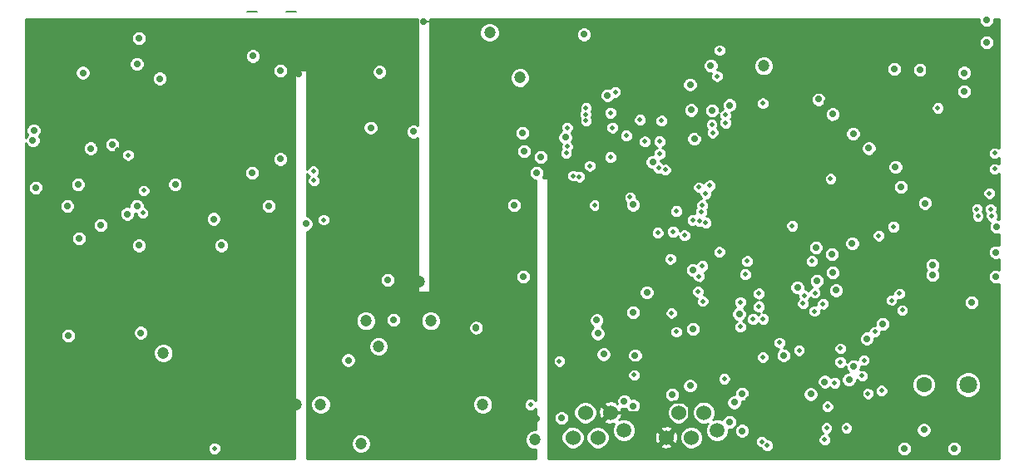
<source format=gbr>
G04 #@! TF.FileFunction,Copper,L2,Inr,Signal*
%FSLAX46Y46*%
G04 Gerber Fmt 4.6, Leading zero omitted, Abs format (unit mm)*
G04 Created by KiCad (PCBNEW (2015-03-23 BZR 5531)-product) date Tue 31 Mar 2015 22:50:38 CEST*
%MOMM*%
G01*
G04 APERTURE LIST*
%ADD10C,0.150000*%
%ADD11C,1.600000*%
%ADD12C,1.800000*%
%ADD13C,1.524000*%
%ADD14C,1.500000*%
%ADD15C,1.200000*%
%ADD16C,0.700000*%
%ADD17C,0.460000*%
%ADD18C,0.500000*%
%ADD19C,0.700000*%
%ADD20C,0.200000*%
%ADD21C,0.300000*%
%ADD22C,0.400000*%
%ADD23C,0.500000*%
%ADD24C,0.254000*%
G04 APERTURE END LIST*
D10*
D11*
X268900000Y-152000000D03*
D12*
X273400000Y-152000000D03*
D13*
X246470000Y-154830000D03*
X245200000Y-157370000D03*
X243930000Y-154830000D03*
X242660000Y-157370000D03*
D14*
X247870000Y-156630000D03*
D13*
X236970000Y-154830000D03*
X235700000Y-157370000D03*
X234430000Y-154830000D03*
X233160000Y-157370000D03*
D14*
X238370000Y-156630000D03*
D15*
X211600000Y-158000000D03*
X229300000Y-157600000D03*
D16*
X250400000Y-156700000D03*
X249100000Y-155800000D03*
X239300000Y-154154990D03*
X236292910Y-148888619D03*
X235700000Y-146775010D03*
X235600000Y-145424990D03*
X228100000Y-141000000D03*
D15*
X207500000Y-154000000D03*
D17*
X252400000Y-157800000D03*
X259000000Y-156400000D03*
X261000000Y-156400000D03*
X262600000Y-151100000D03*
X262800000Y-149500000D03*
X274400000Y-134800000D03*
X275800000Y-134800000D03*
X276100000Y-128400000D03*
D16*
X213500000Y-120100000D03*
X202200000Y-133800000D03*
D15*
X218700000Y-145500000D03*
D16*
X214300000Y-141300000D03*
X214900000Y-145400000D03*
X212600000Y-125800000D03*
X197400000Y-137800000D03*
X196600000Y-135100000D03*
D18*
X252527094Y-145290316D03*
X245992077Y-140940444D03*
D16*
X203400000Y-120000000D03*
X203400000Y-129000000D03*
X206000000Y-135600000D03*
D17*
X206750000Y-130250000D03*
D16*
X257377486Y-152950483D03*
D17*
X256200000Y-148500000D03*
D16*
X200500000Y-130400000D03*
X200600000Y-118500000D03*
D17*
X206800000Y-131200000D03*
X207800000Y-135200000D03*
D16*
X192700000Y-131600000D03*
X181700000Y-133800000D03*
X249098489Y-118986103D03*
X261400000Y-143800000D03*
D17*
X244037779Y-140328987D03*
D16*
X245165283Y-148770248D03*
X235500000Y-136900000D03*
X214400000Y-156100000D03*
X211500000Y-156100000D03*
X269860000Y-135960000D03*
X270300000Y-132500000D03*
X269800000Y-125100000D03*
X265300000Y-125400000D03*
X245700000Y-115600000D03*
X255800000Y-115700000D03*
X201700000Y-148500000D03*
X201700000Y-147200000D03*
X229500000Y-155500000D03*
X231100000Y-152300000D03*
X237000000Y-141300000D03*
X232500000Y-139800000D03*
X224200000Y-143200000D03*
X221300000Y-141500000D03*
X222000000Y-139700000D03*
X222300000Y-136800000D03*
X235400000Y-125300000D03*
X228000000Y-130800000D03*
X214800000Y-122800000D03*
X187200000Y-144900000D03*
X188000000Y-145100000D03*
X197000000Y-116100000D03*
D15*
X221500000Y-154000000D03*
X219287000Y-156337000D03*
X217000000Y-154000000D03*
X202523000Y-156337000D03*
X205000000Y-154000000D03*
X200000000Y-154000000D03*
D16*
X265362349Y-144175303D03*
X264959229Y-147486149D03*
X259050000Y-123174980D03*
D17*
X237363000Y-115062000D03*
X240665000Y-115189000D03*
X239014000Y-121666000D03*
D16*
X204300000Y-127800000D03*
X202000000Y-132000000D03*
X201000000Y-132000000D03*
X178050000Y-134050000D03*
X179300000Y-132500000D03*
X191000000Y-142000000D03*
X192000000Y-142000000D03*
X182000000Y-142000000D03*
X183000000Y-142000000D03*
X184000000Y-142000000D03*
X185000000Y-142000000D03*
X186000000Y-142000000D03*
X184600000Y-143700000D03*
X190000000Y-142000000D03*
X189000000Y-142000000D03*
X188000000Y-142000000D03*
X187000000Y-142000000D03*
X198000000Y-148000000D03*
X198000000Y-147000000D03*
X198000000Y-146000000D03*
X198000000Y-145000000D03*
X198500000Y-144000000D03*
X197500000Y-144000000D03*
X196500000Y-144000000D03*
X195000000Y-144000000D03*
X195000000Y-143000000D03*
X195000000Y-142000000D03*
X196400000Y-140100000D03*
X195600000Y-147500000D03*
X196400000Y-148200000D03*
X196400000Y-146900000D03*
X212300000Y-134400000D03*
X256700000Y-122400000D03*
X268100000Y-142800000D03*
X259900000Y-125400000D03*
X239700000Y-141100000D03*
X216100000Y-140900000D03*
D15*
X217500000Y-141500000D03*
D16*
X214500000Y-128900000D03*
X226615200Y-146491200D03*
X271100000Y-117100000D03*
X179600000Y-120200000D03*
X264000000Y-128550000D03*
X201500000Y-125800000D03*
X184400000Y-148400000D03*
X184400000Y-146800000D03*
X186100000Y-132300000D03*
X186100000Y-130400000D03*
X185200000Y-131300000D03*
X187000000Y-131300000D03*
X193200000Y-118600000D03*
X269700000Y-138500000D03*
X276200000Y-139800000D03*
X276200000Y-137200000D03*
X184400000Y-145900000D03*
X205300000Y-120300000D03*
X179500000Y-153500000D03*
X178000000Y-155000000D03*
X196600000Y-134100000D03*
X182650000Y-135250000D03*
D17*
X185150000Y-134800000D03*
X186800000Y-128050000D03*
D16*
X184900000Y-127500000D03*
X190300000Y-127900000D03*
X190900000Y-128600000D03*
X182900000Y-133600000D03*
X179900000Y-128800000D03*
D17*
X185500000Y-159250000D03*
X185500000Y-158500000D03*
X185500000Y-157750000D03*
X185500000Y-157000000D03*
X185500000Y-156250000D03*
X187750000Y-155500000D03*
X187000000Y-155500000D03*
X186250000Y-155500000D03*
X185500000Y-155500000D03*
X178500000Y-159250000D03*
X178500000Y-158500000D03*
X178500000Y-157750000D03*
X178500000Y-157000000D03*
X178500000Y-156250000D03*
X180750000Y-155500000D03*
X180000000Y-155500000D03*
X179250000Y-155500000D03*
X178500000Y-155500000D03*
D16*
X191300000Y-136300000D03*
D17*
X189400000Y-133000000D03*
X189600000Y-130900000D03*
X200050620Y-140100000D03*
X196700000Y-140800000D03*
X197400000Y-140900000D03*
X198200000Y-140900000D03*
X196700000Y-139300000D03*
X197600000Y-139300000D03*
X198400000Y-139300000D03*
X198800000Y-140100000D03*
D16*
X227265200Y-142041200D03*
X225365200Y-142941200D03*
X217700000Y-143000000D03*
X218800000Y-143900000D03*
X212000000Y-148000000D03*
X185200000Y-132300000D03*
X187000000Y-132300000D03*
X185200000Y-130400000D03*
X181700000Y-126900000D03*
X182700000Y-126900000D03*
X184400000Y-149300000D03*
X186700000Y-124700000D03*
X251050000Y-153500000D03*
X258150000Y-152300000D03*
X269700000Y-134200000D03*
X262500000Y-127050000D03*
X250700000Y-123000000D03*
X180600000Y-151800000D03*
X184000000Y-151800000D03*
X214200000Y-118050000D03*
X184400000Y-147600000D03*
X204300000Y-121200000D03*
X201500000Y-123300000D03*
X187500000Y-125400000D03*
D17*
X189300000Y-136800000D03*
D16*
X193600000Y-130100000D03*
X189300000Y-126300000D03*
X190600000Y-135300000D03*
X193700000Y-132100000D03*
X186070000Y-131310000D03*
X224265200Y-149041200D03*
X225865200Y-149041200D03*
X243254716Y-129119246D03*
X246193641Y-126351589D03*
D17*
X241800000Y-149500000D03*
X243100000Y-149400000D03*
D18*
X190500000Y-157700000D03*
D16*
X221500000Y-133700000D03*
D15*
X271200000Y-148700000D03*
X275700000Y-144100000D03*
D17*
X248400000Y-131500000D03*
D16*
X235300000Y-130800000D03*
D17*
X237600000Y-149700000D03*
D16*
X186000000Y-115800000D03*
X187100000Y-116800000D03*
X185000000Y-116700000D03*
X195000000Y-141000000D03*
X195000000Y-140000000D03*
X195000000Y-139000000D03*
X195000000Y-138000000D03*
X195000000Y-137000000D03*
X195000000Y-136000000D03*
X195000000Y-135000000D03*
X195000000Y-134000000D03*
X195000000Y-133000000D03*
X195000000Y-132000000D03*
X196000000Y-132000000D03*
X178000000Y-117000000D03*
X178000000Y-118000000D03*
X178000000Y-119000000D03*
X178000000Y-120000000D03*
X178000000Y-121000000D03*
X178000000Y-122000000D03*
X178000000Y-123000000D03*
X178000000Y-124000000D03*
X195000000Y-130000000D03*
X195000000Y-127000000D03*
X195000000Y-126000000D03*
X195000000Y-125000000D03*
X195000000Y-124000000D03*
X195000000Y-123000000D03*
X195000000Y-122000000D03*
X195000000Y-121000000D03*
X195000000Y-120000000D03*
X195000000Y-119000000D03*
X195000000Y-118000000D03*
X195000000Y-117000000D03*
X195000000Y-116000000D03*
X195000000Y-115000000D03*
X178000000Y-116000000D03*
X178000000Y-115000000D03*
X179000000Y-115000000D03*
X180000000Y-115000000D03*
X181000000Y-115000000D03*
X182000000Y-115000000D03*
X183000000Y-115000000D03*
X184000000Y-115000000D03*
X185000000Y-115000000D03*
X186000000Y-115000000D03*
X187000000Y-115000000D03*
X188000000Y-115000000D03*
X189000000Y-115000000D03*
X190000000Y-115000000D03*
X191000000Y-115000000D03*
X192000000Y-115000000D03*
X193000000Y-115000000D03*
X194000000Y-115000000D03*
X220000000Y-120000000D03*
X220000000Y-121000000D03*
X196000000Y-115000000D03*
X197000000Y-115000000D03*
X198000000Y-115000000D03*
X199000000Y-115000000D03*
X200000000Y-115000000D03*
X201000000Y-115000000D03*
X202000000Y-115000000D03*
X203000000Y-115000000D03*
X204000000Y-115000000D03*
X205000000Y-115000000D03*
X206000000Y-115000000D03*
X207000000Y-115000000D03*
X208000000Y-115000000D03*
X209000000Y-115000000D03*
X210000000Y-115000000D03*
X211000000Y-115000000D03*
X212000000Y-115000000D03*
X213000000Y-115000000D03*
X220000000Y-119000000D03*
X220000000Y-118000000D03*
X220000000Y-117000000D03*
X220000000Y-116000000D03*
X220000000Y-115000000D03*
X219000000Y-115000000D03*
X218000000Y-115000000D03*
X217000000Y-115000000D03*
X216000000Y-115000000D03*
X215000000Y-115000000D03*
X214000000Y-115000000D03*
D15*
X210500000Y-141800000D03*
D16*
X207000000Y-122000000D03*
X207000000Y-121000000D03*
X207000000Y-120000000D03*
X208800000Y-123000000D03*
X208500000Y-118900000D03*
X207000000Y-124000000D03*
X207000000Y-125000000D03*
X207000000Y-126000000D03*
X207000000Y-127000000D03*
X207000000Y-128000000D03*
X207000000Y-123000000D03*
X207000000Y-129100000D03*
X216000000Y-138000000D03*
X203000000Y-152000000D03*
X204000000Y-152000000D03*
X206500000Y-152000000D03*
X185100000Y-153500000D03*
X188000000Y-155000000D03*
X200000000Y-152000000D03*
X199000000Y-152000000D03*
X198000000Y-152000000D03*
X198000000Y-153000000D03*
X198000000Y-154000000D03*
X198000000Y-155000000D03*
X197000000Y-155000000D03*
X196000000Y-155000000D03*
X195000000Y-155000000D03*
X194000000Y-155000000D03*
X193000000Y-155000000D03*
X192000000Y-155000000D03*
X191000000Y-155000000D03*
X190000000Y-155000000D03*
X189000000Y-155000000D03*
X207000000Y-139500000D03*
X208000000Y-139500000D03*
X209000000Y-139500000D03*
X209000000Y-138500000D03*
X207000000Y-140500000D03*
X208000000Y-140500000D03*
X209000000Y-140500000D03*
X209000000Y-141500000D03*
X208000000Y-141500000D03*
X207000000Y-141500000D03*
X207000000Y-142500000D03*
X208000000Y-142500000D03*
X209000000Y-142500000D03*
X209000000Y-143500000D03*
X208000000Y-143500000D03*
X207000000Y-143500000D03*
X207000000Y-144500000D03*
X208000000Y-144500000D03*
X209000000Y-144500000D03*
X209000000Y-145500000D03*
X208000000Y-145500000D03*
X207000000Y-145500000D03*
X207000000Y-146500000D03*
X208000000Y-146500000D03*
X209000000Y-146500000D03*
X209000000Y-147500000D03*
X208000000Y-147500000D03*
X207000000Y-147500000D03*
X207000000Y-148500000D03*
X208000000Y-148500000D03*
X209000000Y-148500000D03*
X209000000Y-149500000D03*
X208000000Y-149500000D03*
X207000000Y-149500000D03*
X210000000Y-138000000D03*
X211000000Y-138000000D03*
X212000000Y-138000000D03*
X212471000Y-152000000D03*
X228000000Y-138000000D03*
X227000000Y-138000000D03*
X216000000Y-152000000D03*
X217000000Y-152000000D03*
X218000000Y-152000000D03*
X219000000Y-152000000D03*
X220000000Y-152000000D03*
X221000000Y-152000000D03*
X222000000Y-152000000D03*
X223000000Y-152000000D03*
X224000000Y-152000000D03*
X225000000Y-152000000D03*
X226000000Y-152000000D03*
X227000000Y-152000000D03*
X228000000Y-152000000D03*
X229000000Y-152000000D03*
X207500000Y-152000000D03*
X208500000Y-152000000D03*
X209500000Y-152000000D03*
X215000000Y-152000000D03*
X214000000Y-152000000D03*
X229000000Y-138000000D03*
X229000000Y-139000000D03*
X229000000Y-140000000D03*
X229000000Y-142000000D03*
X229000000Y-143000000D03*
X229000000Y-144000000D03*
X229000000Y-145000000D03*
X229000000Y-146000000D03*
X229000000Y-147000000D03*
X229000000Y-148000000D03*
X229000000Y-149000000D03*
X229000000Y-150000000D03*
X229000000Y-151000000D03*
X220000000Y-127500000D03*
X220000000Y-126500000D03*
X220000000Y-125500000D03*
X220000000Y-124500000D03*
X220000000Y-123500000D03*
X220000000Y-122500000D03*
X220000000Y-128500000D03*
X220000000Y-129500000D03*
X220000000Y-134500000D03*
X220000000Y-137500000D03*
X220000000Y-138500000D03*
X220000000Y-139500000D03*
X220000000Y-140500000D03*
X220000000Y-143500000D03*
X220000000Y-144500000D03*
X220000000Y-145500000D03*
X220000000Y-146500000D03*
X220000000Y-147500000D03*
X208000000Y-138500000D03*
X207000000Y-138500000D03*
X207000000Y-137500000D03*
X207000000Y-136500000D03*
X216500000Y-132000000D03*
X215500000Y-132000000D03*
X214500000Y-132000000D03*
X213500000Y-132000000D03*
X212500000Y-132000000D03*
X211500000Y-132000000D03*
X178000000Y-152000000D03*
X178000000Y-153000000D03*
X178000000Y-154000000D03*
X178000000Y-151000000D03*
X178000000Y-150000000D03*
X178000000Y-149000000D03*
X178000000Y-135000000D03*
X178000000Y-136000000D03*
X178000000Y-137000000D03*
X178000000Y-138000000D03*
X178000000Y-139000000D03*
X178000000Y-140000000D03*
X178000000Y-141000000D03*
X178000000Y-142000000D03*
X178000000Y-148000000D03*
X178000000Y-147000000D03*
X178000000Y-146000000D03*
X178000000Y-145000000D03*
X178000000Y-144000000D03*
X178000000Y-143000000D03*
X213000000Y-138000000D03*
X212300000Y-136700000D03*
X203000000Y-144000000D03*
X204000000Y-144000000D03*
X261200000Y-115800000D03*
X260900000Y-120824990D03*
D15*
X231000000Y-116300000D03*
X231000000Y-120300000D03*
X223300000Y-117500000D03*
X227200000Y-123000000D03*
D16*
X224300000Y-122500000D03*
X222600000Y-122800000D03*
X221300000Y-125700000D03*
X223900000Y-125100000D03*
X227000000Y-125500000D03*
D17*
X227100000Y-129000000D03*
D18*
X264300000Y-136800000D03*
D17*
X187900000Y-128600000D03*
D16*
X183300000Y-120200000D03*
X178300000Y-126100000D03*
X261600000Y-137600000D03*
X257900000Y-138000000D03*
X178200000Y-127100000D03*
X259538311Y-138677769D03*
X178500000Y-131900000D03*
X256024980Y-142100000D03*
X245100000Y-121400000D03*
D17*
X259400000Y-131000000D03*
X248700000Y-124500000D03*
D16*
X276200000Y-138500000D03*
D17*
X247304593Y-125490387D03*
D16*
X245384146Y-140305183D03*
X259600000Y-140550030D03*
D17*
X245900000Y-142505031D03*
X243200000Y-144700000D03*
D16*
X269800000Y-139800000D03*
D17*
X248100000Y-117900000D03*
D15*
X252600000Y-119500000D03*
X224700000Y-116100000D03*
D17*
X189500000Y-132200000D03*
X189400000Y-134500000D03*
D16*
X266900000Y-158500000D03*
X272000000Y-158500000D03*
X268900000Y-156600000D03*
X273000000Y-122100000D03*
X273000000Y-120200000D03*
X275300000Y-117100000D03*
X266573000Y-131826000D03*
X275300000Y-114800000D03*
X266000000Y-129800000D03*
D18*
X237200000Y-125800000D03*
X237000000Y-124300000D03*
X242200000Y-125100000D03*
X241900000Y-129900000D03*
X242000000Y-127200000D03*
X241999981Y-128450021D03*
X246336655Y-133712753D03*
X240500000Y-127211769D03*
X247400000Y-126300000D03*
X248700000Y-125300000D03*
X247100000Y-131700000D03*
D17*
X237490000Y-122174000D03*
D16*
X259936240Y-142375061D03*
X263100000Y-147300000D03*
X276300000Y-135900000D03*
X258000000Y-141400000D03*
X261272689Y-151472689D03*
X276200000Y-141000000D03*
X273760511Y-143599759D03*
X254600000Y-149000000D03*
D15*
X213400000Y-148100000D03*
X212100000Y-145500000D03*
D18*
X243700000Y-134300000D03*
X240000000Y-125000000D03*
X238600000Y-126600000D03*
X237000000Y-128800000D03*
X250707716Y-140749979D03*
X243362022Y-136397008D03*
X256600000Y-143700000D03*
D17*
X234900000Y-129700000D03*
D18*
X252100000Y-144050021D03*
X241800000Y-136500000D03*
X250200000Y-143600000D03*
D17*
X238996967Y-132895210D03*
D18*
X265800000Y-135900000D03*
X255500000Y-135800000D03*
X252100000Y-142700000D03*
D17*
X232500000Y-128400000D03*
X235400000Y-133700000D03*
X233200000Y-130700000D03*
D18*
X246343118Y-139899849D03*
X250900000Y-139400000D03*
X257500000Y-139400000D03*
D17*
X233826372Y-130804395D03*
X232600000Y-127700000D03*
D18*
X244540000Y-136774755D03*
D17*
X232600000Y-125800000D03*
D18*
X246035352Y-135325307D03*
X250200000Y-146100000D03*
X251500000Y-145300000D03*
D17*
X234500000Y-125100000D03*
D18*
X245361382Y-135224980D03*
D17*
X234461000Y-124460000D03*
D18*
X246236165Y-134380242D03*
D17*
X234500000Y-123800000D03*
D16*
X247350000Y-124050000D03*
X245200000Y-124000000D03*
D17*
X247845859Y-120566075D03*
X246000000Y-131876234D03*
D16*
X210300000Y-149500000D03*
X216950000Y-126200000D03*
D18*
X248080111Y-138466910D03*
X246700000Y-135498719D03*
X243100000Y-139175051D03*
X246700000Y-132500000D03*
D16*
X232000000Y-155400000D03*
X249600000Y-153800000D03*
X245100000Y-152100000D03*
X243300000Y-153000000D03*
D17*
X239400000Y-151000000D03*
X263900000Y-146600000D03*
X266400000Y-142700000D03*
X259100000Y-154200000D03*
X263200000Y-152900000D03*
X264600000Y-152600000D03*
X266700000Y-144400000D03*
X265600000Y-143400000D03*
X257761106Y-144505202D03*
X258617243Y-143755020D03*
X257800679Y-142644980D03*
X254200000Y-147700000D03*
X252500000Y-149200000D03*
D16*
X239500000Y-149000000D03*
D17*
X243694969Y-146600000D03*
X231800000Y-149600000D03*
X246400000Y-143500000D03*
D16*
X245400000Y-146300000D03*
X239318513Y-133644898D03*
X268500000Y-119900000D03*
X265900000Y-119800000D03*
X247200000Y-119500000D03*
X238400000Y-153700000D03*
X239300000Y-144600000D03*
X236700000Y-122500000D03*
X232398403Y-126800589D03*
X229500000Y-130400000D03*
X229900000Y-128800000D03*
X228200000Y-128200000D03*
X228018493Y-126315023D03*
X261727311Y-150127311D03*
D17*
X275544980Y-132500000D03*
D16*
X259600000Y-124425020D03*
X250100000Y-144775020D03*
X249100000Y-123500000D03*
X263300000Y-127900000D03*
X258800000Y-151700000D03*
X269000000Y-133500000D03*
X269800000Y-140800000D03*
X258200000Y-122900000D03*
X261700000Y-126400000D03*
X240700000Y-142600000D03*
X250400000Y-152900000D03*
X241300000Y-129300000D03*
X264700000Y-145800000D03*
D18*
X242575001Y-130100000D03*
D16*
X245523502Y-126914226D03*
X227200000Y-133700000D03*
D17*
X248600000Y-151400000D03*
D18*
X258800000Y-157600000D03*
D15*
X227800000Y-120700000D03*
D16*
X234300000Y-116300000D03*
D18*
X260393400Y-149693400D03*
X256700000Y-142900000D03*
D17*
X260400000Y-148300000D03*
D18*
X196700000Y-158500000D03*
D17*
X270300000Y-123800000D03*
X252500000Y-123300000D03*
D16*
X188800000Y-119300000D03*
X191100000Y-120800000D03*
X186275010Y-127500000D03*
X184103422Y-127903422D03*
X188800000Y-133800000D03*
X182900000Y-137100000D03*
X182800000Y-131600000D03*
X189200000Y-146700000D03*
D15*
X191488683Y-148760900D03*
X224000000Y-154000000D03*
D17*
X276100000Y-130000000D03*
D16*
X189000000Y-137800000D03*
X187800000Y-134600000D03*
X185100000Y-135750000D03*
X181800000Y-147000000D03*
D17*
X274300000Y-134100000D03*
X275700000Y-134100000D03*
D18*
X259800000Y-151800000D03*
X252937035Y-158174994D03*
X228842093Y-154037000D03*
D16*
X189000000Y-116700000D03*
D19*
X223300000Y-146150000D02*
X223300000Y-146200000D01*
D20*
X204000000Y-114000000D02*
X205000000Y-114000000D01*
X200000000Y-114000000D02*
X201000000Y-114000000D01*
X211500000Y-132000000D02*
X209900000Y-132000000D01*
X209900000Y-132000000D02*
X207000000Y-129100000D01*
D21*
X249098489Y-121398489D02*
X249098489Y-119481077D01*
X249098489Y-119481077D02*
X249098489Y-118986103D01*
X250700000Y-123000000D02*
X249098489Y-121398489D01*
D22*
X265362349Y-144175303D02*
X261800283Y-144175303D01*
X261800283Y-144175303D02*
X261400000Y-143800000D01*
D21*
X211500000Y-156100000D02*
X214400000Y-156100000D01*
D22*
X269800000Y-125100000D02*
X269300000Y-124600000D01*
X269300000Y-124600000D02*
X269300000Y-118900000D01*
X269300000Y-118900000D02*
X270750001Y-117449999D01*
X270750001Y-117449999D02*
X271100000Y-117100000D01*
X264000000Y-128550000D02*
X265300000Y-127250000D01*
X265300000Y-127250000D02*
X265300000Y-125400000D01*
D21*
X256700000Y-122400000D02*
X257700998Y-122400000D01*
X257700998Y-122400000D02*
X257875999Y-122224999D01*
X257875999Y-122224999D02*
X258594993Y-122224999D01*
X258594993Y-122224999D02*
X259050000Y-122680006D01*
X259050000Y-122680006D02*
X259050000Y-123174980D01*
D19*
X237363000Y-115062000D02*
X240538000Y-115062000D01*
X240538000Y-115062000D02*
X240665000Y-115189000D01*
X237363000Y-115062000D02*
X237363000Y-120015000D01*
X237363000Y-120015000D02*
X239014000Y-121666000D01*
X240665000Y-115189000D02*
X240665000Y-120015000D01*
X240665000Y-120015000D02*
X239014000Y-121666000D01*
X214800000Y-122800000D02*
X214800000Y-118650000D01*
X214800000Y-118650000D02*
X214200000Y-118050000D01*
X197000000Y-116100000D02*
X195700000Y-116100000D01*
X195700000Y-116100000D02*
X193200000Y-118600000D01*
D21*
X236970000Y-154830000D02*
X242321238Y-154830000D01*
X243408239Y-153742999D02*
X244451761Y-153742999D01*
X242321238Y-154830000D02*
X243408239Y-153742999D01*
X244451761Y-153742999D02*
X245017001Y-154308239D01*
X245017001Y-154308239D02*
X245017001Y-155351761D01*
X245017001Y-155351761D02*
X243760761Y-156608001D01*
X243760761Y-156608001D02*
X243421999Y-156608001D01*
X243421999Y-156608001D02*
X242660000Y-157370000D01*
X224200000Y-143200000D02*
X223000000Y-143200000D01*
X223000000Y-143200000D02*
X221300000Y-141500000D01*
X225365200Y-142941200D02*
X224458800Y-142941200D01*
X224458800Y-142941200D02*
X224200000Y-143200000D01*
X225365200Y-142941200D02*
X226365200Y-142941200D01*
X226365200Y-142941200D02*
X227265200Y-142041200D01*
D23*
X196600000Y-134100000D02*
X195700000Y-134100000D01*
X195700000Y-134100000D02*
X193600000Y-132000000D01*
X193600000Y-130100000D02*
X193600000Y-132000000D01*
X193600000Y-132000000D02*
X193700000Y-132100000D01*
X187200000Y-144400000D02*
X186500000Y-143700000D01*
X186500000Y-143700000D02*
X184600000Y-143700000D01*
X187200000Y-144900000D02*
X187200000Y-144400000D01*
X184400000Y-145900000D02*
X184400000Y-143900000D01*
X184400000Y-143900000D02*
X184600000Y-143700000D01*
D22*
X217000000Y-154050000D02*
X217000000Y-154000000D01*
X219287000Y-156337000D02*
X217000000Y-154050000D01*
X204860000Y-154000000D02*
X205000000Y-154000000D01*
X204860000Y-154000000D02*
X202523000Y-156337000D01*
X265712348Y-144525302D02*
X265362349Y-144175303D01*
X264959229Y-147486149D02*
X265712348Y-146733030D01*
X265712348Y-146733030D02*
X265712348Y-144525302D01*
D20*
X204300000Y-127800000D02*
X204300000Y-128800000D01*
D21*
X204500000Y-132000000D02*
X202000000Y-132000000D01*
D20*
X204500000Y-129000000D02*
X204500000Y-132000000D01*
X204300000Y-128800000D02*
X204500000Y-129000000D01*
X179300000Y-132500000D02*
X179300000Y-132800000D01*
X179300000Y-132800000D02*
X178050000Y-134050000D01*
X178050000Y-134050000D02*
X178000000Y-134100000D01*
X192000000Y-142000000D02*
X195000000Y-142000000D01*
X191000000Y-142000000D02*
X192000000Y-142000000D01*
X186000000Y-142000000D02*
X187000000Y-142000000D01*
X183700000Y-143700000D02*
X182000000Y-142000000D01*
X183000000Y-142000000D02*
X184000000Y-142000000D01*
X185000000Y-142000000D02*
X186000000Y-142000000D01*
X184600000Y-143700000D02*
X183700000Y-143700000D01*
X188000000Y-142000000D02*
X189000000Y-142000000D01*
X198000000Y-146000000D02*
X198000000Y-147000000D01*
X198000000Y-144500000D02*
X198000000Y-145000000D01*
X198500000Y-144000000D02*
X198000000Y-144500000D01*
X196500000Y-144000000D02*
X197500000Y-144000000D01*
X195000000Y-143000000D02*
X195000000Y-144000000D01*
D21*
X213100000Y-134900000D02*
X212800000Y-134900000D01*
X212800000Y-134900000D02*
X212300000Y-134400000D01*
D20*
X240500000Y-139500000D02*
X244000000Y-143000000D01*
X239700000Y-139800000D02*
X240000000Y-139500000D01*
X240000000Y-139500000D02*
X240500000Y-139500000D01*
X239700000Y-141100000D02*
X239700000Y-139800000D01*
X217500000Y-141500000D02*
X216700000Y-141500000D01*
X216700000Y-141500000D02*
X216100000Y-140900000D01*
X214600000Y-129000000D02*
X214500000Y-128900000D01*
X271100000Y-117100000D02*
X271100000Y-116000000D01*
D23*
X179500000Y-153500000D02*
X178000000Y-155000000D01*
X200050620Y-140100000D02*
X200000000Y-140100000D01*
D22*
X185300000Y-132300000D02*
X185200000Y-132300000D01*
D21*
X187500000Y-125400000D02*
X187600000Y-125300000D01*
X186100000Y-131300000D02*
X186080000Y-131300000D01*
X186080000Y-131300000D02*
X186070000Y-131310000D01*
X184400000Y-148000000D02*
X184400000Y-147600000D01*
D20*
X185249999Y-127849999D02*
X184900000Y-127500000D01*
X185679999Y-128279999D02*
X185249999Y-127849999D01*
X186570001Y-128279999D02*
X185679999Y-128279999D01*
X186800000Y-128050000D02*
X186570001Y-128279999D01*
X182900000Y-135000000D02*
X182650000Y-135250000D01*
X182900000Y-133600000D02*
X182900000Y-135000000D01*
X241900000Y-149400000D02*
X241800000Y-149500000D01*
X243100000Y-149400000D02*
X241900000Y-149400000D01*
X237925269Y-149700000D02*
X237600000Y-149700000D01*
X241246447Y-149700000D02*
X237925269Y-149700000D01*
X241446447Y-149500000D02*
X241246447Y-149700000D01*
X241800000Y-149500000D02*
X241446447Y-149500000D01*
X235649999Y-131149999D02*
X235300000Y-130800000D01*
X235905001Y-136000025D02*
X235905001Y-131405001D01*
X235500000Y-136405026D02*
X235905001Y-136000025D01*
X235905001Y-131405001D02*
X235649999Y-131149999D01*
X235500000Y-136900000D02*
X235500000Y-136405026D01*
X195000000Y-140000000D02*
X195000000Y-139000000D01*
X195000000Y-138000000D02*
X195000000Y-137000000D01*
X195000000Y-136000000D02*
X195000000Y-135000000D01*
X195000000Y-134000000D02*
X195000000Y-133000000D01*
X195000000Y-132000000D02*
X196000000Y-132000000D01*
X195000000Y-142000000D02*
X195000000Y-141000000D01*
X178000000Y-117000000D02*
X178000000Y-118000000D01*
X178000000Y-119000000D02*
X178000000Y-120000000D01*
X178000000Y-121000000D02*
X178000000Y-122000000D01*
X178000000Y-123000000D02*
X178000000Y-124000000D01*
X195000000Y-130000000D02*
X195000000Y-127000000D01*
X195000000Y-126000000D02*
X195000000Y-125000000D01*
X195000000Y-124000000D02*
X195000000Y-123000000D01*
X195000000Y-122000000D02*
X195000000Y-121000000D01*
X195000000Y-120000000D02*
X195000000Y-119000000D01*
X195000000Y-118000000D02*
X195000000Y-117000000D01*
X195000000Y-116000000D02*
X195000000Y-115000000D01*
X178000000Y-115000000D02*
X178000000Y-116000000D01*
X180000000Y-115000000D02*
X179000000Y-115000000D01*
X182000000Y-115000000D02*
X181000000Y-115000000D01*
X184000000Y-115000000D02*
X183000000Y-115000000D01*
X186000000Y-115000000D02*
X185000000Y-115000000D01*
X188000000Y-115000000D02*
X187000000Y-115000000D01*
X190000000Y-115000000D02*
X189000000Y-115000000D01*
X192000000Y-115000000D02*
X191000000Y-115000000D01*
X194000000Y-115000000D02*
X193000000Y-115000000D01*
X220000000Y-120000000D02*
X220000000Y-121000000D01*
X196000000Y-115000000D02*
X197000000Y-115000000D01*
X198000000Y-115000000D02*
X199000000Y-115000000D01*
X200000000Y-115000000D02*
X201000000Y-115000000D01*
X202000000Y-115000000D02*
X203000000Y-115000000D01*
X204000000Y-115000000D02*
X205000000Y-115000000D01*
X206000000Y-115000000D02*
X207000000Y-115000000D01*
X208000000Y-115000000D02*
X209000000Y-115000000D01*
X210000000Y-115000000D02*
X211000000Y-115000000D01*
X212000000Y-115000000D02*
X213000000Y-115000000D01*
X220000000Y-117000000D02*
X220000000Y-118000000D01*
X220000000Y-115000000D02*
X220000000Y-116000000D01*
X218000000Y-115000000D02*
X219000000Y-115000000D01*
X216000000Y-115000000D02*
X217000000Y-115000000D01*
X214000000Y-115000000D02*
X215000000Y-115000000D01*
X207000000Y-121000000D02*
X207000000Y-120000000D01*
X207000000Y-120000000D02*
X207000000Y-116000000D01*
D23*
X208800000Y-123000000D02*
X207000000Y-123000000D01*
D20*
X208500000Y-117500000D02*
X207000000Y-116000000D01*
X208500000Y-118900000D02*
X208500000Y-117500000D01*
X207000000Y-123000000D02*
X207000000Y-122000000D01*
X207000000Y-124000000D02*
X207000000Y-125000000D01*
X207000000Y-126000000D02*
X207000000Y-127000000D01*
X207000000Y-128000000D02*
X207000000Y-129100000D01*
X207000000Y-129500000D02*
X207000000Y-128000000D01*
X216100000Y-138700000D02*
X216100000Y-138100000D01*
X216100000Y-138100000D02*
X216000000Y-138000000D01*
X203000000Y-152000000D02*
X204000000Y-152000000D01*
X206500000Y-152000000D02*
X207500000Y-152000000D01*
X188000000Y-155000000D02*
X189000000Y-155000000D01*
D23*
X185100000Y-153500000D02*
X185100000Y-154600000D01*
X185500000Y-155000000D02*
X188000000Y-155000000D01*
X185100000Y-154600000D02*
X185500000Y-155000000D01*
D20*
X199000000Y-152000000D02*
X200000000Y-152000000D01*
X198000000Y-153000000D02*
X198000000Y-152000000D01*
X198000000Y-155000000D02*
X198000000Y-154000000D01*
X196000000Y-155000000D02*
X197000000Y-155000000D01*
X194000000Y-155000000D02*
X195000000Y-155000000D01*
X192000000Y-155000000D02*
X193000000Y-155000000D01*
X190000000Y-155000000D02*
X191000000Y-155000000D01*
X208000000Y-139500000D02*
X209000000Y-139500000D01*
X207500000Y-152000000D02*
X207500000Y-150000000D01*
X209000000Y-140500000D02*
X208000000Y-140500000D01*
X208000000Y-141500000D02*
X209000000Y-141500000D01*
X207000000Y-142500000D02*
X207000000Y-141500000D01*
X209000000Y-142500000D02*
X208000000Y-142500000D01*
X208000000Y-143500000D02*
X209000000Y-143500000D01*
X207000000Y-144500000D02*
X207000000Y-143500000D01*
X209000000Y-144500000D02*
X208000000Y-144500000D01*
X208000000Y-145500000D02*
X209000000Y-145500000D01*
X207000000Y-146500000D02*
X207000000Y-145500000D01*
X209000000Y-146500000D02*
X208000000Y-146500000D01*
X208000000Y-147500000D02*
X209000000Y-147500000D01*
X207000000Y-148500000D02*
X207000000Y-147500000D01*
X209000000Y-148500000D02*
X208000000Y-148500000D01*
X208000000Y-149500000D02*
X209000000Y-149500000D01*
X207500000Y-150000000D02*
X207000000Y-149500000D01*
X207000000Y-140500000D02*
X207000000Y-139500000D01*
X209500000Y-138500000D02*
X210000000Y-138000000D01*
X211000000Y-138000000D02*
X212000000Y-138000000D01*
X209000000Y-138500000D02*
X209500000Y-138500000D01*
X212471000Y-152000000D02*
X212500000Y-152000000D01*
X228000000Y-138000000D02*
X227000000Y-138000000D01*
X229000000Y-152000000D02*
X229000000Y-151000000D01*
X217000000Y-152000000D02*
X218000000Y-152000000D01*
X219000000Y-152000000D02*
X220000000Y-152000000D01*
X221000000Y-152000000D02*
X222000000Y-152000000D01*
X223000000Y-152000000D02*
X224000000Y-152000000D01*
X225000000Y-152000000D02*
X226000000Y-152000000D01*
X227000000Y-152000000D02*
X228000000Y-152000000D01*
X208500000Y-152000000D02*
X209500000Y-152000000D01*
X214000000Y-152000000D02*
X215000000Y-152000000D01*
X215000000Y-152000000D02*
X216000000Y-152000000D01*
X229000000Y-139000000D02*
X229000000Y-138000000D01*
X229000000Y-142000000D02*
X229000000Y-140000000D01*
X229000000Y-144000000D02*
X229000000Y-143000000D01*
X229000000Y-146000000D02*
X229000000Y-145000000D01*
X229000000Y-148000000D02*
X229000000Y-147000000D01*
X229000000Y-150000000D02*
X229000000Y-149000000D01*
X220000000Y-126500000D02*
X220000000Y-125500000D01*
X220000000Y-124500000D02*
X220000000Y-123500000D01*
X220000000Y-152000000D02*
X220000000Y-147500000D01*
X220000000Y-134500000D02*
X220000000Y-129500000D01*
X220000000Y-138500000D02*
X220000000Y-137500000D01*
X220000000Y-140500000D02*
X220000000Y-139500000D01*
X220000000Y-144500000D02*
X220000000Y-143500000D01*
X220000000Y-146500000D02*
X220000000Y-145500000D01*
X220000000Y-128500000D02*
X220000000Y-127500000D01*
X208000000Y-138500000D02*
X207000000Y-138500000D01*
X207000000Y-137500000D02*
X207000000Y-136500000D01*
X215500000Y-132000000D02*
X214500000Y-132000000D01*
X220000000Y-129500000D02*
X220000000Y-132000000D01*
X213500000Y-132000000D02*
X212500000Y-132000000D01*
D19*
X178000000Y-152000000D02*
X178000000Y-153000000D01*
X178000000Y-150000000D02*
X178000000Y-151000000D01*
X178000000Y-142000000D02*
X178000000Y-143000000D01*
X178050000Y-134950000D02*
X178000000Y-135000000D01*
X178000000Y-136000000D02*
X178000000Y-137000000D01*
X178000000Y-138000000D02*
X178000000Y-139000000D01*
X178000000Y-140000000D02*
X178000000Y-141000000D01*
X178050000Y-134050000D02*
X178050000Y-134950000D01*
X178000000Y-146000000D02*
X178000000Y-147000000D01*
X178000000Y-144000000D02*
X178000000Y-145000000D01*
X178000000Y-148000000D02*
X178000000Y-149000000D01*
X212300000Y-137300000D02*
X213000000Y-138000000D01*
X212300000Y-136700000D02*
X212300000Y-137300000D01*
D20*
X198500000Y-144000000D02*
X203000000Y-144000000D01*
D21*
X261200000Y-115800000D02*
X261700000Y-115800000D01*
D23*
X232238000Y-115062000D02*
X237363000Y-115062000D01*
X231000000Y-116300000D02*
X232238000Y-115062000D01*
X232125000Y-120300000D02*
X237363000Y-115062000D01*
X231000000Y-120300000D02*
X232125000Y-120300000D01*
D19*
X229900000Y-120300000D02*
X227200000Y-123000000D01*
X231000000Y-120300000D02*
X229900000Y-120300000D01*
D24*
G36*
X276523000Y-159523000D02*
X275057113Y-159523000D01*
X275057113Y-134669888D01*
X274957302Y-134428326D01*
X274899216Y-134370139D01*
X274956885Y-134231259D01*
X274957113Y-133969888D01*
X274857302Y-133728326D01*
X274672646Y-133543348D01*
X274431259Y-133443115D01*
X274169888Y-133442887D01*
X273928326Y-133542698D01*
X273777134Y-133693626D01*
X273777134Y-121946123D01*
X273777134Y-120046123D01*
X273659092Y-119760440D01*
X273440710Y-119541676D01*
X273155233Y-119423135D01*
X272846123Y-119422866D01*
X272560440Y-119540908D01*
X272341676Y-119759290D01*
X272223135Y-120044767D01*
X272222866Y-120353877D01*
X272340908Y-120639560D01*
X272559290Y-120858324D01*
X272844767Y-120976865D01*
X273153877Y-120977134D01*
X273439560Y-120859092D01*
X273658324Y-120640710D01*
X273776865Y-120355233D01*
X273777134Y-120046123D01*
X273777134Y-121946123D01*
X273659092Y-121660440D01*
X273440710Y-121441676D01*
X273155233Y-121323135D01*
X272846123Y-121322866D01*
X272560440Y-121440908D01*
X272341676Y-121659290D01*
X272223135Y-121944767D01*
X272222866Y-122253877D01*
X272340908Y-122539560D01*
X272559290Y-122758324D01*
X272844767Y-122876865D01*
X273153877Y-122877134D01*
X273439560Y-122759092D01*
X273658324Y-122540710D01*
X273776865Y-122255233D01*
X273777134Y-121946123D01*
X273777134Y-133693626D01*
X273743348Y-133727354D01*
X273643115Y-133968741D01*
X273642887Y-134230112D01*
X273742698Y-134471674D01*
X273800783Y-134529860D01*
X273743115Y-134668741D01*
X273742887Y-134930112D01*
X273842698Y-135171674D01*
X274027354Y-135356652D01*
X274268741Y-135456885D01*
X274530112Y-135457113D01*
X274771674Y-135357302D01*
X274956652Y-135172646D01*
X275056885Y-134931259D01*
X275057113Y-134669888D01*
X275057113Y-159523000D01*
X274727229Y-159523000D01*
X274727229Y-151737202D01*
X274537645Y-151278373D01*
X274537645Y-143445882D01*
X274419603Y-143160199D01*
X274201221Y-142941435D01*
X273915744Y-142822894D01*
X273606634Y-142822625D01*
X273320951Y-142940667D01*
X273102187Y-143159049D01*
X272983646Y-143444526D01*
X272983377Y-143753636D01*
X273101419Y-144039319D01*
X273319801Y-144258083D01*
X273605278Y-144376624D01*
X273914388Y-144376893D01*
X274200071Y-144258851D01*
X274418835Y-144040469D01*
X274537376Y-143754992D01*
X274537645Y-143445882D01*
X274537645Y-151278373D01*
X274525631Y-151249297D01*
X274152666Y-150875681D01*
X273665115Y-150673231D01*
X273137202Y-150672771D01*
X272649297Y-150874369D01*
X272275681Y-151247334D01*
X272073231Y-151734885D01*
X272072771Y-152262798D01*
X272274369Y-152750703D01*
X272647334Y-153124319D01*
X273134885Y-153326769D01*
X273662798Y-153327229D01*
X274150703Y-153125631D01*
X274524319Y-152752666D01*
X274726769Y-152265115D01*
X274727229Y-151737202D01*
X274727229Y-159523000D01*
X272777134Y-159523000D01*
X272777134Y-158346123D01*
X272659092Y-158060440D01*
X272440710Y-157841676D01*
X272155233Y-157723135D01*
X271846123Y-157722866D01*
X271560440Y-157840908D01*
X271341676Y-158059290D01*
X271223135Y-158344767D01*
X271222866Y-158653877D01*
X271340908Y-158939560D01*
X271559290Y-159158324D01*
X271844767Y-159276865D01*
X272153877Y-159277134D01*
X272439560Y-159159092D01*
X272658324Y-158940710D01*
X272776865Y-158655233D01*
X272777134Y-158346123D01*
X272777134Y-159523000D01*
X270957113Y-159523000D01*
X270957113Y-123669888D01*
X270857302Y-123428326D01*
X270672646Y-123243348D01*
X270431259Y-123143115D01*
X270169888Y-123142887D01*
X269928326Y-123242698D01*
X269743348Y-123427354D01*
X269643115Y-123668741D01*
X269642887Y-123930112D01*
X269742698Y-124171674D01*
X269927354Y-124356652D01*
X270168741Y-124456885D01*
X270430112Y-124457113D01*
X270671674Y-124357302D01*
X270856652Y-124172646D01*
X270956885Y-123931259D01*
X270957113Y-123669888D01*
X270957113Y-159523000D01*
X270577134Y-159523000D01*
X270577134Y-140646123D01*
X270459092Y-140360440D01*
X270398843Y-140300086D01*
X270458324Y-140240710D01*
X270576865Y-139955233D01*
X270577134Y-139646123D01*
X270459092Y-139360440D01*
X270240710Y-139141676D01*
X269955233Y-139023135D01*
X269777134Y-139022980D01*
X269777134Y-133346123D01*
X269659092Y-133060440D01*
X269440710Y-132841676D01*
X269277134Y-132773752D01*
X269277134Y-119746123D01*
X269159092Y-119460440D01*
X268940710Y-119241676D01*
X268655233Y-119123135D01*
X268346123Y-119122866D01*
X268060440Y-119240908D01*
X267841676Y-119459290D01*
X267723135Y-119744767D01*
X267722866Y-120053877D01*
X267840908Y-120339560D01*
X268059290Y-120558324D01*
X268344767Y-120676865D01*
X268653877Y-120677134D01*
X268939560Y-120559092D01*
X269158324Y-120340710D01*
X269276865Y-120055233D01*
X269277134Y-119746123D01*
X269277134Y-132773752D01*
X269155233Y-132723135D01*
X268846123Y-132722866D01*
X268560440Y-132840908D01*
X268341676Y-133059290D01*
X268223135Y-133344767D01*
X268222866Y-133653877D01*
X268340908Y-133939560D01*
X268559290Y-134158324D01*
X268844767Y-134276865D01*
X269153877Y-134277134D01*
X269439560Y-134159092D01*
X269658324Y-133940710D01*
X269776865Y-133655233D01*
X269777134Y-133346123D01*
X269777134Y-139022980D01*
X269646123Y-139022866D01*
X269360440Y-139140908D01*
X269141676Y-139359290D01*
X269023135Y-139644767D01*
X269022866Y-139953877D01*
X269140908Y-140239560D01*
X269201156Y-140299913D01*
X269141676Y-140359290D01*
X269023135Y-140644767D01*
X269022866Y-140953877D01*
X269140908Y-141239560D01*
X269359290Y-141458324D01*
X269644767Y-141576865D01*
X269953877Y-141577134D01*
X270239560Y-141459092D01*
X270458324Y-141240710D01*
X270576865Y-140955233D01*
X270577134Y-140646123D01*
X270577134Y-159523000D01*
X270127212Y-159523000D01*
X270127212Y-151757005D01*
X269940806Y-151305869D01*
X269595947Y-150960407D01*
X269145136Y-150773214D01*
X268657005Y-150772788D01*
X268205869Y-150959194D01*
X267860407Y-151304053D01*
X267673214Y-151754864D01*
X267672788Y-152242995D01*
X267859194Y-152694131D01*
X268204053Y-153039593D01*
X268654864Y-153226786D01*
X269142995Y-153227212D01*
X269594131Y-153040806D01*
X269939593Y-152695947D01*
X270126786Y-152245136D01*
X270127212Y-151757005D01*
X270127212Y-159523000D01*
X269677134Y-159523000D01*
X269677134Y-156446123D01*
X269559092Y-156160440D01*
X269340710Y-155941676D01*
X269055233Y-155823135D01*
X268746123Y-155822866D01*
X268460440Y-155940908D01*
X268241676Y-156159290D01*
X268123135Y-156444767D01*
X268122866Y-156753877D01*
X268240908Y-157039560D01*
X268459290Y-157258324D01*
X268744767Y-157376865D01*
X269053877Y-157377134D01*
X269339560Y-157259092D01*
X269558324Y-157040710D01*
X269676865Y-156755233D01*
X269677134Y-156446123D01*
X269677134Y-159523000D01*
X267677134Y-159523000D01*
X267677134Y-158346123D01*
X267559092Y-158060440D01*
X267357113Y-157858107D01*
X267357113Y-144269888D01*
X267350134Y-144252997D01*
X267350134Y-131672123D01*
X267232092Y-131386440D01*
X267013710Y-131167676D01*
X266777134Y-131069440D01*
X266777134Y-129646123D01*
X266677134Y-129404104D01*
X266677134Y-119646123D01*
X266559092Y-119360440D01*
X266340710Y-119141676D01*
X266055233Y-119023135D01*
X265746123Y-119022866D01*
X265460440Y-119140908D01*
X265241676Y-119359290D01*
X265123135Y-119644767D01*
X265122866Y-119953877D01*
X265240908Y-120239560D01*
X265459290Y-120458324D01*
X265744767Y-120576865D01*
X266053877Y-120577134D01*
X266339560Y-120459092D01*
X266558324Y-120240710D01*
X266676865Y-119955233D01*
X266677134Y-119646123D01*
X266677134Y-129404104D01*
X266659092Y-129360440D01*
X266440710Y-129141676D01*
X266155233Y-129023135D01*
X265846123Y-129022866D01*
X265560440Y-129140908D01*
X265341676Y-129359290D01*
X265223135Y-129644767D01*
X265222866Y-129953877D01*
X265340908Y-130239560D01*
X265559290Y-130458324D01*
X265844767Y-130576865D01*
X266153877Y-130577134D01*
X266439560Y-130459092D01*
X266658324Y-130240710D01*
X266776865Y-129955233D01*
X266777134Y-129646123D01*
X266777134Y-131069440D01*
X266728233Y-131049135D01*
X266419123Y-131048866D01*
X266133440Y-131166908D01*
X265914676Y-131385290D01*
X265796135Y-131670767D01*
X265795866Y-131979877D01*
X265913908Y-132265560D01*
X266132290Y-132484324D01*
X266417767Y-132602865D01*
X266726877Y-132603134D01*
X267012560Y-132485092D01*
X267231324Y-132266710D01*
X267349865Y-131981233D01*
X267350134Y-131672123D01*
X267350134Y-144252997D01*
X267257302Y-144028326D01*
X267072646Y-143843348D01*
X267057113Y-143836898D01*
X267057113Y-142569888D01*
X266957302Y-142328326D01*
X266772646Y-142143348D01*
X266531259Y-142043115D01*
X266477117Y-142043067D01*
X266477117Y-135765927D01*
X266374267Y-135517011D01*
X266183990Y-135326402D01*
X265935254Y-135223118D01*
X265665927Y-135222883D01*
X265417011Y-135325733D01*
X265226402Y-135516010D01*
X265123118Y-135764746D01*
X265122883Y-136034073D01*
X265225733Y-136282989D01*
X265416010Y-136473598D01*
X265664746Y-136576882D01*
X265934073Y-136577117D01*
X266182989Y-136474267D01*
X266373598Y-136283990D01*
X266476882Y-136035254D01*
X266477117Y-135765927D01*
X266477117Y-142043067D01*
X266269888Y-142042887D01*
X266028326Y-142142698D01*
X265843348Y-142327354D01*
X265743115Y-142568741D01*
X265742958Y-142747973D01*
X265731259Y-142743115D01*
X265469888Y-142742887D01*
X265228326Y-142842698D01*
X265043348Y-143027354D01*
X264977117Y-143186855D01*
X264977117Y-136665927D01*
X264874267Y-136417011D01*
X264683990Y-136226402D01*
X264435254Y-136123118D01*
X264165927Y-136122883D01*
X264077134Y-136159571D01*
X264077134Y-127746123D01*
X263959092Y-127460440D01*
X263740710Y-127241676D01*
X263455233Y-127123135D01*
X263146123Y-127122866D01*
X262860440Y-127240908D01*
X262641676Y-127459290D01*
X262523135Y-127744767D01*
X262522866Y-128053877D01*
X262640908Y-128339560D01*
X262859290Y-128558324D01*
X263144767Y-128676865D01*
X263453877Y-128677134D01*
X263739560Y-128559092D01*
X263958324Y-128340710D01*
X264076865Y-128055233D01*
X264077134Y-127746123D01*
X264077134Y-136159571D01*
X263917011Y-136225733D01*
X263726402Y-136416010D01*
X263623118Y-136664746D01*
X263622883Y-136934073D01*
X263725733Y-137182989D01*
X263916010Y-137373598D01*
X264164746Y-137476882D01*
X264434073Y-137477117D01*
X264682989Y-137374267D01*
X264873598Y-137183990D01*
X264976882Y-136935254D01*
X264977117Y-136665927D01*
X264977117Y-143186855D01*
X264943115Y-143268741D01*
X264942887Y-143530112D01*
X265042698Y-143771674D01*
X265227354Y-143956652D01*
X265468741Y-144056885D01*
X265730112Y-144057113D01*
X265971674Y-143957302D01*
X266156652Y-143772646D01*
X266256885Y-143531259D01*
X266257041Y-143352026D01*
X266268741Y-143356885D01*
X266530112Y-143357113D01*
X266771674Y-143257302D01*
X266956652Y-143072646D01*
X267056885Y-142831259D01*
X267057113Y-142569888D01*
X267057113Y-143836898D01*
X266831259Y-143743115D01*
X266569888Y-143742887D01*
X266328326Y-143842698D01*
X266143348Y-144027354D01*
X266043115Y-144268741D01*
X266042887Y-144530112D01*
X266142698Y-144771674D01*
X266327354Y-144956652D01*
X266568741Y-145056885D01*
X266830112Y-145057113D01*
X267071674Y-144957302D01*
X267256652Y-144772646D01*
X267356885Y-144531259D01*
X267357113Y-144269888D01*
X267357113Y-157858107D01*
X267340710Y-157841676D01*
X267055233Y-157723135D01*
X266746123Y-157722866D01*
X266460440Y-157840908D01*
X266241676Y-158059290D01*
X266123135Y-158344767D01*
X266122866Y-158653877D01*
X266240908Y-158939560D01*
X266459290Y-159158324D01*
X266744767Y-159276865D01*
X267053877Y-159277134D01*
X267339560Y-159159092D01*
X267558324Y-158940710D01*
X267676865Y-158655233D01*
X267677134Y-158346123D01*
X267677134Y-159523000D01*
X265477134Y-159523000D01*
X265477134Y-145646123D01*
X265359092Y-145360440D01*
X265140710Y-145141676D01*
X264855233Y-145023135D01*
X264546123Y-145022866D01*
X264260440Y-145140908D01*
X264041676Y-145359290D01*
X263923135Y-145644767D01*
X263922875Y-145943020D01*
X263769888Y-145942887D01*
X263528326Y-146042698D01*
X263343348Y-146227354D01*
X263243115Y-146468741D01*
X263243067Y-146523124D01*
X262946123Y-146522866D01*
X262660440Y-146640908D01*
X262477134Y-146823893D01*
X262477134Y-126246123D01*
X262359092Y-125960440D01*
X262140710Y-125741676D01*
X261855233Y-125623135D01*
X261546123Y-125622866D01*
X261260440Y-125740908D01*
X261041676Y-125959290D01*
X260923135Y-126244767D01*
X260922866Y-126553877D01*
X261040908Y-126839560D01*
X261259290Y-127058324D01*
X261544767Y-127176865D01*
X261853877Y-127177134D01*
X262139560Y-127059092D01*
X262358324Y-126840710D01*
X262476865Y-126555233D01*
X262477134Y-126246123D01*
X262477134Y-146823893D01*
X262441676Y-146859290D01*
X262377134Y-147014723D01*
X262377134Y-137446123D01*
X262259092Y-137160440D01*
X262040710Y-136941676D01*
X261755233Y-136823135D01*
X261446123Y-136822866D01*
X261160440Y-136940908D01*
X260941676Y-137159290D01*
X260823135Y-137444767D01*
X260822866Y-137753877D01*
X260940908Y-138039560D01*
X261159290Y-138258324D01*
X261444767Y-138376865D01*
X261753877Y-138377134D01*
X262039560Y-138259092D01*
X262258324Y-138040710D01*
X262376865Y-137755233D01*
X262377134Y-137446123D01*
X262377134Y-147014723D01*
X262323135Y-147144767D01*
X262322866Y-147453877D01*
X262440908Y-147739560D01*
X262659290Y-147958324D01*
X262944767Y-148076865D01*
X263253877Y-148077134D01*
X263539560Y-147959092D01*
X263758324Y-147740710D01*
X263876865Y-147455233D01*
X263877037Y-147256979D01*
X264030112Y-147257113D01*
X264271674Y-147157302D01*
X264456652Y-146972646D01*
X264556885Y-146731259D01*
X264557019Y-146576875D01*
X264853877Y-146577134D01*
X265139560Y-146459092D01*
X265358324Y-146240710D01*
X265476865Y-145955233D01*
X265477134Y-145646123D01*
X265477134Y-159523000D01*
X265257113Y-159523000D01*
X265257113Y-152469888D01*
X265157302Y-152228326D01*
X264972646Y-152043348D01*
X264731259Y-151943115D01*
X264469888Y-151942887D01*
X264228326Y-152042698D01*
X264043348Y-152227354D01*
X263943115Y-152468741D01*
X263942887Y-152730112D01*
X264042698Y-152971674D01*
X264227354Y-153156652D01*
X264468741Y-153256885D01*
X264730112Y-153257113D01*
X264971674Y-153157302D01*
X265156652Y-152972646D01*
X265256885Y-152731259D01*
X265257113Y-152469888D01*
X265257113Y-159523000D01*
X263857113Y-159523000D01*
X263857113Y-152769888D01*
X263757302Y-152528326D01*
X263572646Y-152343348D01*
X263457113Y-152295374D01*
X263457113Y-149369888D01*
X263357302Y-149128326D01*
X263172646Y-148943348D01*
X262931259Y-148843115D01*
X262669888Y-148842887D01*
X262428326Y-148942698D01*
X262243348Y-149127354D01*
X262143115Y-149368741D01*
X262143036Y-149458612D01*
X261882544Y-149350446D01*
X261573434Y-149350177D01*
X261287751Y-149468219D01*
X261070407Y-149685183D01*
X261070517Y-149559327D01*
X261057113Y-149526886D01*
X261057113Y-148169888D01*
X260957302Y-147928326D01*
X260772646Y-147743348D01*
X260713374Y-147718736D01*
X260713374Y-142221184D01*
X260595332Y-141935501D01*
X260377134Y-141716921D01*
X260377134Y-140396153D01*
X260377134Y-124271143D01*
X260259092Y-123985460D01*
X260040710Y-123766696D01*
X259755233Y-123648155D01*
X259446123Y-123647886D01*
X259160440Y-123765928D01*
X258977134Y-123948913D01*
X258977134Y-122746123D01*
X258859092Y-122460440D01*
X258640710Y-122241676D01*
X258355233Y-122123135D01*
X258046123Y-122122866D01*
X257760440Y-122240908D01*
X257541676Y-122459290D01*
X257423135Y-122744767D01*
X257422866Y-123053877D01*
X257540908Y-123339560D01*
X257759290Y-123558324D01*
X258044767Y-123676865D01*
X258353877Y-123677134D01*
X258639560Y-123559092D01*
X258858324Y-123340710D01*
X258976865Y-123055233D01*
X258977134Y-122746123D01*
X258977134Y-123948913D01*
X258941676Y-123984310D01*
X258823135Y-124269787D01*
X258822866Y-124578897D01*
X258940908Y-124864580D01*
X259159290Y-125083344D01*
X259444767Y-125201885D01*
X259753877Y-125202154D01*
X260039560Y-125084112D01*
X260258324Y-124865730D01*
X260376865Y-124580253D01*
X260377134Y-124271143D01*
X260377134Y-140396153D01*
X260315445Y-140246854D01*
X260315445Y-138523892D01*
X260197403Y-138238209D01*
X260057113Y-138097673D01*
X260057113Y-130869888D01*
X259957302Y-130628326D01*
X259772646Y-130443348D01*
X259531259Y-130343115D01*
X259269888Y-130342887D01*
X259028326Y-130442698D01*
X258843348Y-130627354D01*
X258743115Y-130868741D01*
X258742887Y-131130112D01*
X258842698Y-131371674D01*
X259027354Y-131556652D01*
X259268741Y-131656885D01*
X259530112Y-131657113D01*
X259771674Y-131557302D01*
X259956652Y-131372646D01*
X260056885Y-131131259D01*
X260057113Y-130869888D01*
X260057113Y-138097673D01*
X259979021Y-138019445D01*
X259693544Y-137900904D01*
X259384434Y-137900635D01*
X259098751Y-138018677D01*
X258879987Y-138237059D01*
X258761446Y-138522536D01*
X258761177Y-138831646D01*
X258879219Y-139117329D01*
X259097601Y-139336093D01*
X259383078Y-139454634D01*
X259692188Y-139454903D01*
X259977871Y-139336861D01*
X260196635Y-139118479D01*
X260315176Y-138833002D01*
X260315445Y-138523892D01*
X260315445Y-140246854D01*
X260259092Y-140110470D01*
X260040710Y-139891706D01*
X259755233Y-139773165D01*
X259446123Y-139772896D01*
X259160440Y-139890938D01*
X258941676Y-140109320D01*
X258823135Y-140394797D01*
X258822866Y-140703907D01*
X258940908Y-140989590D01*
X259159290Y-141208354D01*
X259444767Y-141326895D01*
X259753877Y-141327164D01*
X260039560Y-141209122D01*
X260258324Y-140990740D01*
X260376865Y-140705263D01*
X260377134Y-140396153D01*
X260377134Y-141716921D01*
X260376950Y-141716737D01*
X260091473Y-141598196D01*
X259782363Y-141597927D01*
X259496680Y-141715969D01*
X259277916Y-141934351D01*
X259159375Y-142219828D01*
X259159106Y-142528938D01*
X259277148Y-142814621D01*
X259495530Y-143033385D01*
X259781007Y-143151926D01*
X260090117Y-143152195D01*
X260375800Y-143034153D01*
X260594564Y-142815771D01*
X260713105Y-142530294D01*
X260713374Y-142221184D01*
X260713374Y-147718736D01*
X260531259Y-147643115D01*
X260269888Y-147642887D01*
X260028326Y-147742698D01*
X259843348Y-147927354D01*
X259743115Y-148168741D01*
X259742887Y-148430112D01*
X259842698Y-148671674D01*
X260027354Y-148856652D01*
X260268741Y-148956885D01*
X260530112Y-148957113D01*
X260771674Y-148857302D01*
X260956652Y-148672646D01*
X261056885Y-148431259D01*
X261057113Y-148169888D01*
X261057113Y-149526886D01*
X260967667Y-149310411D01*
X260777390Y-149119802D01*
X260528654Y-149016518D01*
X260259327Y-149016283D01*
X260010411Y-149119133D01*
X259819802Y-149309410D01*
X259716518Y-149558146D01*
X259716283Y-149827473D01*
X259819133Y-150076389D01*
X260009410Y-150266998D01*
X260258146Y-150370282D01*
X260527473Y-150370517D01*
X260776389Y-150267667D01*
X260950339Y-150094019D01*
X260950177Y-150281188D01*
X261068219Y-150566871D01*
X261196745Y-150695622D01*
X261118812Y-150695555D01*
X260833129Y-150813597D01*
X260614365Y-151031979D01*
X260495824Y-151317456D01*
X260495555Y-151626566D01*
X260613597Y-151912249D01*
X260831979Y-152131013D01*
X261117456Y-152249554D01*
X261426566Y-152249823D01*
X261712249Y-152131781D01*
X261931013Y-151913399D01*
X262049554Y-151627922D01*
X262049683Y-151478672D01*
X262227354Y-151656652D01*
X262468741Y-151756885D01*
X262730112Y-151757113D01*
X262971674Y-151657302D01*
X263156652Y-151472646D01*
X263256885Y-151231259D01*
X263257113Y-150969888D01*
X263157302Y-150728326D01*
X262972646Y-150543348D01*
X262731259Y-150443115D01*
X262469888Y-150442887D01*
X262430907Y-150458993D01*
X262504176Y-150282544D01*
X262504344Y-150088621D01*
X262668741Y-150156885D01*
X262930112Y-150157113D01*
X263171674Y-150057302D01*
X263356652Y-149872646D01*
X263456885Y-149631259D01*
X263457113Y-149369888D01*
X263457113Y-152295374D01*
X263331259Y-152243115D01*
X263069888Y-152242887D01*
X262828326Y-152342698D01*
X262643348Y-152527354D01*
X262543115Y-152768741D01*
X262542887Y-153030112D01*
X262642698Y-153271674D01*
X262827354Y-153456652D01*
X263068741Y-153556885D01*
X263330112Y-153557113D01*
X263571674Y-153457302D01*
X263756652Y-153272646D01*
X263856885Y-153031259D01*
X263857113Y-152769888D01*
X263857113Y-159523000D01*
X261657113Y-159523000D01*
X261657113Y-156269888D01*
X261557302Y-156028326D01*
X261372646Y-155843348D01*
X261131259Y-155743115D01*
X260869888Y-155742887D01*
X260628326Y-155842698D01*
X260477117Y-155993643D01*
X260477117Y-151665927D01*
X260374267Y-151417011D01*
X260183990Y-151226402D01*
X259935254Y-151123118D01*
X259665927Y-151122883D01*
X259422274Y-151223558D01*
X259274356Y-151075380D01*
X259274356Y-143624908D01*
X259174545Y-143383346D01*
X258989889Y-143198368D01*
X258777134Y-143110024D01*
X258777134Y-141246123D01*
X258677134Y-141004104D01*
X258677134Y-137846123D01*
X258559092Y-137560440D01*
X258340710Y-137341676D01*
X258055233Y-137223135D01*
X257746123Y-137222866D01*
X257460440Y-137340908D01*
X257241676Y-137559290D01*
X257123135Y-137844767D01*
X257122866Y-138153877D01*
X257240908Y-138439560D01*
X257459290Y-138658324D01*
X257615288Y-138723100D01*
X257365927Y-138722883D01*
X257117011Y-138825733D01*
X256926402Y-139016010D01*
X256823118Y-139264746D01*
X256822883Y-139534073D01*
X256925733Y-139782989D01*
X257116010Y-139973598D01*
X257364746Y-140076882D01*
X257634073Y-140077117D01*
X257882989Y-139974267D01*
X258073598Y-139783990D01*
X258176882Y-139535254D01*
X258177117Y-139265927D01*
X258074267Y-139017011D01*
X257883990Y-138826402D01*
X257764733Y-138776882D01*
X258053877Y-138777134D01*
X258339560Y-138659092D01*
X258558324Y-138440710D01*
X258676865Y-138155233D01*
X258677134Y-137846123D01*
X258677134Y-141004104D01*
X258659092Y-140960440D01*
X258440710Y-140741676D01*
X258155233Y-140623135D01*
X257846123Y-140622866D01*
X257560440Y-140740908D01*
X257341676Y-140959290D01*
X257223135Y-141244767D01*
X257222866Y-141553877D01*
X257340908Y-141839560D01*
X257541989Y-142040993D01*
X257429005Y-142087678D01*
X257244027Y-142272334D01*
X257181157Y-142423739D01*
X257083990Y-142326402D01*
X256835254Y-142223118D01*
X256801872Y-142223088D01*
X256802114Y-141946123D01*
X256684072Y-141660440D01*
X256465690Y-141441676D01*
X256180213Y-141323135D01*
X256177117Y-141323132D01*
X256177117Y-135665927D01*
X256074267Y-135417011D01*
X255883990Y-135226402D01*
X255635254Y-135123118D01*
X255365927Y-135122883D01*
X255117011Y-135225733D01*
X254926402Y-135416010D01*
X254823118Y-135664746D01*
X254822883Y-135934073D01*
X254925733Y-136182989D01*
X255116010Y-136373598D01*
X255364746Y-136476882D01*
X255634073Y-136477117D01*
X255882989Y-136374267D01*
X256073598Y-136183990D01*
X256176882Y-135935254D01*
X256177117Y-135665927D01*
X256177117Y-141323132D01*
X255871103Y-141322866D01*
X255585420Y-141440908D01*
X255366656Y-141659290D01*
X255248115Y-141944767D01*
X255247846Y-142253877D01*
X255365888Y-142539560D01*
X255584270Y-142758324D01*
X255869747Y-142876865D01*
X256023020Y-142876998D01*
X256022883Y-143034073D01*
X256106385Y-143236165D01*
X256026402Y-143316010D01*
X255923118Y-143564746D01*
X255922883Y-143834073D01*
X256025733Y-144082989D01*
X256216010Y-144273598D01*
X256464746Y-144376882D01*
X256734073Y-144377117D01*
X256982989Y-144274267D01*
X257173598Y-144083990D01*
X257276882Y-143835254D01*
X257277117Y-143565927D01*
X257193614Y-143363834D01*
X257273598Y-143283990D01*
X257343117Y-143116568D01*
X257428033Y-143201632D01*
X257669420Y-143301865D01*
X257930791Y-143302093D01*
X258172353Y-143202282D01*
X258357331Y-143017626D01*
X258457564Y-142776239D01*
X258457792Y-142514868D01*
X258357981Y-142273306D01*
X258230409Y-142145511D01*
X258439560Y-142059092D01*
X258658324Y-141840710D01*
X258776865Y-141555233D01*
X258777134Y-141246123D01*
X258777134Y-143110024D01*
X258748502Y-143098135D01*
X258487131Y-143097907D01*
X258245569Y-143197718D01*
X258060591Y-143382374D01*
X257960358Y-143623761D01*
X257960137Y-143876458D01*
X257892365Y-143848317D01*
X257630994Y-143848089D01*
X257389432Y-143947900D01*
X257204454Y-144132556D01*
X257104221Y-144373943D01*
X257103993Y-144635314D01*
X257203804Y-144876876D01*
X257388460Y-145061854D01*
X257629847Y-145162087D01*
X257891218Y-145162315D01*
X258132780Y-145062504D01*
X258317758Y-144877848D01*
X258417991Y-144636461D01*
X258418211Y-144383763D01*
X258485984Y-144411905D01*
X258747355Y-144412133D01*
X258988917Y-144312322D01*
X259173895Y-144127666D01*
X259274128Y-143886279D01*
X259274356Y-143624908D01*
X259274356Y-151075380D01*
X259240710Y-151041676D01*
X258955233Y-150923135D01*
X258646123Y-150922866D01*
X258360440Y-151040908D01*
X258141676Y-151259290D01*
X258023135Y-151544767D01*
X258022866Y-151853877D01*
X258140908Y-152139560D01*
X258359290Y-152358324D01*
X258644767Y-152476865D01*
X258953877Y-152477134D01*
X259239560Y-152359092D01*
X259320685Y-152278107D01*
X259416010Y-152373598D01*
X259664746Y-152476882D01*
X259934073Y-152477117D01*
X260182989Y-152374267D01*
X260373598Y-152183990D01*
X260476882Y-151935254D01*
X260477117Y-151665927D01*
X260477117Y-155993643D01*
X260443348Y-156027354D01*
X260343115Y-156268741D01*
X260342887Y-156530112D01*
X260442698Y-156771674D01*
X260627354Y-156956652D01*
X260868741Y-157056885D01*
X261130112Y-157057113D01*
X261371674Y-156957302D01*
X261556652Y-156772646D01*
X261656885Y-156531259D01*
X261657113Y-156269888D01*
X261657113Y-159523000D01*
X259757113Y-159523000D01*
X259757113Y-154069888D01*
X259657302Y-153828326D01*
X259472646Y-153643348D01*
X259231259Y-153543115D01*
X258969888Y-153542887D01*
X258728326Y-153642698D01*
X258543348Y-153827354D01*
X258443115Y-154068741D01*
X258442887Y-154330112D01*
X258542698Y-154571674D01*
X258727354Y-154756652D01*
X258968741Y-154856885D01*
X259230112Y-154857113D01*
X259471674Y-154757302D01*
X259656652Y-154572646D01*
X259756885Y-154331259D01*
X259757113Y-154069888D01*
X259757113Y-159523000D01*
X259657113Y-159523000D01*
X259657113Y-156269888D01*
X259557302Y-156028326D01*
X259372646Y-155843348D01*
X259131259Y-155743115D01*
X258869888Y-155742887D01*
X258628326Y-155842698D01*
X258443348Y-156027354D01*
X258343115Y-156268741D01*
X258342887Y-156530112D01*
X258442698Y-156771674D01*
X258614752Y-156944028D01*
X258417011Y-157025733D01*
X258226402Y-157216010D01*
X258154620Y-157388880D01*
X258154620Y-152796606D01*
X258036578Y-152510923D01*
X257818196Y-152292159D01*
X257532719Y-152173618D01*
X257223609Y-152173349D01*
X256937926Y-152291391D01*
X256857113Y-152372062D01*
X256857113Y-148369888D01*
X256757302Y-148128326D01*
X256572646Y-147943348D01*
X256331259Y-147843115D01*
X256069888Y-147842887D01*
X255828326Y-147942698D01*
X255643348Y-148127354D01*
X255543115Y-148368741D01*
X255542887Y-148630112D01*
X255642698Y-148871674D01*
X255827354Y-149056652D01*
X256068741Y-149156885D01*
X256330112Y-149157113D01*
X256571674Y-149057302D01*
X256756652Y-148872646D01*
X256856885Y-148631259D01*
X256857113Y-148369888D01*
X256857113Y-152372062D01*
X256719162Y-152509773D01*
X256600621Y-152795250D01*
X256600352Y-153104360D01*
X256718394Y-153390043D01*
X256936776Y-153608807D01*
X257222253Y-153727348D01*
X257531363Y-153727617D01*
X257817046Y-153609575D01*
X258035810Y-153391193D01*
X258154351Y-153105716D01*
X258154620Y-152796606D01*
X258154620Y-157388880D01*
X258123118Y-157464746D01*
X258122883Y-157734073D01*
X258225733Y-157982989D01*
X258416010Y-158173598D01*
X258664746Y-158276882D01*
X258934073Y-158277117D01*
X259182989Y-158174267D01*
X259373598Y-157983990D01*
X259476882Y-157735254D01*
X259477117Y-157465927D01*
X259374267Y-157217011D01*
X259189961Y-157032383D01*
X259371674Y-156957302D01*
X259556652Y-156772646D01*
X259656885Y-156531259D01*
X259657113Y-156269888D01*
X259657113Y-159523000D01*
X255377134Y-159523000D01*
X255377134Y-148846123D01*
X255259092Y-148560440D01*
X255040710Y-148341676D01*
X254755233Y-148223135D01*
X254606030Y-148223005D01*
X254756652Y-148072646D01*
X254856885Y-147831259D01*
X254857113Y-147569888D01*
X254757302Y-147328326D01*
X254572646Y-147143348D01*
X254331259Y-147043115D01*
X254069888Y-147042887D01*
X253828326Y-147142698D01*
X253643348Y-147327354D01*
X253627178Y-147366295D01*
X253627178Y-119296613D01*
X253471156Y-118919011D01*
X253182508Y-118629860D01*
X252805179Y-118473179D01*
X252396613Y-118472822D01*
X252019011Y-118628844D01*
X251729860Y-118917492D01*
X251573179Y-119294821D01*
X251572822Y-119703387D01*
X251728844Y-120080989D01*
X252017492Y-120370140D01*
X252394821Y-120526821D01*
X252803387Y-120527178D01*
X253180989Y-120371156D01*
X253470140Y-120082508D01*
X253626821Y-119705179D01*
X253627178Y-119296613D01*
X253627178Y-147366295D01*
X253543115Y-147568741D01*
X253542887Y-147830112D01*
X253642698Y-148071674D01*
X253827354Y-148256652D01*
X254068741Y-148356885D01*
X254144368Y-148356950D01*
X253941676Y-148559290D01*
X253823135Y-148844767D01*
X253822866Y-149153877D01*
X253940908Y-149439560D01*
X254159290Y-149658324D01*
X254444767Y-149776865D01*
X254753877Y-149777134D01*
X255039560Y-149659092D01*
X255258324Y-149440710D01*
X255376865Y-149155233D01*
X255377134Y-148846123D01*
X255377134Y-159523000D01*
X253614152Y-159523000D01*
X253614152Y-158040921D01*
X253511302Y-157792005D01*
X253321025Y-157601396D01*
X253204211Y-157552890D01*
X253204211Y-145156243D01*
X253157113Y-145042257D01*
X253157113Y-123169888D01*
X253057302Y-122928326D01*
X252872646Y-122743348D01*
X252631259Y-122643115D01*
X252369888Y-122642887D01*
X252128326Y-122742698D01*
X251943348Y-122927354D01*
X251843115Y-123168741D01*
X251842887Y-123430112D01*
X251942698Y-123671674D01*
X252127354Y-123856652D01*
X252368741Y-123956885D01*
X252630112Y-123957113D01*
X252871674Y-123857302D01*
X253056652Y-123672646D01*
X253156885Y-123431259D01*
X253157113Y-123169888D01*
X253157113Y-145042257D01*
X253101361Y-144907327D01*
X252911084Y-144716718D01*
X252662348Y-144613434D01*
X252494009Y-144613287D01*
X252673598Y-144434011D01*
X252776882Y-144185275D01*
X252777117Y-143915948D01*
X252674267Y-143667032D01*
X252483990Y-143476423D01*
X252239466Y-143374888D01*
X252482989Y-143274267D01*
X252673598Y-143083990D01*
X252776882Y-142835254D01*
X252777117Y-142565927D01*
X252674267Y-142317011D01*
X252483990Y-142126402D01*
X252235254Y-142023118D01*
X251965927Y-142022883D01*
X251717011Y-142125733D01*
X251577117Y-142265383D01*
X251577117Y-139265927D01*
X251474267Y-139017011D01*
X251283990Y-138826402D01*
X251035254Y-138723118D01*
X250765927Y-138722883D01*
X250517011Y-138825733D01*
X250326402Y-139016010D01*
X250223118Y-139264746D01*
X250222883Y-139534073D01*
X250325733Y-139782989D01*
X250516010Y-139973598D01*
X250755446Y-140073020D01*
X250573643Y-140072862D01*
X250324727Y-140175712D01*
X250134118Y-140365989D01*
X250030834Y-140614725D01*
X250030599Y-140884052D01*
X250133449Y-141132968D01*
X250323726Y-141323577D01*
X250572462Y-141426861D01*
X250841789Y-141427096D01*
X251090705Y-141324246D01*
X251281314Y-141133969D01*
X251384598Y-140885233D01*
X251384833Y-140615906D01*
X251281983Y-140366990D01*
X251091706Y-140176381D01*
X250852269Y-140076958D01*
X251034073Y-140077117D01*
X251282989Y-139974267D01*
X251473598Y-139783990D01*
X251576882Y-139535254D01*
X251577117Y-139265927D01*
X251577117Y-142265383D01*
X251526402Y-142316010D01*
X251423118Y-142564746D01*
X251422883Y-142834073D01*
X251525733Y-143082989D01*
X251716010Y-143273598D01*
X251960533Y-143375132D01*
X251717011Y-143475754D01*
X251526402Y-143666031D01*
X251423118Y-143914767D01*
X251422883Y-144184094D01*
X251525733Y-144433010D01*
X251716010Y-144623619D01*
X251964746Y-144726903D01*
X252133084Y-144727049D01*
X252008644Y-144851273D01*
X251883990Y-144726402D01*
X251635254Y-144623118D01*
X251365927Y-144622883D01*
X251117011Y-144725733D01*
X250926402Y-144916010D01*
X250877134Y-145034660D01*
X250877134Y-144621143D01*
X250759092Y-144335460D01*
X250590597Y-144166671D01*
X250773598Y-143983990D01*
X250876882Y-143735254D01*
X250877117Y-143465927D01*
X250774267Y-143217011D01*
X250583990Y-143026402D01*
X250335254Y-142923118D01*
X250065927Y-142922883D01*
X249877134Y-143000890D01*
X249877134Y-123346123D01*
X249759092Y-123060440D01*
X249540710Y-122841676D01*
X249255233Y-122723135D01*
X248946123Y-122722866D01*
X248757113Y-122800963D01*
X248757113Y-117769888D01*
X248657302Y-117528326D01*
X248472646Y-117343348D01*
X248231259Y-117243115D01*
X247969888Y-117242887D01*
X247728326Y-117342698D01*
X247543348Y-117527354D01*
X247443115Y-117768741D01*
X247442887Y-118030112D01*
X247542698Y-118271674D01*
X247727354Y-118456652D01*
X247968741Y-118556885D01*
X248230112Y-118557113D01*
X248471674Y-118457302D01*
X248656652Y-118272646D01*
X248756885Y-118031259D01*
X248757113Y-117769888D01*
X248757113Y-122800963D01*
X248660440Y-122840908D01*
X248502972Y-122998101D01*
X248502972Y-120435963D01*
X248403161Y-120194401D01*
X248218505Y-120009423D01*
X247977118Y-119909190D01*
X247871450Y-119909097D01*
X247976865Y-119655233D01*
X247977134Y-119346123D01*
X247859092Y-119060440D01*
X247640710Y-118841676D01*
X247355233Y-118723135D01*
X247046123Y-118722866D01*
X246760440Y-118840908D01*
X246541676Y-119059290D01*
X246423135Y-119344767D01*
X246422866Y-119653877D01*
X246540908Y-119939560D01*
X246759290Y-120158324D01*
X247044767Y-120276865D01*
X247254485Y-120277047D01*
X247188974Y-120434816D01*
X247188746Y-120696187D01*
X247288557Y-120937749D01*
X247473213Y-121122727D01*
X247714600Y-121222960D01*
X247975971Y-121223188D01*
X248217533Y-121123377D01*
X248402511Y-120938721D01*
X248502744Y-120697334D01*
X248502972Y-120435963D01*
X248502972Y-122998101D01*
X248441676Y-123059290D01*
X248323135Y-123344767D01*
X248322866Y-123653877D01*
X248425597Y-123902506D01*
X248328326Y-123942698D01*
X248143348Y-124127354D01*
X248126898Y-124166969D01*
X248127134Y-123896123D01*
X248009092Y-123610440D01*
X247790710Y-123391676D01*
X247505233Y-123273135D01*
X247196123Y-123272866D01*
X246910440Y-123390908D01*
X246691676Y-123609290D01*
X246573135Y-123894767D01*
X246572866Y-124203877D01*
X246690908Y-124489560D01*
X246909290Y-124708324D01*
X247194767Y-124826865D01*
X247503877Y-124827134D01*
X247789560Y-124709092D01*
X248008324Y-124490710D01*
X248043081Y-124407004D01*
X248042887Y-124630112D01*
X248142698Y-124871674D01*
X248156732Y-124885732D01*
X248126402Y-124916010D01*
X248023118Y-125164746D01*
X248022883Y-125434073D01*
X248125733Y-125682989D01*
X248316010Y-125873598D01*
X248564746Y-125976882D01*
X248834073Y-125977117D01*
X249082989Y-125874267D01*
X249273598Y-125683990D01*
X249376882Y-125435254D01*
X249377117Y-125165927D01*
X249274267Y-124917011D01*
X249243292Y-124885982D01*
X249256652Y-124872646D01*
X249356885Y-124631259D01*
X249357113Y-124369888D01*
X249309322Y-124254224D01*
X249539560Y-124159092D01*
X249758324Y-123940710D01*
X249876865Y-123655233D01*
X249877134Y-123346123D01*
X249877134Y-143000890D01*
X249817011Y-143025733D01*
X249626402Y-143216010D01*
X249523118Y-143464746D01*
X249522883Y-143734073D01*
X249625733Y-143982989D01*
X249729822Y-144087259D01*
X249660440Y-144115928D01*
X249441676Y-144334310D01*
X249323135Y-144619787D01*
X249322866Y-144928897D01*
X249440908Y-145214580D01*
X249659290Y-145433344D01*
X249849478Y-145512317D01*
X249817011Y-145525733D01*
X249626402Y-145716010D01*
X249523118Y-145964746D01*
X249522883Y-146234073D01*
X249625733Y-146482989D01*
X249816010Y-146673598D01*
X250064746Y-146776882D01*
X250334073Y-146777117D01*
X250582989Y-146674267D01*
X250773598Y-146483990D01*
X250876882Y-146235254D01*
X250877117Y-145965927D01*
X250774267Y-145717011D01*
X250583990Y-145526402D01*
X250450425Y-145470941D01*
X250539560Y-145434112D01*
X250758324Y-145215730D01*
X250876865Y-144930253D01*
X250877134Y-144621143D01*
X250877134Y-145034660D01*
X250823118Y-145164746D01*
X250822883Y-145434073D01*
X250925733Y-145682989D01*
X251116010Y-145873598D01*
X251364746Y-145976882D01*
X251634073Y-145977117D01*
X251882989Y-145874267D01*
X252018449Y-145739042D01*
X252143104Y-145863914D01*
X252391840Y-145967198D01*
X252661167Y-145967433D01*
X252910083Y-145864583D01*
X253100692Y-145674306D01*
X253203976Y-145425570D01*
X253204211Y-145156243D01*
X253204211Y-157552890D01*
X253157113Y-157533333D01*
X253157113Y-149069888D01*
X253057302Y-148828326D01*
X252872646Y-148643348D01*
X252631259Y-148543115D01*
X252369888Y-148542887D01*
X252128326Y-148642698D01*
X251943348Y-148827354D01*
X251843115Y-149068741D01*
X251842887Y-149330112D01*
X251942698Y-149571674D01*
X252127354Y-149756652D01*
X252368741Y-149856885D01*
X252630112Y-149857113D01*
X252871674Y-149757302D01*
X253056652Y-149572646D01*
X253156885Y-149331259D01*
X253157113Y-149069888D01*
X253157113Y-157533333D01*
X253072289Y-157498112D01*
X252986105Y-157498036D01*
X252957302Y-157428326D01*
X252772646Y-157243348D01*
X252531259Y-157143115D01*
X252269888Y-157142887D01*
X252028326Y-157242698D01*
X251843348Y-157427354D01*
X251743115Y-157668741D01*
X251742887Y-157930112D01*
X251842698Y-158171674D01*
X252027354Y-158356652D01*
X252268741Y-158456885D01*
X252321013Y-158456930D01*
X252362768Y-158557983D01*
X252553045Y-158748592D01*
X252801781Y-158851876D01*
X253071108Y-158852111D01*
X253320024Y-158749261D01*
X253510633Y-158558984D01*
X253613917Y-158310248D01*
X253614152Y-158040921D01*
X253614152Y-159523000D01*
X251177134Y-159523000D01*
X251177134Y-156546123D01*
X251177134Y-152746123D01*
X251059092Y-152460440D01*
X250840710Y-152241676D01*
X250555233Y-152123135D01*
X250246123Y-152122866D01*
X249960440Y-152240908D01*
X249741676Y-152459290D01*
X249623135Y-152744767D01*
X249622892Y-153023019D01*
X249446123Y-153022866D01*
X249257113Y-153100963D01*
X249257113Y-151269888D01*
X249157302Y-151028326D01*
X248972646Y-150843348D01*
X248757228Y-150753898D01*
X248757228Y-138332837D01*
X248654378Y-138083921D01*
X248464101Y-137893312D01*
X248215365Y-137790028D01*
X248077117Y-137789907D01*
X248077117Y-126165927D01*
X247974267Y-125917011D01*
X247878617Y-125821194D01*
X247961478Y-125621646D01*
X247961706Y-125360275D01*
X247861895Y-125118713D01*
X247677239Y-124933735D01*
X247435852Y-124833502D01*
X247174481Y-124833274D01*
X246932919Y-124933085D01*
X246747941Y-125117741D01*
X246647708Y-125359128D01*
X246647480Y-125620499D01*
X246747291Y-125862061D01*
X246818982Y-125933877D01*
X246723118Y-126164746D01*
X246722883Y-126434073D01*
X246825733Y-126682989D01*
X247016010Y-126873598D01*
X247264746Y-126976882D01*
X247534073Y-126977117D01*
X247782989Y-126874267D01*
X247973598Y-126683990D01*
X248076882Y-126435254D01*
X248077117Y-126165927D01*
X248077117Y-137789907D01*
X247946038Y-137789793D01*
X247777117Y-137859589D01*
X247777117Y-131565927D01*
X247674267Y-131317011D01*
X247483990Y-131126402D01*
X247235254Y-131023118D01*
X246965927Y-131022883D01*
X246717011Y-131125733D01*
X246526402Y-131316010D01*
X246480186Y-131427309D01*
X246372646Y-131319582D01*
X246300636Y-131289680D01*
X246300636Y-126760349D01*
X246182594Y-126474666D01*
X245977134Y-126268846D01*
X245977134Y-123846123D01*
X245877134Y-123604104D01*
X245877134Y-121246123D01*
X245759092Y-120960440D01*
X245540710Y-120741676D01*
X245255233Y-120623135D01*
X244946123Y-120622866D01*
X244660440Y-120740908D01*
X244441676Y-120959290D01*
X244323135Y-121244767D01*
X244322866Y-121553877D01*
X244440908Y-121839560D01*
X244659290Y-122058324D01*
X244944767Y-122176865D01*
X245253877Y-122177134D01*
X245539560Y-122059092D01*
X245758324Y-121840710D01*
X245876865Y-121555233D01*
X245877134Y-121246123D01*
X245877134Y-123604104D01*
X245859092Y-123560440D01*
X245640710Y-123341676D01*
X245355233Y-123223135D01*
X245046123Y-123222866D01*
X244760440Y-123340908D01*
X244541676Y-123559290D01*
X244423135Y-123844767D01*
X244422866Y-124153877D01*
X244540908Y-124439560D01*
X244759290Y-124658324D01*
X245044767Y-124776865D01*
X245353877Y-124777134D01*
X245639560Y-124659092D01*
X245858324Y-124440710D01*
X245976865Y-124155233D01*
X245977134Y-123846123D01*
X245977134Y-126268846D01*
X245964212Y-126255902D01*
X245678735Y-126137361D01*
X245369625Y-126137092D01*
X245083942Y-126255134D01*
X244865178Y-126473516D01*
X244746637Y-126758993D01*
X244746368Y-127068103D01*
X244864410Y-127353786D01*
X245082792Y-127572550D01*
X245368269Y-127691091D01*
X245677379Y-127691360D01*
X245963062Y-127573318D01*
X246181826Y-127354936D01*
X246300367Y-127069459D01*
X246300636Y-126760349D01*
X246300636Y-131289680D01*
X246131259Y-131219349D01*
X245869888Y-131219121D01*
X245628326Y-131318932D01*
X245443348Y-131503588D01*
X245343115Y-131744975D01*
X245342887Y-132006346D01*
X245442698Y-132247908D01*
X245627354Y-132432886D01*
X245868741Y-132533119D01*
X246022970Y-132533253D01*
X246022883Y-132634073D01*
X246125733Y-132882989D01*
X246278179Y-133035701D01*
X246202582Y-133035636D01*
X245953666Y-133138486D01*
X245763057Y-133328763D01*
X245659773Y-133577499D01*
X245659538Y-133846826D01*
X245704134Y-133954757D01*
X245662567Y-133996252D01*
X245559283Y-134244988D01*
X245559048Y-134514315D01*
X245588823Y-134586377D01*
X245496636Y-134548098D01*
X245227309Y-134547863D01*
X244978393Y-134650713D01*
X244787784Y-134840990D01*
X244684500Y-135089726D01*
X244684265Y-135359053D01*
X244787115Y-135607969D01*
X244977392Y-135798578D01*
X245226128Y-135901862D01*
X245495455Y-135902097D01*
X245608089Y-135855557D01*
X245651362Y-135898905D01*
X245900098Y-136002189D01*
X246169425Y-136002424D01*
X246223807Y-135979953D01*
X246316010Y-136072317D01*
X246564746Y-136175601D01*
X246834073Y-136175836D01*
X247082989Y-136072986D01*
X247273598Y-135882709D01*
X247376882Y-135633973D01*
X247377117Y-135364646D01*
X247274267Y-135115730D01*
X247083990Y-134925121D01*
X246835254Y-134821837D01*
X246752130Y-134821764D01*
X246809763Y-134764232D01*
X246913047Y-134515496D01*
X246913282Y-134246169D01*
X246868685Y-134138237D01*
X246910253Y-134096743D01*
X247013537Y-133848007D01*
X247013772Y-133578680D01*
X246910922Y-133329764D01*
X246758475Y-133177051D01*
X246834073Y-133177117D01*
X247082989Y-133074267D01*
X247273598Y-132883990D01*
X247376882Y-132635254D01*
X247377117Y-132365927D01*
X247360206Y-132324999D01*
X247482989Y-132274267D01*
X247673598Y-132083990D01*
X247776882Y-131835254D01*
X247777117Y-131565927D01*
X247777117Y-137859589D01*
X247697122Y-137892643D01*
X247506513Y-138082920D01*
X247403229Y-138331656D01*
X247402994Y-138600983D01*
X247505844Y-138849899D01*
X247696121Y-139040508D01*
X247944857Y-139143792D01*
X248214184Y-139144027D01*
X248463100Y-139041177D01*
X248653709Y-138850900D01*
X248756993Y-138602164D01*
X248757228Y-138332837D01*
X248757228Y-150753898D01*
X248731259Y-150743115D01*
X248469888Y-150742887D01*
X248228326Y-150842698D01*
X248043348Y-151027354D01*
X247943115Y-151268741D01*
X247942887Y-151530112D01*
X248042698Y-151771674D01*
X248227354Y-151956652D01*
X248468741Y-152056885D01*
X248730112Y-152057113D01*
X248971674Y-151957302D01*
X249156652Y-151772646D01*
X249256885Y-151531259D01*
X249257113Y-151269888D01*
X249257113Y-153100963D01*
X249160440Y-153140908D01*
X248941676Y-153359290D01*
X248823135Y-153644767D01*
X248822866Y-153953877D01*
X248940908Y-154239560D01*
X249159290Y-154458324D01*
X249444767Y-154576865D01*
X249753877Y-154577134D01*
X250039560Y-154459092D01*
X250258324Y-154240710D01*
X250376865Y-153955233D01*
X250377107Y-153676980D01*
X250553877Y-153677134D01*
X250839560Y-153559092D01*
X251058324Y-153340710D01*
X251176865Y-153055233D01*
X251177134Y-152746123D01*
X251177134Y-156546123D01*
X251059092Y-156260440D01*
X250840710Y-156041676D01*
X250555233Y-155923135D01*
X250246123Y-155922866D01*
X249960440Y-156040908D01*
X249877134Y-156124068D01*
X249877134Y-155646123D01*
X249759092Y-155360440D01*
X249540710Y-155141676D01*
X249255233Y-155023135D01*
X248946123Y-155022866D01*
X248660440Y-155140908D01*
X248441676Y-155359290D01*
X248358922Y-155558581D01*
X248105147Y-155453205D01*
X247636907Y-155452796D01*
X247452937Y-155528810D01*
X247477397Y-155504394D01*
X247658793Y-155067544D01*
X247659206Y-154594531D01*
X247478573Y-154157365D01*
X247144394Y-153822603D01*
X247057113Y-153786360D01*
X247057113Y-143369888D01*
X247020235Y-143280636D01*
X247020235Y-139765776D01*
X246917385Y-139516860D01*
X246727108Y-139326251D01*
X246478372Y-139222967D01*
X246209045Y-139222732D01*
X245960129Y-139325582D01*
X245769520Y-139515859D01*
X245731261Y-139607995D01*
X245539379Y-139528318D01*
X245230269Y-139528049D01*
X245217117Y-139533483D01*
X245217117Y-136640682D01*
X245114267Y-136391766D01*
X244923990Y-136201157D01*
X244675254Y-136097873D01*
X244405927Y-136097638D01*
X244377117Y-136109542D01*
X244377117Y-134165927D01*
X244274267Y-133917011D01*
X244083990Y-133726402D01*
X243835254Y-133623118D01*
X243565927Y-133622883D01*
X243317011Y-133725733D01*
X243252118Y-133790512D01*
X243252118Y-129965927D01*
X243149268Y-129717011D01*
X242958991Y-129526402D01*
X242877117Y-129492405D01*
X242877117Y-124965927D01*
X242774267Y-124717011D01*
X242583990Y-124526402D01*
X242335254Y-124423118D01*
X242065927Y-124422883D01*
X241817011Y-124525733D01*
X241626402Y-124716010D01*
X241523118Y-124964746D01*
X241522883Y-125234073D01*
X241625733Y-125482989D01*
X241816010Y-125673598D01*
X242064746Y-125776882D01*
X242334073Y-125777117D01*
X242582989Y-125674267D01*
X242773598Y-125483990D01*
X242876882Y-125235254D01*
X242877117Y-124965927D01*
X242877117Y-129492405D01*
X242710255Y-129423118D01*
X242440928Y-129422883D01*
X242398006Y-129440617D01*
X242283990Y-129326402D01*
X242077051Y-129240473D01*
X242077134Y-129146123D01*
X242069266Y-129127081D01*
X242134054Y-129127138D01*
X242382970Y-129024288D01*
X242573579Y-128834011D01*
X242676863Y-128585275D01*
X242677098Y-128315948D01*
X242574248Y-128067032D01*
X242383971Y-127876423D01*
X242260167Y-127825015D01*
X242382989Y-127774267D01*
X242573598Y-127583990D01*
X242676882Y-127335254D01*
X242677117Y-127065927D01*
X242574267Y-126817011D01*
X242383990Y-126626402D01*
X242135254Y-126523118D01*
X241865927Y-126522883D01*
X241617011Y-126625733D01*
X241426402Y-126816010D01*
X241323118Y-127064746D01*
X241322883Y-127334073D01*
X241425733Y-127582989D01*
X241616010Y-127773598D01*
X241739813Y-127825005D01*
X241616992Y-127875754D01*
X241426383Y-128066031D01*
X241323099Y-128314767D01*
X241322917Y-128523019D01*
X241177117Y-128522892D01*
X241177117Y-127077696D01*
X241074267Y-126828780D01*
X240883990Y-126638171D01*
X240677117Y-126552270D01*
X240677117Y-124865927D01*
X240574267Y-124617011D01*
X240383990Y-124426402D01*
X240135254Y-124323118D01*
X239865927Y-124322883D01*
X239617011Y-124425733D01*
X239426402Y-124616010D01*
X239323118Y-124864746D01*
X239322883Y-125134073D01*
X239425733Y-125382989D01*
X239616010Y-125573598D01*
X239864746Y-125676882D01*
X240134073Y-125677117D01*
X240382989Y-125574267D01*
X240573598Y-125383990D01*
X240676882Y-125135254D01*
X240677117Y-124865927D01*
X240677117Y-126552270D01*
X240635254Y-126534887D01*
X240365927Y-126534652D01*
X240117011Y-126637502D01*
X239926402Y-126827779D01*
X239823118Y-127076515D01*
X239822883Y-127345842D01*
X239925733Y-127594758D01*
X240116010Y-127785367D01*
X240364746Y-127888651D01*
X240634073Y-127888886D01*
X240882989Y-127786036D01*
X241073598Y-127595759D01*
X241176882Y-127347023D01*
X241177117Y-127077696D01*
X241177117Y-128522892D01*
X241146123Y-128522866D01*
X240860440Y-128640908D01*
X240641676Y-128859290D01*
X240523135Y-129144767D01*
X240522866Y-129453877D01*
X240640908Y-129739560D01*
X240859290Y-129958324D01*
X241144767Y-130076865D01*
X241240598Y-130076948D01*
X241325733Y-130282989D01*
X241516010Y-130473598D01*
X241764746Y-130576882D01*
X242034073Y-130577117D01*
X242076994Y-130559382D01*
X242191011Y-130673598D01*
X242439747Y-130776882D01*
X242709074Y-130777117D01*
X242957990Y-130674267D01*
X243148599Y-130483990D01*
X243251883Y-130235254D01*
X243252118Y-129965927D01*
X243252118Y-133790512D01*
X243126402Y-133916010D01*
X243023118Y-134164746D01*
X243022883Y-134434073D01*
X243125733Y-134682989D01*
X243316010Y-134873598D01*
X243564746Y-134976882D01*
X243834073Y-134977117D01*
X244082989Y-134874267D01*
X244273598Y-134683990D01*
X244376882Y-134435254D01*
X244377117Y-134165927D01*
X244377117Y-136109542D01*
X244157011Y-136200488D01*
X244039090Y-136318202D01*
X244039139Y-136262935D01*
X243936289Y-136014019D01*
X243746012Y-135823410D01*
X243497276Y-135720126D01*
X243227949Y-135719891D01*
X242979033Y-135822741D01*
X242788424Y-136013018D01*
X242685140Y-136261754D01*
X242684905Y-136531081D01*
X242787755Y-136779997D01*
X242978032Y-136970606D01*
X243226768Y-137073890D01*
X243496095Y-137074125D01*
X243745011Y-136971275D01*
X243862931Y-136853560D01*
X243862883Y-136908828D01*
X243965733Y-137157744D01*
X244156010Y-137348353D01*
X244404746Y-137451637D01*
X244674073Y-137451872D01*
X244922989Y-137349022D01*
X245113598Y-137158745D01*
X245216882Y-136910009D01*
X245217117Y-136640682D01*
X245217117Y-139533483D01*
X244944586Y-139646091D01*
X244725822Y-139864473D01*
X244607281Y-140149950D01*
X244607012Y-140459060D01*
X244725054Y-140744743D01*
X244943436Y-140963507D01*
X245228913Y-141082048D01*
X245318103Y-141082125D01*
X245417810Y-141323433D01*
X245608087Y-141514042D01*
X245856823Y-141617326D01*
X246126150Y-141617561D01*
X246375066Y-141514711D01*
X246565675Y-141324434D01*
X246668959Y-141075698D01*
X246669194Y-140806371D01*
X246566344Y-140557455D01*
X246554098Y-140545188D01*
X246726107Y-140474116D01*
X246916716Y-140283839D01*
X247020000Y-140035103D01*
X247020235Y-139765776D01*
X247020235Y-143280636D01*
X246957302Y-143128326D01*
X246772646Y-142943348D01*
X246531259Y-142843115D01*
X246471025Y-142843062D01*
X246556885Y-142636290D01*
X246557113Y-142374919D01*
X246457302Y-142133357D01*
X246272646Y-141948379D01*
X246031259Y-141848146D01*
X245769888Y-141847918D01*
X245528326Y-141947729D01*
X245343348Y-142132385D01*
X245243115Y-142373772D01*
X245242887Y-142635143D01*
X245342698Y-142876705D01*
X245527354Y-143061683D01*
X245768741Y-143161916D01*
X245828974Y-143161968D01*
X245743115Y-143368741D01*
X245742887Y-143630112D01*
X245842698Y-143871674D01*
X246027354Y-144056652D01*
X246268741Y-144156885D01*
X246530112Y-144157113D01*
X246771674Y-144057302D01*
X246956652Y-143872646D01*
X247056885Y-143631259D01*
X247057113Y-143369888D01*
X247057113Y-153786360D01*
X246707544Y-153641207D01*
X246234531Y-153640794D01*
X246177134Y-153664509D01*
X246177134Y-146146123D01*
X246059092Y-145860440D01*
X245840710Y-145641676D01*
X245555233Y-145523135D01*
X245246123Y-145522866D01*
X244960440Y-145640908D01*
X244741676Y-145859290D01*
X244623135Y-146144767D01*
X244622866Y-146453877D01*
X244740908Y-146739560D01*
X244959290Y-146958324D01*
X245244767Y-147076865D01*
X245553877Y-147077134D01*
X245839560Y-146959092D01*
X246058324Y-146740710D01*
X246176865Y-146455233D01*
X246177134Y-146146123D01*
X246177134Y-153664509D01*
X245877134Y-153788467D01*
X245877134Y-151946123D01*
X245759092Y-151660440D01*
X245540710Y-151441676D01*
X245255233Y-151323135D01*
X244946123Y-151322866D01*
X244660440Y-151440908D01*
X244441676Y-151659290D01*
X244352082Y-151875055D01*
X244352082Y-146469888D01*
X244252271Y-146228326D01*
X244067615Y-146043348D01*
X243857113Y-145955939D01*
X243857113Y-144569888D01*
X243777117Y-144376282D01*
X243777117Y-139040978D01*
X243674267Y-138792062D01*
X243483990Y-138601453D01*
X243235254Y-138498169D01*
X242965927Y-138497934D01*
X242717011Y-138600784D01*
X242526402Y-138791061D01*
X242477117Y-138909752D01*
X242477117Y-136365927D01*
X242374267Y-136117011D01*
X242183990Y-135926402D01*
X241935254Y-135823118D01*
X241665927Y-135822883D01*
X241417011Y-135925733D01*
X241226402Y-136116010D01*
X241123118Y-136364746D01*
X241122883Y-136634073D01*
X241225733Y-136882989D01*
X241416010Y-137073598D01*
X241664746Y-137176882D01*
X241934073Y-137177117D01*
X242182989Y-137074267D01*
X242373598Y-136883990D01*
X242476882Y-136635254D01*
X242477117Y-136365927D01*
X242477117Y-138909752D01*
X242423118Y-139039797D01*
X242422883Y-139309124D01*
X242525733Y-139558040D01*
X242716010Y-139748649D01*
X242964746Y-139851933D01*
X243234073Y-139852168D01*
X243482989Y-139749318D01*
X243673598Y-139559041D01*
X243776882Y-139310305D01*
X243777117Y-139040978D01*
X243777117Y-144376282D01*
X243757302Y-144328326D01*
X243572646Y-144143348D01*
X243331259Y-144043115D01*
X243069888Y-144042887D01*
X242828326Y-144142698D01*
X242643348Y-144327354D01*
X242543115Y-144568741D01*
X242542887Y-144830112D01*
X242642698Y-145071674D01*
X242827354Y-145256652D01*
X243068741Y-145356885D01*
X243330112Y-145357113D01*
X243571674Y-145257302D01*
X243756652Y-145072646D01*
X243856885Y-144831259D01*
X243857113Y-144569888D01*
X243857113Y-145955939D01*
X243826228Y-145943115D01*
X243564857Y-145942887D01*
X243323295Y-146042698D01*
X243138317Y-146227354D01*
X243038084Y-146468741D01*
X243037856Y-146730112D01*
X243137667Y-146971674D01*
X243322323Y-147156652D01*
X243563710Y-147256885D01*
X243825081Y-147257113D01*
X244066643Y-147157302D01*
X244251621Y-146972646D01*
X244351854Y-146731259D01*
X244352082Y-146469888D01*
X244352082Y-151875055D01*
X244323135Y-151944767D01*
X244322866Y-152253877D01*
X244440908Y-152539560D01*
X244659290Y-152758324D01*
X244944767Y-152876865D01*
X245253877Y-152877134D01*
X245539560Y-152759092D01*
X245758324Y-152540710D01*
X245876865Y-152255233D01*
X245877134Y-151946123D01*
X245877134Y-153788467D01*
X245797365Y-153821427D01*
X245462603Y-154155606D01*
X245281207Y-154592456D01*
X245280794Y-155065469D01*
X245461427Y-155502635D01*
X245795606Y-155837397D01*
X246232456Y-156018793D01*
X246705469Y-156019206D01*
X246893850Y-155941368D01*
X246872770Y-155962412D01*
X246693205Y-156394853D01*
X246692796Y-156863093D01*
X246871606Y-157295846D01*
X247202412Y-157627230D01*
X247634853Y-157806795D01*
X248103093Y-157807204D01*
X248535846Y-157628394D01*
X248867230Y-157297588D01*
X249046795Y-156865147D01*
X249047046Y-156576954D01*
X249253877Y-156577134D01*
X249539560Y-156459092D01*
X249758324Y-156240710D01*
X249876865Y-155955233D01*
X249877134Y-155646123D01*
X249877134Y-156124068D01*
X249741676Y-156259290D01*
X249623135Y-156544767D01*
X249622866Y-156853877D01*
X249740908Y-157139560D01*
X249959290Y-157358324D01*
X250244767Y-157476865D01*
X250553877Y-157477134D01*
X250839560Y-157359092D01*
X251058324Y-157140710D01*
X251176865Y-156855233D01*
X251177134Y-156546123D01*
X251177134Y-159523000D01*
X246389206Y-159523000D01*
X246389206Y-157134531D01*
X246208573Y-156697365D01*
X245874394Y-156362603D01*
X245437544Y-156181207D01*
X245119206Y-156180929D01*
X245119206Y-154594531D01*
X244938573Y-154157365D01*
X244604394Y-153822603D01*
X244167544Y-153641207D01*
X243757834Y-153640849D01*
X243958324Y-153440710D01*
X244076865Y-153155233D01*
X244077134Y-152846123D01*
X243959092Y-152560440D01*
X243740710Y-152341676D01*
X243455233Y-152223135D01*
X243146123Y-152222866D01*
X242860440Y-152340908D01*
X242641676Y-152559290D01*
X242523135Y-152844767D01*
X242522866Y-153153877D01*
X242640908Y-153439560D01*
X242859290Y-153658324D01*
X243144767Y-153776865D01*
X243364750Y-153777056D01*
X243257365Y-153821427D01*
X242922603Y-154155606D01*
X242741207Y-154592456D01*
X242740794Y-155065469D01*
X242921427Y-155502635D01*
X243255606Y-155837397D01*
X243692456Y-156018793D01*
X244165469Y-156019206D01*
X244602635Y-155838573D01*
X244937397Y-155504394D01*
X245118793Y-155067544D01*
X245119206Y-154594531D01*
X245119206Y-156180929D01*
X244964531Y-156180794D01*
X244527365Y-156361427D01*
X244192603Y-156695606D01*
X244011207Y-157132456D01*
X244010794Y-157605469D01*
X244191427Y-158042635D01*
X244525606Y-158377397D01*
X244962456Y-158558793D01*
X245435469Y-158559206D01*
X245872635Y-158378573D01*
X246207397Y-158044394D01*
X246388793Y-157607544D01*
X246389206Y-157134531D01*
X246389206Y-159523000D01*
X243861959Y-159523000D01*
X243861959Y-157527957D01*
X243830913Y-157055963D01*
X243710018Y-156764097D01*
X243526365Y-156683240D01*
X243346760Y-156862845D01*
X243346760Y-156503635D01*
X243265903Y-156319982D01*
X242817957Y-156168041D01*
X242345963Y-156199087D01*
X242054097Y-156319982D01*
X241973240Y-156503635D01*
X242660000Y-157190395D01*
X243346760Y-156503635D01*
X243346760Y-156862845D01*
X242839605Y-157370000D01*
X243526365Y-158056760D01*
X243710018Y-157975903D01*
X243861959Y-157527957D01*
X243861959Y-159523000D01*
X243346760Y-159523000D01*
X243346760Y-158236365D01*
X242660000Y-157549605D01*
X242480395Y-157729210D01*
X242480395Y-157370000D01*
X241793635Y-156683240D01*
X241609982Y-156764097D01*
X241477134Y-157155753D01*
X241477134Y-142446123D01*
X241359092Y-142160440D01*
X241140710Y-141941676D01*
X240855233Y-141823135D01*
X240546123Y-141822866D01*
X240260440Y-141940908D01*
X240095647Y-142105413D01*
X240095647Y-133491021D01*
X239977605Y-133205338D01*
X239759223Y-132986574D01*
X239653924Y-132942850D01*
X239654080Y-132765098D01*
X239554269Y-132523536D01*
X239369613Y-132338558D01*
X239277117Y-132300150D01*
X239277117Y-126465927D01*
X239174267Y-126217011D01*
X238983990Y-126026402D01*
X238735254Y-125923118D01*
X238465927Y-125922883D01*
X238217011Y-126025733D01*
X238147113Y-126095509D01*
X238147113Y-122043888D01*
X238047302Y-121802326D01*
X237862646Y-121617348D01*
X237621259Y-121517115D01*
X237359888Y-121516887D01*
X237118326Y-121616698D01*
X236965737Y-121769020D01*
X236855233Y-121723135D01*
X236546123Y-121722866D01*
X236260440Y-121840908D01*
X236041676Y-122059290D01*
X235923135Y-122344767D01*
X235922866Y-122653877D01*
X236040908Y-122939560D01*
X236259290Y-123158324D01*
X236544767Y-123276865D01*
X236853877Y-123277134D01*
X237139560Y-123159092D01*
X237358324Y-122940710D01*
X237403911Y-122830924D01*
X237620112Y-122831113D01*
X237861674Y-122731302D01*
X238046652Y-122546646D01*
X238146885Y-122305259D01*
X238147113Y-122043888D01*
X238147113Y-126095509D01*
X238026402Y-126216010D01*
X237923118Y-126464746D01*
X237922883Y-126734073D01*
X238025733Y-126982989D01*
X238216010Y-127173598D01*
X238464746Y-127276882D01*
X238734073Y-127277117D01*
X238982989Y-127174267D01*
X239173598Y-126983990D01*
X239276882Y-126735254D01*
X239277117Y-126465927D01*
X239277117Y-132300150D01*
X239128226Y-132238325D01*
X238866855Y-132238097D01*
X238625293Y-132337908D01*
X238440315Y-132522564D01*
X238340082Y-132763951D01*
X238339854Y-133025322D01*
X238439665Y-133266884D01*
X238577020Y-133404479D01*
X238541648Y-133489665D01*
X238541379Y-133798775D01*
X238659421Y-134084458D01*
X238877803Y-134303222D01*
X239163280Y-134421763D01*
X239472390Y-134422032D01*
X239758073Y-134303990D01*
X239976837Y-134085608D01*
X240095378Y-133800131D01*
X240095647Y-133491021D01*
X240095647Y-142105413D01*
X240041676Y-142159290D01*
X239923135Y-142444767D01*
X239922866Y-142753877D01*
X240040908Y-143039560D01*
X240259290Y-143258324D01*
X240544767Y-143376865D01*
X240853877Y-143377134D01*
X241139560Y-143259092D01*
X241358324Y-143040710D01*
X241476865Y-142755233D01*
X241477134Y-142446123D01*
X241477134Y-157155753D01*
X241458041Y-157212043D01*
X241489087Y-157684037D01*
X241609982Y-157975903D01*
X241793635Y-158056760D01*
X242480395Y-157370000D01*
X242480395Y-157729210D01*
X241973240Y-158236365D01*
X242054097Y-158420018D01*
X242502043Y-158571959D01*
X242974037Y-158540913D01*
X243265903Y-158420018D01*
X243346760Y-158236365D01*
X243346760Y-159523000D01*
X240277134Y-159523000D01*
X240277134Y-148846123D01*
X240159092Y-148560440D01*
X240077134Y-148478338D01*
X240077134Y-144446123D01*
X239959092Y-144160440D01*
X239740710Y-143941676D01*
X239455233Y-143823135D01*
X239146123Y-143822866D01*
X238860440Y-143940908D01*
X238641676Y-144159290D01*
X238523135Y-144444767D01*
X238522866Y-144753877D01*
X238640908Y-145039560D01*
X238859290Y-145258324D01*
X239144767Y-145376865D01*
X239453877Y-145377134D01*
X239739560Y-145259092D01*
X239958324Y-145040710D01*
X240076865Y-144755233D01*
X240077134Y-144446123D01*
X240077134Y-148478338D01*
X239940710Y-148341676D01*
X239655233Y-148223135D01*
X239346123Y-148222866D01*
X239060440Y-148340908D01*
X238841676Y-148559290D01*
X238723135Y-148844767D01*
X238722866Y-149153877D01*
X238840908Y-149439560D01*
X239059290Y-149658324D01*
X239344767Y-149776865D01*
X239653877Y-149777134D01*
X239939560Y-149659092D01*
X240158324Y-149440710D01*
X240276865Y-149155233D01*
X240277134Y-148846123D01*
X240277134Y-159523000D01*
X240077134Y-159523000D01*
X240077134Y-154001113D01*
X240057113Y-153952658D01*
X240057113Y-150869888D01*
X239957302Y-150628326D01*
X239772646Y-150443348D01*
X239531259Y-150343115D01*
X239269888Y-150342887D01*
X239028326Y-150442698D01*
X238843348Y-150627354D01*
X238743115Y-150868741D01*
X238742887Y-151130112D01*
X238842698Y-151371674D01*
X239027354Y-151556652D01*
X239268741Y-151656885D01*
X239530112Y-151657113D01*
X239771674Y-151557302D01*
X239956652Y-151372646D01*
X240056885Y-151131259D01*
X240057113Y-150869888D01*
X240057113Y-153952658D01*
X239959092Y-153715430D01*
X239740710Y-153496666D01*
X239455233Y-153378125D01*
X239146123Y-153377856D01*
X239113224Y-153391449D01*
X239059092Y-153260440D01*
X238840710Y-153041676D01*
X238555233Y-152923135D01*
X238246123Y-152922866D01*
X237960440Y-153040908D01*
X237877117Y-153124085D01*
X237877117Y-125665927D01*
X237774267Y-125417011D01*
X237677117Y-125319691D01*
X237677117Y-124165927D01*
X237574267Y-123917011D01*
X237383990Y-123726402D01*
X237135254Y-123623118D01*
X236865927Y-123622883D01*
X236617011Y-123725733D01*
X236426402Y-123916010D01*
X236323118Y-124164746D01*
X236322883Y-124434073D01*
X236425733Y-124682989D01*
X236616010Y-124873598D01*
X236864746Y-124976882D01*
X237134073Y-124977117D01*
X237382989Y-124874267D01*
X237573598Y-124683990D01*
X237676882Y-124435254D01*
X237677117Y-124165927D01*
X237677117Y-125319691D01*
X237583990Y-125226402D01*
X237335254Y-125123118D01*
X237065927Y-125122883D01*
X236817011Y-125225733D01*
X236626402Y-125416010D01*
X236523118Y-125664746D01*
X236522883Y-125934073D01*
X236625733Y-126182989D01*
X236816010Y-126373598D01*
X237064746Y-126476882D01*
X237334073Y-126477117D01*
X237582989Y-126374267D01*
X237773598Y-126183990D01*
X237876882Y-125935254D01*
X237877117Y-125665927D01*
X237877117Y-153124085D01*
X237741676Y-153259290D01*
X237677117Y-153414764D01*
X237677117Y-128665927D01*
X237574267Y-128417011D01*
X237383990Y-128226402D01*
X237135254Y-128123118D01*
X236865927Y-128122883D01*
X236617011Y-128225733D01*
X236426402Y-128416010D01*
X236323118Y-128664746D01*
X236322883Y-128934073D01*
X236425733Y-129182989D01*
X236616010Y-129373598D01*
X236864746Y-129476882D01*
X237134073Y-129477117D01*
X237382989Y-129374267D01*
X237573598Y-129183990D01*
X237676882Y-128935254D01*
X237677117Y-128665927D01*
X237677117Y-153414764D01*
X237623135Y-153544767D01*
X237622866Y-153853877D01*
X237664866Y-153955525D01*
X237656759Y-153963632D01*
X237575903Y-153779982D01*
X237127957Y-153628041D01*
X237070044Y-153631850D01*
X237070044Y-148734742D01*
X236952002Y-148449059D01*
X236733620Y-148230295D01*
X236477134Y-148123792D01*
X236477134Y-146621133D01*
X236359092Y-146335450D01*
X236140710Y-146116686D01*
X236046208Y-146077445D01*
X236258324Y-145865700D01*
X236376865Y-145580223D01*
X236377134Y-145271113D01*
X236259092Y-144985430D01*
X236057113Y-144783097D01*
X236057113Y-133569888D01*
X235957302Y-133328326D01*
X235772646Y-133143348D01*
X235557113Y-133053850D01*
X235557113Y-129569888D01*
X235457302Y-129328326D01*
X235272646Y-129143348D01*
X235157113Y-129095374D01*
X235157113Y-124969888D01*
X235059131Y-124732753D01*
X235117885Y-124591259D01*
X235118113Y-124329888D01*
X235054167Y-124175126D01*
X235056652Y-124172646D01*
X235156885Y-123931259D01*
X235157113Y-123669888D01*
X235077134Y-123476323D01*
X235077134Y-116146123D01*
X234959092Y-115860440D01*
X234740710Y-115641676D01*
X234455233Y-115523135D01*
X234146123Y-115522866D01*
X233860440Y-115640908D01*
X233641676Y-115859290D01*
X233523135Y-116144767D01*
X233522866Y-116453877D01*
X233640908Y-116739560D01*
X233859290Y-116958324D01*
X234144767Y-117076865D01*
X234453877Y-117077134D01*
X234739560Y-116959092D01*
X234958324Y-116740710D01*
X235076865Y-116455233D01*
X235077134Y-116146123D01*
X235077134Y-123476323D01*
X235057302Y-123428326D01*
X234872646Y-123243348D01*
X234631259Y-123143115D01*
X234369888Y-123142887D01*
X234128326Y-123242698D01*
X233943348Y-123427354D01*
X233843115Y-123668741D01*
X233842887Y-123930112D01*
X233906832Y-124084873D01*
X233904348Y-124087354D01*
X233804115Y-124328741D01*
X233803887Y-124590112D01*
X233901868Y-124827246D01*
X233843115Y-124968741D01*
X233842887Y-125230112D01*
X233942698Y-125471674D01*
X234127354Y-125656652D01*
X234368741Y-125756885D01*
X234630112Y-125757113D01*
X234871674Y-125657302D01*
X235056652Y-125472646D01*
X235156885Y-125231259D01*
X235157113Y-124969888D01*
X235157113Y-129095374D01*
X235031259Y-129043115D01*
X234769888Y-129042887D01*
X234528326Y-129142698D01*
X234343348Y-129327354D01*
X234243115Y-129568741D01*
X234242887Y-129830112D01*
X234342698Y-130071674D01*
X234527354Y-130256652D01*
X234768741Y-130356885D01*
X235030112Y-130357113D01*
X235271674Y-130257302D01*
X235456652Y-130072646D01*
X235556885Y-129831259D01*
X235557113Y-129569888D01*
X235557113Y-133053850D01*
X235531259Y-133043115D01*
X235269888Y-133042887D01*
X235028326Y-133142698D01*
X234843348Y-133327354D01*
X234743115Y-133568741D01*
X234742887Y-133830112D01*
X234842698Y-134071674D01*
X235027354Y-134256652D01*
X235268741Y-134356885D01*
X235530112Y-134357113D01*
X235771674Y-134257302D01*
X235956652Y-134072646D01*
X236056885Y-133831259D01*
X236057113Y-133569888D01*
X236057113Y-144783097D01*
X236040710Y-144766666D01*
X235755233Y-144648125D01*
X235446123Y-144647856D01*
X235160440Y-144765898D01*
X234941676Y-144984280D01*
X234823135Y-145269757D01*
X234822866Y-145578867D01*
X234940908Y-145864550D01*
X235159290Y-146083314D01*
X235253791Y-146122554D01*
X235041676Y-146334300D01*
X234923135Y-146619777D01*
X234922866Y-146928887D01*
X235040908Y-147214570D01*
X235259290Y-147433334D01*
X235544767Y-147551875D01*
X235853877Y-147552144D01*
X236139560Y-147434102D01*
X236358324Y-147215720D01*
X236476865Y-146930243D01*
X236477134Y-146621133D01*
X236477134Y-148123792D01*
X236448143Y-148111754D01*
X236139033Y-148111485D01*
X235853350Y-148229527D01*
X235634586Y-148447909D01*
X235516045Y-148733386D01*
X235515776Y-149042496D01*
X235633818Y-149328179D01*
X235852200Y-149546943D01*
X236137677Y-149665484D01*
X236446787Y-149665753D01*
X236732470Y-149547711D01*
X236951234Y-149329329D01*
X237069775Y-149043852D01*
X237070044Y-148734742D01*
X237070044Y-153631850D01*
X236655963Y-153659087D01*
X236364097Y-153779982D01*
X236283240Y-153963635D01*
X236970000Y-154650395D01*
X236984142Y-154636252D01*
X237163747Y-154815857D01*
X237149605Y-154830000D01*
X237163747Y-154844142D01*
X236984142Y-155023747D01*
X236970000Y-155009605D01*
X236790395Y-155189210D01*
X236790395Y-154830000D01*
X236103635Y-154143240D01*
X235919982Y-154224097D01*
X235768041Y-154672043D01*
X235799087Y-155144037D01*
X235919982Y-155435903D01*
X236103635Y-155516760D01*
X236790395Y-154830000D01*
X236790395Y-155189210D01*
X236283240Y-155696365D01*
X236364097Y-155880018D01*
X236812043Y-156031959D01*
X237284037Y-156000913D01*
X237371894Y-155964521D01*
X237193205Y-156394853D01*
X237192796Y-156863093D01*
X237371606Y-157295846D01*
X237702412Y-157627230D01*
X238134853Y-157806795D01*
X238603093Y-157807204D01*
X239035846Y-157628394D01*
X239367230Y-157297588D01*
X239546795Y-156865147D01*
X239547204Y-156396907D01*
X239368394Y-155964154D01*
X239037588Y-155632770D01*
X238605147Y-155453205D01*
X238136907Y-155452796D01*
X237878978Y-155559370D01*
X237836367Y-155516759D01*
X238020018Y-155435903D01*
X238171959Y-154987957D01*
X238140913Y-154515963D01*
X238099780Y-154416661D01*
X238244767Y-154476865D01*
X238553877Y-154477134D01*
X238586775Y-154463540D01*
X238640908Y-154594550D01*
X238859290Y-154813314D01*
X239144767Y-154931855D01*
X239453877Y-154932124D01*
X239739560Y-154814082D01*
X239958324Y-154595700D01*
X240076865Y-154310223D01*
X240077134Y-154001113D01*
X240077134Y-159523000D01*
X239547204Y-159523000D01*
X236889206Y-159523000D01*
X236889206Y-157134531D01*
X236708573Y-156697365D01*
X236374394Y-156362603D01*
X235937544Y-156181207D01*
X235619206Y-156180929D01*
X235619206Y-154594531D01*
X235438573Y-154157365D01*
X235104394Y-153822603D01*
X234667544Y-153641207D01*
X234483485Y-153641046D01*
X234483485Y-130674283D01*
X234383674Y-130432721D01*
X234199018Y-130247743D01*
X233957631Y-130147510D01*
X233696260Y-130147282D01*
X233611524Y-130182293D01*
X233572646Y-130143348D01*
X233331259Y-130043115D01*
X233257113Y-130043050D01*
X233257113Y-127569888D01*
X233157302Y-127328326D01*
X233060751Y-127231607D01*
X233175268Y-126955822D01*
X233175537Y-126646712D01*
X233057495Y-126361029D01*
X233012795Y-126316251D01*
X233156652Y-126172646D01*
X233256885Y-125931259D01*
X233257113Y-125669888D01*
X233157302Y-125428326D01*
X232972646Y-125243348D01*
X232731259Y-125143115D01*
X232469888Y-125142887D01*
X232228326Y-125242698D01*
X232043348Y-125427354D01*
X231943115Y-125668741D01*
X231942887Y-125930112D01*
X232019818Y-126116302D01*
X231958843Y-126141497D01*
X231740079Y-126359879D01*
X231621538Y-126645356D01*
X231621269Y-126954466D01*
X231739311Y-127240149D01*
X231957693Y-127458913D01*
X231984156Y-127469901D01*
X231943115Y-127568741D01*
X231942887Y-127830112D01*
X232000720Y-127970081D01*
X231943348Y-128027354D01*
X231843115Y-128268741D01*
X231842887Y-128530112D01*
X231942698Y-128771674D01*
X232127354Y-128956652D01*
X232368741Y-129056885D01*
X232630112Y-129057113D01*
X232871674Y-128957302D01*
X233056652Y-128772646D01*
X233156885Y-128531259D01*
X233157113Y-128269888D01*
X233099279Y-128129918D01*
X233156652Y-128072646D01*
X233256885Y-127831259D01*
X233257113Y-127569888D01*
X233257113Y-130043050D01*
X233069888Y-130042887D01*
X232828326Y-130142698D01*
X232643348Y-130327354D01*
X232543115Y-130568741D01*
X232542887Y-130830112D01*
X232642698Y-131071674D01*
X232827354Y-131256652D01*
X233068741Y-131356885D01*
X233330112Y-131357113D01*
X233414847Y-131322101D01*
X233453726Y-131361047D01*
X233695113Y-131461280D01*
X233956484Y-131461508D01*
X234198046Y-131361697D01*
X234383024Y-131177041D01*
X234483257Y-130935654D01*
X234483485Y-130674283D01*
X234483485Y-153641046D01*
X234194531Y-153640794D01*
X233757365Y-153821427D01*
X233422603Y-154155606D01*
X233241207Y-154592456D01*
X233240794Y-155065469D01*
X233421427Y-155502635D01*
X233755606Y-155837397D01*
X234192456Y-156018793D01*
X234665469Y-156019206D01*
X235102635Y-155838573D01*
X235437397Y-155504394D01*
X235618793Y-155067544D01*
X235619206Y-154594531D01*
X235619206Y-156180929D01*
X235464531Y-156180794D01*
X235027365Y-156361427D01*
X234692603Y-156695606D01*
X234511207Y-157132456D01*
X234510794Y-157605469D01*
X234691427Y-158042635D01*
X235025606Y-158377397D01*
X235462456Y-158558793D01*
X235935469Y-158559206D01*
X236372635Y-158378573D01*
X236707397Y-158044394D01*
X236888793Y-157607544D01*
X236889206Y-157134531D01*
X236889206Y-159523000D01*
X234349206Y-159523000D01*
X234349206Y-157134531D01*
X234168573Y-156697365D01*
X233834394Y-156362603D01*
X233397544Y-156181207D01*
X232924531Y-156180794D01*
X232777134Y-156241697D01*
X232777134Y-155246123D01*
X232659092Y-154960440D01*
X232457113Y-154758107D01*
X232457113Y-149469888D01*
X232357302Y-149228326D01*
X232172646Y-149043348D01*
X231931259Y-148943115D01*
X231669888Y-148942887D01*
X231428326Y-149042698D01*
X231243348Y-149227354D01*
X231143115Y-149468741D01*
X231142887Y-149730112D01*
X231242698Y-149971674D01*
X231427354Y-150156652D01*
X231668741Y-150256885D01*
X231930112Y-150257113D01*
X232171674Y-150157302D01*
X232356652Y-149972646D01*
X232456885Y-149731259D01*
X232457113Y-149469888D01*
X232457113Y-154758107D01*
X232440710Y-154741676D01*
X232155233Y-154623135D01*
X231846123Y-154622866D01*
X231560440Y-154740908D01*
X231341676Y-154959290D01*
X231223135Y-155244767D01*
X231222866Y-155553877D01*
X231340908Y-155839560D01*
X231559290Y-156058324D01*
X231844767Y-156176865D01*
X232153877Y-156177134D01*
X232439560Y-156059092D01*
X232658324Y-155840710D01*
X232776865Y-155555233D01*
X232777134Y-155246123D01*
X232777134Y-156241697D01*
X232487365Y-156361427D01*
X232152603Y-156695606D01*
X231971207Y-157132456D01*
X231970794Y-157605469D01*
X232151427Y-158042635D01*
X232485606Y-158377397D01*
X232922456Y-158558793D01*
X233395469Y-158559206D01*
X233832635Y-158378573D01*
X234167397Y-158044394D01*
X234348793Y-157607544D01*
X234349206Y-157134531D01*
X234349206Y-159523000D01*
X230677134Y-159523000D01*
X230677134Y-128646123D01*
X230559092Y-128360440D01*
X230340710Y-128141676D01*
X230055233Y-128023135D01*
X229746123Y-128022866D01*
X229460440Y-128140908D01*
X229241676Y-128359290D01*
X229123135Y-128644767D01*
X229122866Y-128953877D01*
X229240908Y-129239560D01*
X229459290Y-129458324D01*
X229744767Y-129576865D01*
X230053877Y-129577134D01*
X230339560Y-129459092D01*
X230558324Y-129240710D01*
X230676865Y-128955233D01*
X230677134Y-128646123D01*
X230677134Y-159523000D01*
X230627000Y-159523000D01*
X230627000Y-130873000D01*
X230125977Y-130873000D01*
X230158324Y-130840710D01*
X230276865Y-130555233D01*
X230277134Y-130246123D01*
X230159092Y-129960440D01*
X229940710Y-129741676D01*
X229655233Y-129623135D01*
X229346123Y-129622866D01*
X229060440Y-129740908D01*
X228977134Y-129824068D01*
X228977134Y-128046123D01*
X228859092Y-127760440D01*
X228827178Y-127728470D01*
X228827178Y-120496613D01*
X228671156Y-120119011D01*
X228382508Y-119829860D01*
X228005179Y-119673179D01*
X227596613Y-119672822D01*
X227219011Y-119828844D01*
X226929860Y-120117492D01*
X226773179Y-120494821D01*
X226772822Y-120903387D01*
X226928844Y-121280989D01*
X227217492Y-121570140D01*
X227594821Y-121726821D01*
X228003387Y-121727178D01*
X228380989Y-121571156D01*
X228670140Y-121282508D01*
X228826821Y-120905179D01*
X228827178Y-120496613D01*
X228827178Y-127728470D01*
X228795627Y-127696863D01*
X228795627Y-126161146D01*
X228677585Y-125875463D01*
X228459203Y-125656699D01*
X228173726Y-125538158D01*
X227864616Y-125537889D01*
X227578933Y-125655931D01*
X227360169Y-125874313D01*
X227241628Y-126159790D01*
X227241359Y-126468900D01*
X227359401Y-126754583D01*
X227577783Y-126973347D01*
X227863260Y-127091888D01*
X228172370Y-127092157D01*
X228458053Y-126974115D01*
X228676817Y-126755733D01*
X228795358Y-126470256D01*
X228795627Y-126161146D01*
X228795627Y-127696863D01*
X228640710Y-127541676D01*
X228355233Y-127423135D01*
X228046123Y-127422866D01*
X227760440Y-127540908D01*
X227541676Y-127759290D01*
X227423135Y-128044767D01*
X227422866Y-128353877D01*
X227540908Y-128639560D01*
X227759290Y-128858324D01*
X228044767Y-128976865D01*
X228353877Y-128977134D01*
X228639560Y-128859092D01*
X228858324Y-128640710D01*
X228976865Y-128355233D01*
X228977134Y-128046123D01*
X228977134Y-129824068D01*
X228841676Y-129959290D01*
X228723135Y-130244767D01*
X228722866Y-130553877D01*
X228840908Y-130839560D01*
X229059290Y-131058324D01*
X229344767Y-131176865D01*
X229373000Y-131176889D01*
X229373000Y-153610575D01*
X229226083Y-153463402D01*
X228977347Y-153360118D01*
X228877134Y-153360030D01*
X228877134Y-140846123D01*
X228759092Y-140560440D01*
X228540710Y-140341676D01*
X228255233Y-140223135D01*
X227977134Y-140222892D01*
X227977134Y-133546123D01*
X227859092Y-133260440D01*
X227640710Y-133041676D01*
X227355233Y-132923135D01*
X227046123Y-132922866D01*
X226760440Y-133040908D01*
X226541676Y-133259290D01*
X226423135Y-133544767D01*
X226422866Y-133853877D01*
X226540908Y-134139560D01*
X226759290Y-134358324D01*
X227044767Y-134476865D01*
X227353877Y-134477134D01*
X227639560Y-134359092D01*
X227858324Y-134140710D01*
X227976865Y-133855233D01*
X227977134Y-133546123D01*
X227977134Y-140222892D01*
X227946123Y-140222866D01*
X227660440Y-140340908D01*
X227441676Y-140559290D01*
X227323135Y-140844767D01*
X227322866Y-141153877D01*
X227440908Y-141439560D01*
X227659290Y-141658324D01*
X227944767Y-141776865D01*
X228253877Y-141777134D01*
X228539560Y-141659092D01*
X228758324Y-141440710D01*
X228876865Y-141155233D01*
X228877134Y-140846123D01*
X228877134Y-153360030D01*
X228708020Y-153359883D01*
X228459104Y-153462733D01*
X228268495Y-153653010D01*
X228165211Y-153901746D01*
X228164976Y-154171073D01*
X228267826Y-154419989D01*
X228458103Y-154610598D01*
X228706839Y-154713882D01*
X228976166Y-154714117D01*
X229225082Y-154611267D01*
X229373000Y-154463606D01*
X229373000Y-156573063D01*
X229096613Y-156572822D01*
X228719011Y-156728844D01*
X228429860Y-157017492D01*
X228273179Y-157394821D01*
X228272822Y-157803387D01*
X228428844Y-158180989D01*
X228717492Y-158470140D01*
X229094821Y-158626821D01*
X229373000Y-158627064D01*
X229373000Y-159523000D01*
X225727178Y-159523000D01*
X225727178Y-115896613D01*
X225571156Y-115519011D01*
X225282508Y-115229860D01*
X224905179Y-115073179D01*
X224496613Y-115072822D01*
X224119011Y-115228844D01*
X223829860Y-115517492D01*
X223673179Y-115894821D01*
X223672822Y-116303387D01*
X223828844Y-116680989D01*
X224117492Y-116970140D01*
X224494821Y-117126821D01*
X224903387Y-117127178D01*
X225280989Y-116971156D01*
X225570140Y-116682508D01*
X225726821Y-116305179D01*
X225727178Y-115896613D01*
X225727178Y-159523000D01*
X225027178Y-159523000D01*
X225027178Y-153796613D01*
X224871156Y-153419011D01*
X224582508Y-153129860D01*
X224205179Y-152973179D01*
X224077000Y-152973066D01*
X224077000Y-146200000D01*
X224077000Y-146150000D01*
X224017854Y-145852655D01*
X223849422Y-145600578D01*
X223597345Y-145432146D01*
X223300000Y-145373000D01*
X223002655Y-145432146D01*
X222750578Y-145600578D01*
X222582146Y-145852655D01*
X222523000Y-146150000D01*
X222523000Y-146200000D01*
X222582146Y-146497345D01*
X222750578Y-146749422D01*
X223002655Y-146917854D01*
X223300000Y-146977000D01*
X223597345Y-146917854D01*
X223849422Y-146749422D01*
X224017854Y-146497345D01*
X224077000Y-146200000D01*
X224077000Y-152973066D01*
X223796613Y-152972822D01*
X223419011Y-153128844D01*
X223129860Y-153417492D01*
X222973179Y-153794821D01*
X222972822Y-154203387D01*
X223128844Y-154580989D01*
X223417492Y-154870140D01*
X223794821Y-155026821D01*
X224203387Y-155027178D01*
X224580989Y-154871156D01*
X224870140Y-154582508D01*
X225026821Y-154205179D01*
X225027178Y-153796613D01*
X225027178Y-159523000D01*
X219727178Y-159523000D01*
X219727178Y-145296613D01*
X219571156Y-144919011D01*
X219282508Y-144629860D01*
X218905179Y-144473179D01*
X218496613Y-144472822D01*
X218119011Y-144628844D01*
X217829860Y-144917492D01*
X217673179Y-145294821D01*
X217672822Y-145703387D01*
X217828844Y-146080989D01*
X218117492Y-146370140D01*
X218494821Y-146526821D01*
X218903387Y-146527178D01*
X219280989Y-146371156D01*
X219570140Y-146082508D01*
X219726821Y-145705179D01*
X219727178Y-145296613D01*
X219727178Y-159523000D01*
X215677134Y-159523000D01*
X215677134Y-145246123D01*
X215559092Y-144960440D01*
X215340710Y-144741676D01*
X215077134Y-144632229D01*
X215077134Y-141146123D01*
X214959092Y-140860440D01*
X214740710Y-140641676D01*
X214455233Y-140523135D01*
X214277134Y-140522980D01*
X214277134Y-119946123D01*
X214159092Y-119660440D01*
X213940710Y-119441676D01*
X213655233Y-119323135D01*
X213346123Y-119322866D01*
X213060440Y-119440908D01*
X212841676Y-119659290D01*
X212723135Y-119944767D01*
X212722866Y-120253877D01*
X212840908Y-120539560D01*
X213059290Y-120758324D01*
X213344767Y-120876865D01*
X213653877Y-120877134D01*
X213939560Y-120759092D01*
X214158324Y-120540710D01*
X214276865Y-120255233D01*
X214277134Y-119946123D01*
X214277134Y-140522980D01*
X214146123Y-140522866D01*
X213860440Y-140640908D01*
X213641676Y-140859290D01*
X213523135Y-141144767D01*
X213522866Y-141453877D01*
X213640908Y-141739560D01*
X213859290Y-141958324D01*
X214144767Y-142076865D01*
X214453877Y-142077134D01*
X214739560Y-141959092D01*
X214958324Y-141740710D01*
X215076865Y-141455233D01*
X215077134Y-141146123D01*
X215077134Y-144632229D01*
X215055233Y-144623135D01*
X214746123Y-144622866D01*
X214460440Y-144740908D01*
X214241676Y-144959290D01*
X214123135Y-145244767D01*
X214122866Y-145553877D01*
X214240908Y-145839560D01*
X214459290Y-146058324D01*
X214744767Y-146176865D01*
X215053877Y-146177134D01*
X215339560Y-146059092D01*
X215558324Y-145840710D01*
X215676865Y-145555233D01*
X215677134Y-145246123D01*
X215677134Y-159523000D01*
X214427178Y-159523000D01*
X214427178Y-147896613D01*
X214271156Y-147519011D01*
X213982508Y-147229860D01*
X213605179Y-147073179D01*
X213377134Y-147072979D01*
X213377134Y-125646123D01*
X213259092Y-125360440D01*
X213040710Y-125141676D01*
X212755233Y-125023135D01*
X212446123Y-125022866D01*
X212160440Y-125140908D01*
X211941676Y-125359290D01*
X211823135Y-125644767D01*
X211822866Y-125953877D01*
X211940908Y-126239560D01*
X212159290Y-126458324D01*
X212444767Y-126576865D01*
X212753877Y-126577134D01*
X213039560Y-126459092D01*
X213258324Y-126240710D01*
X213376865Y-125955233D01*
X213377134Y-125646123D01*
X213377134Y-147072979D01*
X213196613Y-147072822D01*
X213127178Y-147101511D01*
X213127178Y-145296613D01*
X212971156Y-144919011D01*
X212682508Y-144629860D01*
X212305179Y-144473179D01*
X211896613Y-144472822D01*
X211519011Y-144628844D01*
X211229860Y-144917492D01*
X211073179Y-145294821D01*
X211072822Y-145703387D01*
X211228844Y-146080989D01*
X211517492Y-146370140D01*
X211894821Y-146526821D01*
X212303387Y-146527178D01*
X212680989Y-146371156D01*
X212970140Y-146082508D01*
X213126821Y-145705179D01*
X213127178Y-145296613D01*
X213127178Y-147101511D01*
X212819011Y-147228844D01*
X212529860Y-147517492D01*
X212373179Y-147894821D01*
X212372822Y-148303387D01*
X212528844Y-148680989D01*
X212817492Y-148970140D01*
X213194821Y-149126821D01*
X213603387Y-149127178D01*
X213980989Y-148971156D01*
X214270140Y-148682508D01*
X214426821Y-148305179D01*
X214427178Y-147896613D01*
X214427178Y-159523000D01*
X212627178Y-159523000D01*
X212627178Y-157796613D01*
X212471156Y-157419011D01*
X212182508Y-157129860D01*
X211805179Y-156973179D01*
X211396613Y-156972822D01*
X211077134Y-157104828D01*
X211077134Y-149346123D01*
X210959092Y-149060440D01*
X210740710Y-148841676D01*
X210455233Y-148723135D01*
X210146123Y-148722866D01*
X209860440Y-148840908D01*
X209641676Y-149059290D01*
X209523135Y-149344767D01*
X209522866Y-149653877D01*
X209640908Y-149939560D01*
X209859290Y-150158324D01*
X210144767Y-150276865D01*
X210453877Y-150277134D01*
X210739560Y-150159092D01*
X210958324Y-149940710D01*
X211076865Y-149655233D01*
X211077134Y-149346123D01*
X211077134Y-157104828D01*
X211019011Y-157128844D01*
X210729860Y-157417492D01*
X210573179Y-157794821D01*
X210572822Y-158203387D01*
X210728844Y-158580989D01*
X211017492Y-158870140D01*
X211394821Y-159026821D01*
X211803387Y-159027178D01*
X212180989Y-158871156D01*
X212470140Y-158582508D01*
X212626821Y-158205179D01*
X212627178Y-157796613D01*
X212627178Y-159523000D01*
X208527178Y-159523000D01*
X208527178Y-153796613D01*
X208457113Y-153627042D01*
X208457113Y-135069888D01*
X208357302Y-134828326D01*
X208172646Y-134643348D01*
X207931259Y-134543115D01*
X207669888Y-134542887D01*
X207428326Y-134642698D01*
X207243348Y-134827354D01*
X207143115Y-135068741D01*
X207142887Y-135330112D01*
X207242698Y-135571674D01*
X207427354Y-135756652D01*
X207668741Y-135856885D01*
X207930112Y-135857113D01*
X208171674Y-135757302D01*
X208356652Y-135572646D01*
X208456885Y-135331259D01*
X208457113Y-135069888D01*
X208457113Y-153627042D01*
X208371156Y-153419011D01*
X208082508Y-153129860D01*
X207705179Y-152973179D01*
X207296613Y-152972822D01*
X206919011Y-153128844D01*
X206629860Y-153417492D01*
X206473179Y-153794821D01*
X206472822Y-154203387D01*
X206628844Y-154580989D01*
X206917492Y-154870140D01*
X207294821Y-155026821D01*
X207703387Y-155027178D01*
X208080989Y-154871156D01*
X208370140Y-154582508D01*
X208526821Y-154205179D01*
X208527178Y-153796613D01*
X208527178Y-159523000D01*
X206127000Y-159523000D01*
X206127000Y-136377110D01*
X206153877Y-136377134D01*
X206439560Y-136259092D01*
X206658324Y-136040710D01*
X206776865Y-135755233D01*
X206777134Y-135446123D01*
X206659092Y-135160440D01*
X206440710Y-134941676D01*
X206155233Y-134823135D01*
X206127000Y-134823110D01*
X206127000Y-130462672D01*
X206192698Y-130621674D01*
X206320818Y-130750018D01*
X206243348Y-130827354D01*
X206143115Y-131068741D01*
X206142887Y-131330112D01*
X206242698Y-131571674D01*
X206427354Y-131756652D01*
X206668741Y-131856885D01*
X206930112Y-131857113D01*
X207171674Y-131757302D01*
X207356652Y-131572646D01*
X207456885Y-131331259D01*
X207457113Y-131069888D01*
X207357302Y-130828326D01*
X207229181Y-130699981D01*
X207306652Y-130622646D01*
X207406885Y-130381259D01*
X207407113Y-130119888D01*
X207307302Y-129878326D01*
X207122646Y-129693348D01*
X206881259Y-129593115D01*
X206619888Y-129592887D01*
X206378326Y-129692698D01*
X206193348Y-129877354D01*
X206127000Y-130037137D01*
X206127000Y-119873000D01*
X204873000Y-119873000D01*
X204873000Y-121000000D01*
X204873000Y-159523000D01*
X204177134Y-159523000D01*
X204177134Y-128846123D01*
X204177134Y-119846123D01*
X204059092Y-119560440D01*
X203840710Y-119341676D01*
X203555233Y-119223135D01*
X203246123Y-119222866D01*
X202960440Y-119340908D01*
X202741676Y-119559290D01*
X202623135Y-119844767D01*
X202622866Y-120153877D01*
X202740908Y-120439560D01*
X202959290Y-120658324D01*
X203244767Y-120776865D01*
X203553877Y-120777134D01*
X203839560Y-120659092D01*
X204058324Y-120440710D01*
X204176865Y-120155233D01*
X204177134Y-119846123D01*
X204177134Y-128846123D01*
X204059092Y-128560440D01*
X203840710Y-128341676D01*
X203555233Y-128223135D01*
X203246123Y-128222866D01*
X202960440Y-128340908D01*
X202741676Y-128559290D01*
X202623135Y-128844767D01*
X202622866Y-129153877D01*
X202740908Y-129439560D01*
X202959290Y-129658324D01*
X203244767Y-129776865D01*
X203553877Y-129777134D01*
X203839560Y-129659092D01*
X204058324Y-129440710D01*
X204176865Y-129155233D01*
X204177134Y-128846123D01*
X204177134Y-159523000D01*
X202977134Y-159523000D01*
X202977134Y-133646123D01*
X202859092Y-133360440D01*
X202640710Y-133141676D01*
X202355233Y-133023135D01*
X202046123Y-133022866D01*
X201760440Y-133140908D01*
X201541676Y-133359290D01*
X201423135Y-133644767D01*
X201422866Y-133953877D01*
X201540908Y-134239560D01*
X201759290Y-134458324D01*
X202044767Y-134576865D01*
X202353877Y-134577134D01*
X202639560Y-134459092D01*
X202858324Y-134240710D01*
X202976865Y-133955233D01*
X202977134Y-133646123D01*
X202977134Y-159523000D01*
X201377134Y-159523000D01*
X201377134Y-118346123D01*
X201259092Y-118060440D01*
X201040710Y-117841676D01*
X200755233Y-117723135D01*
X200446123Y-117722866D01*
X200160440Y-117840908D01*
X199941676Y-118059290D01*
X199823135Y-118344767D01*
X199822866Y-118653877D01*
X199940908Y-118939560D01*
X200159290Y-119158324D01*
X200444767Y-119276865D01*
X200753877Y-119277134D01*
X201039560Y-119159092D01*
X201258324Y-118940710D01*
X201376865Y-118655233D01*
X201377134Y-118346123D01*
X201377134Y-159523000D01*
X201277134Y-159523000D01*
X201277134Y-130246123D01*
X201159092Y-129960440D01*
X200940710Y-129741676D01*
X200655233Y-129623135D01*
X200346123Y-129622866D01*
X200060440Y-129740908D01*
X199841676Y-129959290D01*
X199723135Y-130244767D01*
X199722866Y-130553877D01*
X199840908Y-130839560D01*
X200059290Y-131058324D01*
X200344767Y-131176865D01*
X200653877Y-131177134D01*
X200939560Y-131059092D01*
X201158324Y-130840710D01*
X201276865Y-130555233D01*
X201277134Y-130246123D01*
X201277134Y-159523000D01*
X198177134Y-159523000D01*
X198177134Y-137646123D01*
X198059092Y-137360440D01*
X197840710Y-137141676D01*
X197555233Y-137023135D01*
X197377134Y-137022980D01*
X197377134Y-134946123D01*
X197259092Y-134660440D01*
X197040710Y-134441676D01*
X196755233Y-134323135D01*
X196446123Y-134322866D01*
X196160440Y-134440908D01*
X195941676Y-134659290D01*
X195823135Y-134944767D01*
X195822866Y-135253877D01*
X195940908Y-135539560D01*
X196159290Y-135758324D01*
X196444767Y-135876865D01*
X196753877Y-135877134D01*
X197039560Y-135759092D01*
X197258324Y-135540710D01*
X197376865Y-135255233D01*
X197377134Y-134946123D01*
X197377134Y-137022980D01*
X197246123Y-137022866D01*
X196960440Y-137140908D01*
X196741676Y-137359290D01*
X196623135Y-137644767D01*
X196622866Y-137953877D01*
X196740908Y-138239560D01*
X196959290Y-138458324D01*
X197244767Y-138576865D01*
X197553877Y-138577134D01*
X197839560Y-138459092D01*
X198058324Y-138240710D01*
X198176865Y-137955233D01*
X198177134Y-137646123D01*
X198177134Y-159523000D01*
X197377117Y-159523000D01*
X197377117Y-158365927D01*
X197274267Y-158117011D01*
X197083990Y-157926402D01*
X196835254Y-157823118D01*
X196565927Y-157822883D01*
X196317011Y-157925733D01*
X196126402Y-158116010D01*
X196023118Y-158364746D01*
X196022883Y-158634073D01*
X196125733Y-158882989D01*
X196316010Y-159073598D01*
X196564746Y-159176882D01*
X196834073Y-159177117D01*
X197082989Y-159074267D01*
X197273598Y-158883990D01*
X197376882Y-158635254D01*
X197377117Y-158365927D01*
X197377117Y-159523000D01*
X193477134Y-159523000D01*
X193477134Y-131446123D01*
X193359092Y-131160440D01*
X193140710Y-130941676D01*
X192855233Y-130823135D01*
X192546123Y-130822866D01*
X192260440Y-130940908D01*
X192041676Y-131159290D01*
X191923135Y-131444767D01*
X191922866Y-131753877D01*
X192040908Y-132039560D01*
X192259290Y-132258324D01*
X192544767Y-132376865D01*
X192853877Y-132377134D01*
X193139560Y-132259092D01*
X193358324Y-132040710D01*
X193476865Y-131755233D01*
X193477134Y-131446123D01*
X193477134Y-159523000D01*
X192515861Y-159523000D01*
X192515861Y-148557513D01*
X192359839Y-148179911D01*
X192071191Y-147890760D01*
X191877134Y-147810180D01*
X191877134Y-120646123D01*
X191759092Y-120360440D01*
X191540710Y-120141676D01*
X191255233Y-120023135D01*
X190946123Y-120022866D01*
X190660440Y-120140908D01*
X190441676Y-120359290D01*
X190323135Y-120644767D01*
X190322866Y-120953877D01*
X190440908Y-121239560D01*
X190659290Y-121458324D01*
X190944767Y-121576865D01*
X191253877Y-121577134D01*
X191539560Y-121459092D01*
X191758324Y-121240710D01*
X191876865Y-120955233D01*
X191877134Y-120646123D01*
X191877134Y-147810180D01*
X191693862Y-147734079D01*
X191285296Y-147733722D01*
X190907694Y-147889744D01*
X190618543Y-148178392D01*
X190461862Y-148555721D01*
X190461505Y-148964287D01*
X190617527Y-149341889D01*
X190906175Y-149631040D01*
X191283504Y-149787721D01*
X191692070Y-149788078D01*
X192069672Y-149632056D01*
X192358823Y-149343408D01*
X192515504Y-148966079D01*
X192515861Y-148557513D01*
X192515861Y-159523000D01*
X190157113Y-159523000D01*
X190157113Y-132069888D01*
X190057302Y-131828326D01*
X189872646Y-131643348D01*
X189777134Y-131603687D01*
X189777134Y-116546123D01*
X189659092Y-116260440D01*
X189440710Y-116041676D01*
X189155233Y-115923135D01*
X188846123Y-115922866D01*
X188560440Y-116040908D01*
X188341676Y-116259290D01*
X188223135Y-116544767D01*
X188222866Y-116853877D01*
X188340908Y-117139560D01*
X188559290Y-117358324D01*
X188844767Y-117476865D01*
X189153877Y-117477134D01*
X189439560Y-117359092D01*
X189658324Y-117140710D01*
X189776865Y-116855233D01*
X189777134Y-116546123D01*
X189777134Y-131603687D01*
X189631259Y-131543115D01*
X189577134Y-131543067D01*
X189577134Y-119146123D01*
X189459092Y-118860440D01*
X189240710Y-118641676D01*
X188955233Y-118523135D01*
X188646123Y-118522866D01*
X188360440Y-118640908D01*
X188141676Y-118859290D01*
X188023135Y-119144767D01*
X188022866Y-119453877D01*
X188140908Y-119739560D01*
X188359290Y-119958324D01*
X188644767Y-120076865D01*
X188953877Y-120077134D01*
X189239560Y-119959092D01*
X189458324Y-119740710D01*
X189576865Y-119455233D01*
X189577134Y-119146123D01*
X189577134Y-131543067D01*
X189369888Y-131542887D01*
X189128326Y-131642698D01*
X188943348Y-131827354D01*
X188843115Y-132068741D01*
X188842887Y-132330112D01*
X188942698Y-132571674D01*
X189127354Y-132756652D01*
X189368741Y-132856885D01*
X189630112Y-132857113D01*
X189871674Y-132757302D01*
X190056652Y-132572646D01*
X190156885Y-132331259D01*
X190157113Y-132069888D01*
X190157113Y-159523000D01*
X190057113Y-159523000D01*
X190057113Y-134369888D01*
X189957302Y-134128326D01*
X189772646Y-133943348D01*
X189576946Y-133862085D01*
X189577134Y-133646123D01*
X189459092Y-133360440D01*
X189240710Y-133141676D01*
X188955233Y-133023135D01*
X188646123Y-133022866D01*
X188557113Y-133059644D01*
X188557113Y-128469888D01*
X188457302Y-128228326D01*
X188272646Y-128043348D01*
X188031259Y-127943115D01*
X187769888Y-127942887D01*
X187528326Y-128042698D01*
X187343348Y-128227354D01*
X187243115Y-128468741D01*
X187242887Y-128730112D01*
X187342698Y-128971674D01*
X187527354Y-129156652D01*
X187768741Y-129256885D01*
X188030112Y-129257113D01*
X188271674Y-129157302D01*
X188456652Y-128972646D01*
X188556885Y-128731259D01*
X188557113Y-128469888D01*
X188557113Y-133059644D01*
X188360440Y-133140908D01*
X188141676Y-133359290D01*
X188023135Y-133644767D01*
X188022955Y-133851255D01*
X187955233Y-133823135D01*
X187646123Y-133822866D01*
X187360440Y-133940908D01*
X187141676Y-134159290D01*
X187052144Y-134374905D01*
X187052144Y-127346123D01*
X186934102Y-127060440D01*
X186715720Y-126841676D01*
X186430243Y-126723135D01*
X186121133Y-126722866D01*
X185835450Y-126840908D01*
X185616686Y-127059290D01*
X185498145Y-127344767D01*
X185497876Y-127653877D01*
X185615918Y-127939560D01*
X185834300Y-128158324D01*
X186119777Y-128276865D01*
X186428887Y-128277134D01*
X186714570Y-128159092D01*
X186933334Y-127940710D01*
X187051875Y-127655233D01*
X187052144Y-127346123D01*
X187052144Y-134374905D01*
X187023135Y-134444767D01*
X187022866Y-134753877D01*
X187140908Y-135039560D01*
X187359290Y-135258324D01*
X187644767Y-135376865D01*
X187953877Y-135377134D01*
X188239560Y-135259092D01*
X188458324Y-135040710D01*
X188576865Y-134755233D01*
X188577044Y-134548744D01*
X188644767Y-134576865D01*
X188742933Y-134576950D01*
X188742887Y-134630112D01*
X188842698Y-134871674D01*
X189027354Y-135056652D01*
X189268741Y-135156885D01*
X189530112Y-135157113D01*
X189771674Y-135057302D01*
X189956652Y-134872646D01*
X190056885Y-134631259D01*
X190057113Y-134369888D01*
X190057113Y-159523000D01*
X189977134Y-159523000D01*
X189977134Y-146546123D01*
X189859092Y-146260440D01*
X189777134Y-146178338D01*
X189777134Y-137646123D01*
X189659092Y-137360440D01*
X189440710Y-137141676D01*
X189155233Y-137023135D01*
X188846123Y-137022866D01*
X188560440Y-137140908D01*
X188341676Y-137359290D01*
X188223135Y-137644767D01*
X188222866Y-137953877D01*
X188340908Y-138239560D01*
X188559290Y-138458324D01*
X188844767Y-138576865D01*
X189153877Y-138577134D01*
X189439560Y-138459092D01*
X189658324Y-138240710D01*
X189776865Y-137955233D01*
X189777134Y-137646123D01*
X189777134Y-146178338D01*
X189640710Y-146041676D01*
X189355233Y-145923135D01*
X189046123Y-145922866D01*
X188760440Y-146040908D01*
X188541676Y-146259290D01*
X188423135Y-146544767D01*
X188422866Y-146853877D01*
X188540908Y-147139560D01*
X188759290Y-147358324D01*
X189044767Y-147476865D01*
X189353877Y-147477134D01*
X189639560Y-147359092D01*
X189858324Y-147140710D01*
X189976865Y-146855233D01*
X189977134Y-146546123D01*
X189977134Y-159523000D01*
X185877134Y-159523000D01*
X185877134Y-135596123D01*
X185759092Y-135310440D01*
X185540710Y-135091676D01*
X185255233Y-134973135D01*
X184946123Y-134972866D01*
X184880556Y-134999957D01*
X184880556Y-127749545D01*
X184762514Y-127463862D01*
X184544132Y-127245098D01*
X184258655Y-127126557D01*
X184077134Y-127126399D01*
X184077134Y-120046123D01*
X183959092Y-119760440D01*
X183740710Y-119541676D01*
X183455233Y-119423135D01*
X183146123Y-119422866D01*
X182860440Y-119540908D01*
X182641676Y-119759290D01*
X182523135Y-120044767D01*
X182522866Y-120353877D01*
X182640908Y-120639560D01*
X182859290Y-120858324D01*
X183144767Y-120976865D01*
X183453877Y-120977134D01*
X183739560Y-120859092D01*
X183958324Y-120640710D01*
X184076865Y-120355233D01*
X184077134Y-120046123D01*
X184077134Y-127126399D01*
X183949545Y-127126288D01*
X183663862Y-127244330D01*
X183445098Y-127462712D01*
X183326557Y-127748189D01*
X183326288Y-128057299D01*
X183444330Y-128342982D01*
X183662712Y-128561746D01*
X183948189Y-128680287D01*
X184257299Y-128680556D01*
X184542982Y-128562514D01*
X184761746Y-128344132D01*
X184880287Y-128058655D01*
X184880556Y-127749545D01*
X184880556Y-134999957D01*
X184660440Y-135090908D01*
X184441676Y-135309290D01*
X184323135Y-135594767D01*
X184322866Y-135903877D01*
X184440908Y-136189560D01*
X184659290Y-136408324D01*
X184944767Y-136526865D01*
X185253877Y-136527134D01*
X185539560Y-136409092D01*
X185758324Y-136190710D01*
X185876865Y-135905233D01*
X185877134Y-135596123D01*
X185877134Y-159523000D01*
X183677134Y-159523000D01*
X183677134Y-136946123D01*
X183577134Y-136704104D01*
X183577134Y-131446123D01*
X183459092Y-131160440D01*
X183240710Y-130941676D01*
X182955233Y-130823135D01*
X182646123Y-130822866D01*
X182360440Y-130940908D01*
X182141676Y-131159290D01*
X182023135Y-131444767D01*
X182022866Y-131753877D01*
X182140908Y-132039560D01*
X182359290Y-132258324D01*
X182644767Y-132376865D01*
X182953877Y-132377134D01*
X183239560Y-132259092D01*
X183458324Y-132040710D01*
X183576865Y-131755233D01*
X183577134Y-131446123D01*
X183577134Y-136704104D01*
X183559092Y-136660440D01*
X183340710Y-136441676D01*
X183055233Y-136323135D01*
X182746123Y-136322866D01*
X182477134Y-136434010D01*
X182477134Y-133646123D01*
X182359092Y-133360440D01*
X182140710Y-133141676D01*
X181855233Y-133023135D01*
X181546123Y-133022866D01*
X181260440Y-133140908D01*
X181041676Y-133359290D01*
X180923135Y-133644767D01*
X180922866Y-133953877D01*
X181040908Y-134239560D01*
X181259290Y-134458324D01*
X181544767Y-134576865D01*
X181853877Y-134577134D01*
X182139560Y-134459092D01*
X182358324Y-134240710D01*
X182476865Y-133955233D01*
X182477134Y-133646123D01*
X182477134Y-136434010D01*
X182460440Y-136440908D01*
X182241676Y-136659290D01*
X182123135Y-136944767D01*
X182122866Y-137253877D01*
X182240908Y-137539560D01*
X182459290Y-137758324D01*
X182744767Y-137876865D01*
X183053877Y-137877134D01*
X183339560Y-137759092D01*
X183558324Y-137540710D01*
X183676865Y-137255233D01*
X183677134Y-136946123D01*
X183677134Y-159523000D01*
X182577134Y-159523000D01*
X182577134Y-146846123D01*
X182459092Y-146560440D01*
X182240710Y-146341676D01*
X181955233Y-146223135D01*
X181646123Y-146222866D01*
X181360440Y-146340908D01*
X181141676Y-146559290D01*
X181023135Y-146844767D01*
X181022866Y-147153877D01*
X181140908Y-147439560D01*
X181359290Y-147658324D01*
X181644767Y-147776865D01*
X181953877Y-147777134D01*
X182239560Y-147659092D01*
X182458324Y-147440710D01*
X182576865Y-147155233D01*
X182577134Y-146846123D01*
X182577134Y-159523000D01*
X179277134Y-159523000D01*
X179277134Y-131746123D01*
X179159092Y-131460440D01*
X178940710Y-131241676D01*
X178655233Y-131123135D01*
X178346123Y-131122866D01*
X178060440Y-131240908D01*
X177841676Y-131459290D01*
X177723135Y-131744767D01*
X177722866Y-132053877D01*
X177840908Y-132339560D01*
X178059290Y-132558324D01*
X178344767Y-132676865D01*
X178653877Y-132677134D01*
X178939560Y-132559092D01*
X179158324Y-132340710D01*
X179276865Y-132055233D01*
X179277134Y-131746123D01*
X179277134Y-159523000D01*
X177477000Y-159523000D01*
X177477000Y-127384891D01*
X177540908Y-127539560D01*
X177759290Y-127758324D01*
X178044767Y-127876865D01*
X178353877Y-127877134D01*
X178639560Y-127759092D01*
X178858324Y-127540710D01*
X178976865Y-127255233D01*
X178977134Y-126946123D01*
X178859092Y-126660440D01*
X178848756Y-126650086D01*
X178958324Y-126540710D01*
X179076865Y-126255233D01*
X179077134Y-125946123D01*
X178959092Y-125660440D01*
X178740710Y-125441676D01*
X178455233Y-125323135D01*
X178146123Y-125322866D01*
X177860440Y-125440908D01*
X177641676Y-125659290D01*
X177523135Y-125944767D01*
X177522866Y-126253877D01*
X177640908Y-126539560D01*
X177651243Y-126549913D01*
X177541676Y-126659290D01*
X177477000Y-126815046D01*
X177477000Y-114747000D01*
X217373000Y-114747000D01*
X217373000Y-125534322D01*
X217105233Y-125423135D01*
X216796123Y-125422866D01*
X216510440Y-125540908D01*
X216291676Y-125759290D01*
X216173135Y-126044767D01*
X216172866Y-126353877D01*
X216290908Y-126639560D01*
X216509290Y-126858324D01*
X216794767Y-126976865D01*
X217103877Y-126977134D01*
X217373000Y-126865934D01*
X217373000Y-142627000D01*
X218000000Y-142627000D01*
X218627000Y-142627000D01*
X218627000Y-140500000D01*
X218627000Y-114747000D01*
X274523046Y-114747000D01*
X274522866Y-114953877D01*
X274640908Y-115239560D01*
X274859290Y-115458324D01*
X275144767Y-115576865D01*
X275453877Y-115577134D01*
X275739560Y-115459092D01*
X275958324Y-115240710D01*
X276076865Y-114955233D01*
X276077046Y-114747000D01*
X276523000Y-114747000D01*
X276523000Y-127893789D01*
X276472646Y-127843348D01*
X276231259Y-127743115D01*
X276077134Y-127742980D01*
X276077134Y-116946123D01*
X275959092Y-116660440D01*
X275740710Y-116441676D01*
X275455233Y-116323135D01*
X275146123Y-116322866D01*
X274860440Y-116440908D01*
X274641676Y-116659290D01*
X274523135Y-116944767D01*
X274522866Y-117253877D01*
X274640908Y-117539560D01*
X274859290Y-117758324D01*
X275144767Y-117876865D01*
X275453877Y-117877134D01*
X275739560Y-117759092D01*
X275958324Y-117540710D01*
X276076865Y-117255233D01*
X276077134Y-116946123D01*
X276077134Y-127742980D01*
X275969888Y-127742887D01*
X275728326Y-127842698D01*
X275543348Y-128027354D01*
X275443115Y-128268741D01*
X275442887Y-128530112D01*
X275542698Y-128771674D01*
X275727354Y-128956652D01*
X275968741Y-129056885D01*
X276230112Y-129057113D01*
X276471674Y-128957302D01*
X276523000Y-128906065D01*
X276523000Y-129493789D01*
X276472646Y-129443348D01*
X276231259Y-129343115D01*
X275969888Y-129342887D01*
X275728326Y-129442698D01*
X275543348Y-129627354D01*
X275443115Y-129868741D01*
X275442887Y-130130112D01*
X275542698Y-130371674D01*
X275727354Y-130556652D01*
X275968741Y-130656885D01*
X276230112Y-130657113D01*
X276471674Y-130557302D01*
X276523000Y-130506065D01*
X276523000Y-135151274D01*
X276455233Y-135123135D01*
X276377239Y-135123067D01*
X276456885Y-134931259D01*
X276457113Y-134669888D01*
X276357302Y-134428326D01*
X276299216Y-134370139D01*
X276356885Y-134231259D01*
X276357113Y-133969888D01*
X276257302Y-133728326D01*
X276202093Y-133673020D01*
X276202093Y-132369888D01*
X276102282Y-132128326D01*
X275917626Y-131943348D01*
X275676239Y-131843115D01*
X275414868Y-131842887D01*
X275173306Y-131942698D01*
X274988328Y-132127354D01*
X274888095Y-132368741D01*
X274887867Y-132630112D01*
X274987678Y-132871674D01*
X275172334Y-133056652D01*
X275413721Y-133156885D01*
X275675092Y-133157113D01*
X275916654Y-133057302D01*
X276101632Y-132872646D01*
X276201865Y-132631259D01*
X276202093Y-132369888D01*
X276202093Y-133673020D01*
X276072646Y-133543348D01*
X275831259Y-133443115D01*
X275569888Y-133442887D01*
X275328326Y-133542698D01*
X275143348Y-133727354D01*
X275043115Y-133968741D01*
X275042887Y-134230112D01*
X275142698Y-134471674D01*
X275200783Y-134529860D01*
X275143115Y-134668741D01*
X275142887Y-134930112D01*
X275242698Y-135171674D01*
X275427354Y-135356652D01*
X275651328Y-135449654D01*
X275641676Y-135459290D01*
X275523135Y-135744767D01*
X275522866Y-136053877D01*
X275640908Y-136339560D01*
X275859290Y-136558324D01*
X276144767Y-136676865D01*
X276453877Y-136677134D01*
X276523000Y-136648572D01*
X276523000Y-137792798D01*
X276355233Y-137723135D01*
X276046123Y-137722866D01*
X275760440Y-137840908D01*
X275541676Y-138059290D01*
X275423135Y-138344767D01*
X275422866Y-138653877D01*
X275540908Y-138939560D01*
X275759290Y-139158324D01*
X276044767Y-139276865D01*
X276353877Y-139277134D01*
X276523000Y-139207253D01*
X276523000Y-140292798D01*
X276355233Y-140223135D01*
X276046123Y-140222866D01*
X275760440Y-140340908D01*
X275541676Y-140559290D01*
X275423135Y-140844767D01*
X275422866Y-141153877D01*
X275540908Y-141439560D01*
X275759290Y-141658324D01*
X276044767Y-141776865D01*
X276353877Y-141777134D01*
X276523000Y-141707253D01*
X276523000Y-159523000D01*
X276523000Y-159523000D01*
G37*
X276523000Y-159523000D02*
X275057113Y-159523000D01*
X275057113Y-134669888D01*
X274957302Y-134428326D01*
X274899216Y-134370139D01*
X274956885Y-134231259D01*
X274957113Y-133969888D01*
X274857302Y-133728326D01*
X274672646Y-133543348D01*
X274431259Y-133443115D01*
X274169888Y-133442887D01*
X273928326Y-133542698D01*
X273777134Y-133693626D01*
X273777134Y-121946123D01*
X273777134Y-120046123D01*
X273659092Y-119760440D01*
X273440710Y-119541676D01*
X273155233Y-119423135D01*
X272846123Y-119422866D01*
X272560440Y-119540908D01*
X272341676Y-119759290D01*
X272223135Y-120044767D01*
X272222866Y-120353877D01*
X272340908Y-120639560D01*
X272559290Y-120858324D01*
X272844767Y-120976865D01*
X273153877Y-120977134D01*
X273439560Y-120859092D01*
X273658324Y-120640710D01*
X273776865Y-120355233D01*
X273777134Y-120046123D01*
X273777134Y-121946123D01*
X273659092Y-121660440D01*
X273440710Y-121441676D01*
X273155233Y-121323135D01*
X272846123Y-121322866D01*
X272560440Y-121440908D01*
X272341676Y-121659290D01*
X272223135Y-121944767D01*
X272222866Y-122253877D01*
X272340908Y-122539560D01*
X272559290Y-122758324D01*
X272844767Y-122876865D01*
X273153877Y-122877134D01*
X273439560Y-122759092D01*
X273658324Y-122540710D01*
X273776865Y-122255233D01*
X273777134Y-121946123D01*
X273777134Y-133693626D01*
X273743348Y-133727354D01*
X273643115Y-133968741D01*
X273642887Y-134230112D01*
X273742698Y-134471674D01*
X273800783Y-134529860D01*
X273743115Y-134668741D01*
X273742887Y-134930112D01*
X273842698Y-135171674D01*
X274027354Y-135356652D01*
X274268741Y-135456885D01*
X274530112Y-135457113D01*
X274771674Y-135357302D01*
X274956652Y-135172646D01*
X275056885Y-134931259D01*
X275057113Y-134669888D01*
X275057113Y-159523000D01*
X274727229Y-159523000D01*
X274727229Y-151737202D01*
X274537645Y-151278373D01*
X274537645Y-143445882D01*
X274419603Y-143160199D01*
X274201221Y-142941435D01*
X273915744Y-142822894D01*
X273606634Y-142822625D01*
X273320951Y-142940667D01*
X273102187Y-143159049D01*
X272983646Y-143444526D01*
X272983377Y-143753636D01*
X273101419Y-144039319D01*
X273319801Y-144258083D01*
X273605278Y-144376624D01*
X273914388Y-144376893D01*
X274200071Y-144258851D01*
X274418835Y-144040469D01*
X274537376Y-143754992D01*
X274537645Y-143445882D01*
X274537645Y-151278373D01*
X274525631Y-151249297D01*
X274152666Y-150875681D01*
X273665115Y-150673231D01*
X273137202Y-150672771D01*
X272649297Y-150874369D01*
X272275681Y-151247334D01*
X272073231Y-151734885D01*
X272072771Y-152262798D01*
X272274369Y-152750703D01*
X272647334Y-153124319D01*
X273134885Y-153326769D01*
X273662798Y-153327229D01*
X274150703Y-153125631D01*
X274524319Y-152752666D01*
X274726769Y-152265115D01*
X274727229Y-151737202D01*
X274727229Y-159523000D01*
X272777134Y-159523000D01*
X272777134Y-158346123D01*
X272659092Y-158060440D01*
X272440710Y-157841676D01*
X272155233Y-157723135D01*
X271846123Y-157722866D01*
X271560440Y-157840908D01*
X271341676Y-158059290D01*
X271223135Y-158344767D01*
X271222866Y-158653877D01*
X271340908Y-158939560D01*
X271559290Y-159158324D01*
X271844767Y-159276865D01*
X272153877Y-159277134D01*
X272439560Y-159159092D01*
X272658324Y-158940710D01*
X272776865Y-158655233D01*
X272777134Y-158346123D01*
X272777134Y-159523000D01*
X270957113Y-159523000D01*
X270957113Y-123669888D01*
X270857302Y-123428326D01*
X270672646Y-123243348D01*
X270431259Y-123143115D01*
X270169888Y-123142887D01*
X269928326Y-123242698D01*
X269743348Y-123427354D01*
X269643115Y-123668741D01*
X269642887Y-123930112D01*
X269742698Y-124171674D01*
X269927354Y-124356652D01*
X270168741Y-124456885D01*
X270430112Y-124457113D01*
X270671674Y-124357302D01*
X270856652Y-124172646D01*
X270956885Y-123931259D01*
X270957113Y-123669888D01*
X270957113Y-159523000D01*
X270577134Y-159523000D01*
X270577134Y-140646123D01*
X270459092Y-140360440D01*
X270398843Y-140300086D01*
X270458324Y-140240710D01*
X270576865Y-139955233D01*
X270577134Y-139646123D01*
X270459092Y-139360440D01*
X270240710Y-139141676D01*
X269955233Y-139023135D01*
X269777134Y-139022980D01*
X269777134Y-133346123D01*
X269659092Y-133060440D01*
X269440710Y-132841676D01*
X269277134Y-132773752D01*
X269277134Y-119746123D01*
X269159092Y-119460440D01*
X268940710Y-119241676D01*
X268655233Y-119123135D01*
X268346123Y-119122866D01*
X268060440Y-119240908D01*
X267841676Y-119459290D01*
X267723135Y-119744767D01*
X267722866Y-120053877D01*
X267840908Y-120339560D01*
X268059290Y-120558324D01*
X268344767Y-120676865D01*
X268653877Y-120677134D01*
X268939560Y-120559092D01*
X269158324Y-120340710D01*
X269276865Y-120055233D01*
X269277134Y-119746123D01*
X269277134Y-132773752D01*
X269155233Y-132723135D01*
X268846123Y-132722866D01*
X268560440Y-132840908D01*
X268341676Y-133059290D01*
X268223135Y-133344767D01*
X268222866Y-133653877D01*
X268340908Y-133939560D01*
X268559290Y-134158324D01*
X268844767Y-134276865D01*
X269153877Y-134277134D01*
X269439560Y-134159092D01*
X269658324Y-133940710D01*
X269776865Y-133655233D01*
X269777134Y-133346123D01*
X269777134Y-139022980D01*
X269646123Y-139022866D01*
X269360440Y-139140908D01*
X269141676Y-139359290D01*
X269023135Y-139644767D01*
X269022866Y-139953877D01*
X269140908Y-140239560D01*
X269201156Y-140299913D01*
X269141676Y-140359290D01*
X269023135Y-140644767D01*
X269022866Y-140953877D01*
X269140908Y-141239560D01*
X269359290Y-141458324D01*
X269644767Y-141576865D01*
X269953877Y-141577134D01*
X270239560Y-141459092D01*
X270458324Y-141240710D01*
X270576865Y-140955233D01*
X270577134Y-140646123D01*
X270577134Y-159523000D01*
X270127212Y-159523000D01*
X270127212Y-151757005D01*
X269940806Y-151305869D01*
X269595947Y-150960407D01*
X269145136Y-150773214D01*
X268657005Y-150772788D01*
X268205869Y-150959194D01*
X267860407Y-151304053D01*
X267673214Y-151754864D01*
X267672788Y-152242995D01*
X267859194Y-152694131D01*
X268204053Y-153039593D01*
X268654864Y-153226786D01*
X269142995Y-153227212D01*
X269594131Y-153040806D01*
X269939593Y-152695947D01*
X270126786Y-152245136D01*
X270127212Y-151757005D01*
X270127212Y-159523000D01*
X269677134Y-159523000D01*
X269677134Y-156446123D01*
X269559092Y-156160440D01*
X269340710Y-155941676D01*
X269055233Y-155823135D01*
X268746123Y-155822866D01*
X268460440Y-155940908D01*
X268241676Y-156159290D01*
X268123135Y-156444767D01*
X268122866Y-156753877D01*
X268240908Y-157039560D01*
X268459290Y-157258324D01*
X268744767Y-157376865D01*
X269053877Y-157377134D01*
X269339560Y-157259092D01*
X269558324Y-157040710D01*
X269676865Y-156755233D01*
X269677134Y-156446123D01*
X269677134Y-159523000D01*
X267677134Y-159523000D01*
X267677134Y-158346123D01*
X267559092Y-158060440D01*
X267357113Y-157858107D01*
X267357113Y-144269888D01*
X267350134Y-144252997D01*
X267350134Y-131672123D01*
X267232092Y-131386440D01*
X267013710Y-131167676D01*
X266777134Y-131069440D01*
X266777134Y-129646123D01*
X266677134Y-129404104D01*
X266677134Y-119646123D01*
X266559092Y-119360440D01*
X266340710Y-119141676D01*
X266055233Y-119023135D01*
X265746123Y-119022866D01*
X265460440Y-119140908D01*
X265241676Y-119359290D01*
X265123135Y-119644767D01*
X265122866Y-119953877D01*
X265240908Y-120239560D01*
X265459290Y-120458324D01*
X265744767Y-120576865D01*
X266053877Y-120577134D01*
X266339560Y-120459092D01*
X266558324Y-120240710D01*
X266676865Y-119955233D01*
X266677134Y-119646123D01*
X266677134Y-129404104D01*
X266659092Y-129360440D01*
X266440710Y-129141676D01*
X266155233Y-129023135D01*
X265846123Y-129022866D01*
X265560440Y-129140908D01*
X265341676Y-129359290D01*
X265223135Y-129644767D01*
X265222866Y-129953877D01*
X265340908Y-130239560D01*
X265559290Y-130458324D01*
X265844767Y-130576865D01*
X266153877Y-130577134D01*
X266439560Y-130459092D01*
X266658324Y-130240710D01*
X266776865Y-129955233D01*
X266777134Y-129646123D01*
X266777134Y-131069440D01*
X266728233Y-131049135D01*
X266419123Y-131048866D01*
X266133440Y-131166908D01*
X265914676Y-131385290D01*
X265796135Y-131670767D01*
X265795866Y-131979877D01*
X265913908Y-132265560D01*
X266132290Y-132484324D01*
X266417767Y-132602865D01*
X266726877Y-132603134D01*
X267012560Y-132485092D01*
X267231324Y-132266710D01*
X267349865Y-131981233D01*
X267350134Y-131672123D01*
X267350134Y-144252997D01*
X267257302Y-144028326D01*
X267072646Y-143843348D01*
X267057113Y-143836898D01*
X267057113Y-142569888D01*
X266957302Y-142328326D01*
X266772646Y-142143348D01*
X266531259Y-142043115D01*
X266477117Y-142043067D01*
X266477117Y-135765927D01*
X266374267Y-135517011D01*
X266183990Y-135326402D01*
X265935254Y-135223118D01*
X265665927Y-135222883D01*
X265417011Y-135325733D01*
X265226402Y-135516010D01*
X265123118Y-135764746D01*
X265122883Y-136034073D01*
X265225733Y-136282989D01*
X265416010Y-136473598D01*
X265664746Y-136576882D01*
X265934073Y-136577117D01*
X266182989Y-136474267D01*
X266373598Y-136283990D01*
X266476882Y-136035254D01*
X266477117Y-135765927D01*
X266477117Y-142043067D01*
X266269888Y-142042887D01*
X266028326Y-142142698D01*
X265843348Y-142327354D01*
X265743115Y-142568741D01*
X265742958Y-142747973D01*
X265731259Y-142743115D01*
X265469888Y-142742887D01*
X265228326Y-142842698D01*
X265043348Y-143027354D01*
X264977117Y-143186855D01*
X264977117Y-136665927D01*
X264874267Y-136417011D01*
X264683990Y-136226402D01*
X264435254Y-136123118D01*
X264165927Y-136122883D01*
X264077134Y-136159571D01*
X264077134Y-127746123D01*
X263959092Y-127460440D01*
X263740710Y-127241676D01*
X263455233Y-127123135D01*
X263146123Y-127122866D01*
X262860440Y-127240908D01*
X262641676Y-127459290D01*
X262523135Y-127744767D01*
X262522866Y-128053877D01*
X262640908Y-128339560D01*
X262859290Y-128558324D01*
X263144767Y-128676865D01*
X263453877Y-128677134D01*
X263739560Y-128559092D01*
X263958324Y-128340710D01*
X264076865Y-128055233D01*
X264077134Y-127746123D01*
X264077134Y-136159571D01*
X263917011Y-136225733D01*
X263726402Y-136416010D01*
X263623118Y-136664746D01*
X263622883Y-136934073D01*
X263725733Y-137182989D01*
X263916010Y-137373598D01*
X264164746Y-137476882D01*
X264434073Y-137477117D01*
X264682989Y-137374267D01*
X264873598Y-137183990D01*
X264976882Y-136935254D01*
X264977117Y-136665927D01*
X264977117Y-143186855D01*
X264943115Y-143268741D01*
X264942887Y-143530112D01*
X265042698Y-143771674D01*
X265227354Y-143956652D01*
X265468741Y-144056885D01*
X265730112Y-144057113D01*
X265971674Y-143957302D01*
X266156652Y-143772646D01*
X266256885Y-143531259D01*
X266257041Y-143352026D01*
X266268741Y-143356885D01*
X266530112Y-143357113D01*
X266771674Y-143257302D01*
X266956652Y-143072646D01*
X267056885Y-142831259D01*
X267057113Y-142569888D01*
X267057113Y-143836898D01*
X266831259Y-143743115D01*
X266569888Y-143742887D01*
X266328326Y-143842698D01*
X266143348Y-144027354D01*
X266043115Y-144268741D01*
X266042887Y-144530112D01*
X266142698Y-144771674D01*
X266327354Y-144956652D01*
X266568741Y-145056885D01*
X266830112Y-145057113D01*
X267071674Y-144957302D01*
X267256652Y-144772646D01*
X267356885Y-144531259D01*
X267357113Y-144269888D01*
X267357113Y-157858107D01*
X267340710Y-157841676D01*
X267055233Y-157723135D01*
X266746123Y-157722866D01*
X266460440Y-157840908D01*
X266241676Y-158059290D01*
X266123135Y-158344767D01*
X266122866Y-158653877D01*
X266240908Y-158939560D01*
X266459290Y-159158324D01*
X266744767Y-159276865D01*
X267053877Y-159277134D01*
X267339560Y-159159092D01*
X267558324Y-158940710D01*
X267676865Y-158655233D01*
X267677134Y-158346123D01*
X267677134Y-159523000D01*
X265477134Y-159523000D01*
X265477134Y-145646123D01*
X265359092Y-145360440D01*
X265140710Y-145141676D01*
X264855233Y-145023135D01*
X264546123Y-145022866D01*
X264260440Y-145140908D01*
X264041676Y-145359290D01*
X263923135Y-145644767D01*
X263922875Y-145943020D01*
X263769888Y-145942887D01*
X263528326Y-146042698D01*
X263343348Y-146227354D01*
X263243115Y-146468741D01*
X263243067Y-146523124D01*
X262946123Y-146522866D01*
X262660440Y-146640908D01*
X262477134Y-146823893D01*
X262477134Y-126246123D01*
X262359092Y-125960440D01*
X262140710Y-125741676D01*
X261855233Y-125623135D01*
X261546123Y-125622866D01*
X261260440Y-125740908D01*
X261041676Y-125959290D01*
X260923135Y-126244767D01*
X260922866Y-126553877D01*
X261040908Y-126839560D01*
X261259290Y-127058324D01*
X261544767Y-127176865D01*
X261853877Y-127177134D01*
X262139560Y-127059092D01*
X262358324Y-126840710D01*
X262476865Y-126555233D01*
X262477134Y-126246123D01*
X262477134Y-146823893D01*
X262441676Y-146859290D01*
X262377134Y-147014723D01*
X262377134Y-137446123D01*
X262259092Y-137160440D01*
X262040710Y-136941676D01*
X261755233Y-136823135D01*
X261446123Y-136822866D01*
X261160440Y-136940908D01*
X260941676Y-137159290D01*
X260823135Y-137444767D01*
X260822866Y-137753877D01*
X260940908Y-138039560D01*
X261159290Y-138258324D01*
X261444767Y-138376865D01*
X261753877Y-138377134D01*
X262039560Y-138259092D01*
X262258324Y-138040710D01*
X262376865Y-137755233D01*
X262377134Y-137446123D01*
X262377134Y-147014723D01*
X262323135Y-147144767D01*
X262322866Y-147453877D01*
X262440908Y-147739560D01*
X262659290Y-147958324D01*
X262944767Y-148076865D01*
X263253877Y-148077134D01*
X263539560Y-147959092D01*
X263758324Y-147740710D01*
X263876865Y-147455233D01*
X263877037Y-147256979D01*
X264030112Y-147257113D01*
X264271674Y-147157302D01*
X264456652Y-146972646D01*
X264556885Y-146731259D01*
X264557019Y-146576875D01*
X264853877Y-146577134D01*
X265139560Y-146459092D01*
X265358324Y-146240710D01*
X265476865Y-145955233D01*
X265477134Y-145646123D01*
X265477134Y-159523000D01*
X265257113Y-159523000D01*
X265257113Y-152469888D01*
X265157302Y-152228326D01*
X264972646Y-152043348D01*
X264731259Y-151943115D01*
X264469888Y-151942887D01*
X264228326Y-152042698D01*
X264043348Y-152227354D01*
X263943115Y-152468741D01*
X263942887Y-152730112D01*
X264042698Y-152971674D01*
X264227354Y-153156652D01*
X264468741Y-153256885D01*
X264730112Y-153257113D01*
X264971674Y-153157302D01*
X265156652Y-152972646D01*
X265256885Y-152731259D01*
X265257113Y-152469888D01*
X265257113Y-159523000D01*
X263857113Y-159523000D01*
X263857113Y-152769888D01*
X263757302Y-152528326D01*
X263572646Y-152343348D01*
X263457113Y-152295374D01*
X263457113Y-149369888D01*
X263357302Y-149128326D01*
X263172646Y-148943348D01*
X262931259Y-148843115D01*
X262669888Y-148842887D01*
X262428326Y-148942698D01*
X262243348Y-149127354D01*
X262143115Y-149368741D01*
X262143036Y-149458612D01*
X261882544Y-149350446D01*
X261573434Y-149350177D01*
X261287751Y-149468219D01*
X261070407Y-149685183D01*
X261070517Y-149559327D01*
X261057113Y-149526886D01*
X261057113Y-148169888D01*
X260957302Y-147928326D01*
X260772646Y-147743348D01*
X260713374Y-147718736D01*
X260713374Y-142221184D01*
X260595332Y-141935501D01*
X260377134Y-141716921D01*
X260377134Y-140396153D01*
X260377134Y-124271143D01*
X260259092Y-123985460D01*
X260040710Y-123766696D01*
X259755233Y-123648155D01*
X259446123Y-123647886D01*
X259160440Y-123765928D01*
X258977134Y-123948913D01*
X258977134Y-122746123D01*
X258859092Y-122460440D01*
X258640710Y-122241676D01*
X258355233Y-122123135D01*
X258046123Y-122122866D01*
X257760440Y-122240908D01*
X257541676Y-122459290D01*
X257423135Y-122744767D01*
X257422866Y-123053877D01*
X257540908Y-123339560D01*
X257759290Y-123558324D01*
X258044767Y-123676865D01*
X258353877Y-123677134D01*
X258639560Y-123559092D01*
X258858324Y-123340710D01*
X258976865Y-123055233D01*
X258977134Y-122746123D01*
X258977134Y-123948913D01*
X258941676Y-123984310D01*
X258823135Y-124269787D01*
X258822866Y-124578897D01*
X258940908Y-124864580D01*
X259159290Y-125083344D01*
X259444767Y-125201885D01*
X259753877Y-125202154D01*
X260039560Y-125084112D01*
X260258324Y-124865730D01*
X260376865Y-124580253D01*
X260377134Y-124271143D01*
X260377134Y-140396153D01*
X260315445Y-140246854D01*
X260315445Y-138523892D01*
X260197403Y-138238209D01*
X260057113Y-138097673D01*
X260057113Y-130869888D01*
X259957302Y-130628326D01*
X259772646Y-130443348D01*
X259531259Y-130343115D01*
X259269888Y-130342887D01*
X259028326Y-130442698D01*
X258843348Y-130627354D01*
X258743115Y-130868741D01*
X258742887Y-131130112D01*
X258842698Y-131371674D01*
X259027354Y-131556652D01*
X259268741Y-131656885D01*
X259530112Y-131657113D01*
X259771674Y-131557302D01*
X259956652Y-131372646D01*
X260056885Y-131131259D01*
X260057113Y-130869888D01*
X260057113Y-138097673D01*
X259979021Y-138019445D01*
X259693544Y-137900904D01*
X259384434Y-137900635D01*
X259098751Y-138018677D01*
X258879987Y-138237059D01*
X258761446Y-138522536D01*
X258761177Y-138831646D01*
X258879219Y-139117329D01*
X259097601Y-139336093D01*
X259383078Y-139454634D01*
X259692188Y-139454903D01*
X259977871Y-139336861D01*
X260196635Y-139118479D01*
X260315176Y-138833002D01*
X260315445Y-138523892D01*
X260315445Y-140246854D01*
X260259092Y-140110470D01*
X260040710Y-139891706D01*
X259755233Y-139773165D01*
X259446123Y-139772896D01*
X259160440Y-139890938D01*
X258941676Y-140109320D01*
X258823135Y-140394797D01*
X258822866Y-140703907D01*
X258940908Y-140989590D01*
X259159290Y-141208354D01*
X259444767Y-141326895D01*
X259753877Y-141327164D01*
X260039560Y-141209122D01*
X260258324Y-140990740D01*
X260376865Y-140705263D01*
X260377134Y-140396153D01*
X260377134Y-141716921D01*
X260376950Y-141716737D01*
X260091473Y-141598196D01*
X259782363Y-141597927D01*
X259496680Y-141715969D01*
X259277916Y-141934351D01*
X259159375Y-142219828D01*
X259159106Y-142528938D01*
X259277148Y-142814621D01*
X259495530Y-143033385D01*
X259781007Y-143151926D01*
X260090117Y-143152195D01*
X260375800Y-143034153D01*
X260594564Y-142815771D01*
X260713105Y-142530294D01*
X260713374Y-142221184D01*
X260713374Y-147718736D01*
X260531259Y-147643115D01*
X260269888Y-147642887D01*
X260028326Y-147742698D01*
X259843348Y-147927354D01*
X259743115Y-148168741D01*
X259742887Y-148430112D01*
X259842698Y-148671674D01*
X260027354Y-148856652D01*
X260268741Y-148956885D01*
X260530112Y-148957113D01*
X260771674Y-148857302D01*
X260956652Y-148672646D01*
X261056885Y-148431259D01*
X261057113Y-148169888D01*
X261057113Y-149526886D01*
X260967667Y-149310411D01*
X260777390Y-149119802D01*
X260528654Y-149016518D01*
X260259327Y-149016283D01*
X260010411Y-149119133D01*
X259819802Y-149309410D01*
X259716518Y-149558146D01*
X259716283Y-149827473D01*
X259819133Y-150076389D01*
X260009410Y-150266998D01*
X260258146Y-150370282D01*
X260527473Y-150370517D01*
X260776389Y-150267667D01*
X260950339Y-150094019D01*
X260950177Y-150281188D01*
X261068219Y-150566871D01*
X261196745Y-150695622D01*
X261118812Y-150695555D01*
X260833129Y-150813597D01*
X260614365Y-151031979D01*
X260495824Y-151317456D01*
X260495555Y-151626566D01*
X260613597Y-151912249D01*
X260831979Y-152131013D01*
X261117456Y-152249554D01*
X261426566Y-152249823D01*
X261712249Y-152131781D01*
X261931013Y-151913399D01*
X262049554Y-151627922D01*
X262049683Y-151478672D01*
X262227354Y-151656652D01*
X262468741Y-151756885D01*
X262730112Y-151757113D01*
X262971674Y-151657302D01*
X263156652Y-151472646D01*
X263256885Y-151231259D01*
X263257113Y-150969888D01*
X263157302Y-150728326D01*
X262972646Y-150543348D01*
X262731259Y-150443115D01*
X262469888Y-150442887D01*
X262430907Y-150458993D01*
X262504176Y-150282544D01*
X262504344Y-150088621D01*
X262668741Y-150156885D01*
X262930112Y-150157113D01*
X263171674Y-150057302D01*
X263356652Y-149872646D01*
X263456885Y-149631259D01*
X263457113Y-149369888D01*
X263457113Y-152295374D01*
X263331259Y-152243115D01*
X263069888Y-152242887D01*
X262828326Y-152342698D01*
X262643348Y-152527354D01*
X262543115Y-152768741D01*
X262542887Y-153030112D01*
X262642698Y-153271674D01*
X262827354Y-153456652D01*
X263068741Y-153556885D01*
X263330112Y-153557113D01*
X263571674Y-153457302D01*
X263756652Y-153272646D01*
X263856885Y-153031259D01*
X263857113Y-152769888D01*
X263857113Y-159523000D01*
X261657113Y-159523000D01*
X261657113Y-156269888D01*
X261557302Y-156028326D01*
X261372646Y-155843348D01*
X261131259Y-155743115D01*
X260869888Y-155742887D01*
X260628326Y-155842698D01*
X260477117Y-155993643D01*
X260477117Y-151665927D01*
X260374267Y-151417011D01*
X260183990Y-151226402D01*
X259935254Y-151123118D01*
X259665927Y-151122883D01*
X259422274Y-151223558D01*
X259274356Y-151075380D01*
X259274356Y-143624908D01*
X259174545Y-143383346D01*
X258989889Y-143198368D01*
X258777134Y-143110024D01*
X258777134Y-141246123D01*
X258677134Y-141004104D01*
X258677134Y-137846123D01*
X258559092Y-137560440D01*
X258340710Y-137341676D01*
X258055233Y-137223135D01*
X257746123Y-137222866D01*
X257460440Y-137340908D01*
X257241676Y-137559290D01*
X257123135Y-137844767D01*
X257122866Y-138153877D01*
X257240908Y-138439560D01*
X257459290Y-138658324D01*
X257615288Y-138723100D01*
X257365927Y-138722883D01*
X257117011Y-138825733D01*
X256926402Y-139016010D01*
X256823118Y-139264746D01*
X256822883Y-139534073D01*
X256925733Y-139782989D01*
X257116010Y-139973598D01*
X257364746Y-140076882D01*
X257634073Y-140077117D01*
X257882989Y-139974267D01*
X258073598Y-139783990D01*
X258176882Y-139535254D01*
X258177117Y-139265927D01*
X258074267Y-139017011D01*
X257883990Y-138826402D01*
X257764733Y-138776882D01*
X258053877Y-138777134D01*
X258339560Y-138659092D01*
X258558324Y-138440710D01*
X258676865Y-138155233D01*
X258677134Y-137846123D01*
X258677134Y-141004104D01*
X258659092Y-140960440D01*
X258440710Y-140741676D01*
X258155233Y-140623135D01*
X257846123Y-140622866D01*
X257560440Y-140740908D01*
X257341676Y-140959290D01*
X257223135Y-141244767D01*
X257222866Y-141553877D01*
X257340908Y-141839560D01*
X257541989Y-142040993D01*
X257429005Y-142087678D01*
X257244027Y-142272334D01*
X257181157Y-142423739D01*
X257083990Y-142326402D01*
X256835254Y-142223118D01*
X256801872Y-142223088D01*
X256802114Y-141946123D01*
X256684072Y-141660440D01*
X256465690Y-141441676D01*
X256180213Y-141323135D01*
X256177117Y-141323132D01*
X256177117Y-135665927D01*
X256074267Y-135417011D01*
X255883990Y-135226402D01*
X255635254Y-135123118D01*
X255365927Y-135122883D01*
X255117011Y-135225733D01*
X254926402Y-135416010D01*
X254823118Y-135664746D01*
X254822883Y-135934073D01*
X254925733Y-136182989D01*
X255116010Y-136373598D01*
X255364746Y-136476882D01*
X255634073Y-136477117D01*
X255882989Y-136374267D01*
X256073598Y-136183990D01*
X256176882Y-135935254D01*
X256177117Y-135665927D01*
X256177117Y-141323132D01*
X255871103Y-141322866D01*
X255585420Y-141440908D01*
X255366656Y-141659290D01*
X255248115Y-141944767D01*
X255247846Y-142253877D01*
X255365888Y-142539560D01*
X255584270Y-142758324D01*
X255869747Y-142876865D01*
X256023020Y-142876998D01*
X256022883Y-143034073D01*
X256106385Y-143236165D01*
X256026402Y-143316010D01*
X255923118Y-143564746D01*
X255922883Y-143834073D01*
X256025733Y-144082989D01*
X256216010Y-144273598D01*
X256464746Y-144376882D01*
X256734073Y-144377117D01*
X256982989Y-144274267D01*
X257173598Y-144083990D01*
X257276882Y-143835254D01*
X257277117Y-143565927D01*
X257193614Y-143363834D01*
X257273598Y-143283990D01*
X257343117Y-143116568D01*
X257428033Y-143201632D01*
X257669420Y-143301865D01*
X257930791Y-143302093D01*
X258172353Y-143202282D01*
X258357331Y-143017626D01*
X258457564Y-142776239D01*
X258457792Y-142514868D01*
X258357981Y-142273306D01*
X258230409Y-142145511D01*
X258439560Y-142059092D01*
X258658324Y-141840710D01*
X258776865Y-141555233D01*
X258777134Y-141246123D01*
X258777134Y-143110024D01*
X258748502Y-143098135D01*
X258487131Y-143097907D01*
X258245569Y-143197718D01*
X258060591Y-143382374D01*
X257960358Y-143623761D01*
X257960137Y-143876458D01*
X257892365Y-143848317D01*
X257630994Y-143848089D01*
X257389432Y-143947900D01*
X257204454Y-144132556D01*
X257104221Y-144373943D01*
X257103993Y-144635314D01*
X257203804Y-144876876D01*
X257388460Y-145061854D01*
X257629847Y-145162087D01*
X257891218Y-145162315D01*
X258132780Y-145062504D01*
X258317758Y-144877848D01*
X258417991Y-144636461D01*
X258418211Y-144383763D01*
X258485984Y-144411905D01*
X258747355Y-144412133D01*
X258988917Y-144312322D01*
X259173895Y-144127666D01*
X259274128Y-143886279D01*
X259274356Y-143624908D01*
X259274356Y-151075380D01*
X259240710Y-151041676D01*
X258955233Y-150923135D01*
X258646123Y-150922866D01*
X258360440Y-151040908D01*
X258141676Y-151259290D01*
X258023135Y-151544767D01*
X258022866Y-151853877D01*
X258140908Y-152139560D01*
X258359290Y-152358324D01*
X258644767Y-152476865D01*
X258953877Y-152477134D01*
X259239560Y-152359092D01*
X259320685Y-152278107D01*
X259416010Y-152373598D01*
X259664746Y-152476882D01*
X259934073Y-152477117D01*
X260182989Y-152374267D01*
X260373598Y-152183990D01*
X260476882Y-151935254D01*
X260477117Y-151665927D01*
X260477117Y-155993643D01*
X260443348Y-156027354D01*
X260343115Y-156268741D01*
X260342887Y-156530112D01*
X260442698Y-156771674D01*
X260627354Y-156956652D01*
X260868741Y-157056885D01*
X261130112Y-157057113D01*
X261371674Y-156957302D01*
X261556652Y-156772646D01*
X261656885Y-156531259D01*
X261657113Y-156269888D01*
X261657113Y-159523000D01*
X259757113Y-159523000D01*
X259757113Y-154069888D01*
X259657302Y-153828326D01*
X259472646Y-153643348D01*
X259231259Y-153543115D01*
X258969888Y-153542887D01*
X258728326Y-153642698D01*
X258543348Y-153827354D01*
X258443115Y-154068741D01*
X258442887Y-154330112D01*
X258542698Y-154571674D01*
X258727354Y-154756652D01*
X258968741Y-154856885D01*
X259230112Y-154857113D01*
X259471674Y-154757302D01*
X259656652Y-154572646D01*
X259756885Y-154331259D01*
X259757113Y-154069888D01*
X259757113Y-159523000D01*
X259657113Y-159523000D01*
X259657113Y-156269888D01*
X259557302Y-156028326D01*
X259372646Y-155843348D01*
X259131259Y-155743115D01*
X258869888Y-155742887D01*
X258628326Y-155842698D01*
X258443348Y-156027354D01*
X258343115Y-156268741D01*
X258342887Y-156530112D01*
X258442698Y-156771674D01*
X258614752Y-156944028D01*
X258417011Y-157025733D01*
X258226402Y-157216010D01*
X258154620Y-157388880D01*
X258154620Y-152796606D01*
X258036578Y-152510923D01*
X257818196Y-152292159D01*
X257532719Y-152173618D01*
X257223609Y-152173349D01*
X256937926Y-152291391D01*
X256857113Y-152372062D01*
X256857113Y-148369888D01*
X256757302Y-148128326D01*
X256572646Y-147943348D01*
X256331259Y-147843115D01*
X256069888Y-147842887D01*
X255828326Y-147942698D01*
X255643348Y-148127354D01*
X255543115Y-148368741D01*
X255542887Y-148630112D01*
X255642698Y-148871674D01*
X255827354Y-149056652D01*
X256068741Y-149156885D01*
X256330112Y-149157113D01*
X256571674Y-149057302D01*
X256756652Y-148872646D01*
X256856885Y-148631259D01*
X256857113Y-148369888D01*
X256857113Y-152372062D01*
X256719162Y-152509773D01*
X256600621Y-152795250D01*
X256600352Y-153104360D01*
X256718394Y-153390043D01*
X256936776Y-153608807D01*
X257222253Y-153727348D01*
X257531363Y-153727617D01*
X257817046Y-153609575D01*
X258035810Y-153391193D01*
X258154351Y-153105716D01*
X258154620Y-152796606D01*
X258154620Y-157388880D01*
X258123118Y-157464746D01*
X258122883Y-157734073D01*
X258225733Y-157982989D01*
X258416010Y-158173598D01*
X258664746Y-158276882D01*
X258934073Y-158277117D01*
X259182989Y-158174267D01*
X259373598Y-157983990D01*
X259476882Y-157735254D01*
X259477117Y-157465927D01*
X259374267Y-157217011D01*
X259189961Y-157032383D01*
X259371674Y-156957302D01*
X259556652Y-156772646D01*
X259656885Y-156531259D01*
X259657113Y-156269888D01*
X259657113Y-159523000D01*
X255377134Y-159523000D01*
X255377134Y-148846123D01*
X255259092Y-148560440D01*
X255040710Y-148341676D01*
X254755233Y-148223135D01*
X254606030Y-148223005D01*
X254756652Y-148072646D01*
X254856885Y-147831259D01*
X254857113Y-147569888D01*
X254757302Y-147328326D01*
X254572646Y-147143348D01*
X254331259Y-147043115D01*
X254069888Y-147042887D01*
X253828326Y-147142698D01*
X253643348Y-147327354D01*
X253627178Y-147366295D01*
X253627178Y-119296613D01*
X253471156Y-118919011D01*
X253182508Y-118629860D01*
X252805179Y-118473179D01*
X252396613Y-118472822D01*
X252019011Y-118628844D01*
X251729860Y-118917492D01*
X251573179Y-119294821D01*
X251572822Y-119703387D01*
X251728844Y-120080989D01*
X252017492Y-120370140D01*
X252394821Y-120526821D01*
X252803387Y-120527178D01*
X253180989Y-120371156D01*
X253470140Y-120082508D01*
X253626821Y-119705179D01*
X253627178Y-119296613D01*
X253627178Y-147366295D01*
X253543115Y-147568741D01*
X253542887Y-147830112D01*
X253642698Y-148071674D01*
X253827354Y-148256652D01*
X254068741Y-148356885D01*
X254144368Y-148356950D01*
X253941676Y-148559290D01*
X253823135Y-148844767D01*
X253822866Y-149153877D01*
X253940908Y-149439560D01*
X254159290Y-149658324D01*
X254444767Y-149776865D01*
X254753877Y-149777134D01*
X255039560Y-149659092D01*
X255258324Y-149440710D01*
X255376865Y-149155233D01*
X255377134Y-148846123D01*
X255377134Y-159523000D01*
X253614152Y-159523000D01*
X253614152Y-158040921D01*
X253511302Y-157792005D01*
X253321025Y-157601396D01*
X253204211Y-157552890D01*
X253204211Y-145156243D01*
X253157113Y-145042257D01*
X253157113Y-123169888D01*
X253057302Y-122928326D01*
X252872646Y-122743348D01*
X252631259Y-122643115D01*
X252369888Y-122642887D01*
X252128326Y-122742698D01*
X251943348Y-122927354D01*
X251843115Y-123168741D01*
X251842887Y-123430112D01*
X251942698Y-123671674D01*
X252127354Y-123856652D01*
X252368741Y-123956885D01*
X252630112Y-123957113D01*
X252871674Y-123857302D01*
X253056652Y-123672646D01*
X253156885Y-123431259D01*
X253157113Y-123169888D01*
X253157113Y-145042257D01*
X253101361Y-144907327D01*
X252911084Y-144716718D01*
X252662348Y-144613434D01*
X252494009Y-144613287D01*
X252673598Y-144434011D01*
X252776882Y-144185275D01*
X252777117Y-143915948D01*
X252674267Y-143667032D01*
X252483990Y-143476423D01*
X252239466Y-143374888D01*
X252482989Y-143274267D01*
X252673598Y-143083990D01*
X252776882Y-142835254D01*
X252777117Y-142565927D01*
X252674267Y-142317011D01*
X252483990Y-142126402D01*
X252235254Y-142023118D01*
X251965927Y-142022883D01*
X251717011Y-142125733D01*
X251577117Y-142265383D01*
X251577117Y-139265927D01*
X251474267Y-139017011D01*
X251283990Y-138826402D01*
X251035254Y-138723118D01*
X250765927Y-138722883D01*
X250517011Y-138825733D01*
X250326402Y-139016010D01*
X250223118Y-139264746D01*
X250222883Y-139534073D01*
X250325733Y-139782989D01*
X250516010Y-139973598D01*
X250755446Y-140073020D01*
X250573643Y-140072862D01*
X250324727Y-140175712D01*
X250134118Y-140365989D01*
X250030834Y-140614725D01*
X250030599Y-140884052D01*
X250133449Y-141132968D01*
X250323726Y-141323577D01*
X250572462Y-141426861D01*
X250841789Y-141427096D01*
X251090705Y-141324246D01*
X251281314Y-141133969D01*
X251384598Y-140885233D01*
X251384833Y-140615906D01*
X251281983Y-140366990D01*
X251091706Y-140176381D01*
X250852269Y-140076958D01*
X251034073Y-140077117D01*
X251282989Y-139974267D01*
X251473598Y-139783990D01*
X251576882Y-139535254D01*
X251577117Y-139265927D01*
X251577117Y-142265383D01*
X251526402Y-142316010D01*
X251423118Y-142564746D01*
X251422883Y-142834073D01*
X251525733Y-143082989D01*
X251716010Y-143273598D01*
X251960533Y-143375132D01*
X251717011Y-143475754D01*
X251526402Y-143666031D01*
X251423118Y-143914767D01*
X251422883Y-144184094D01*
X251525733Y-144433010D01*
X251716010Y-144623619D01*
X251964746Y-144726903D01*
X252133084Y-144727049D01*
X252008644Y-144851273D01*
X251883990Y-144726402D01*
X251635254Y-144623118D01*
X251365927Y-144622883D01*
X251117011Y-144725733D01*
X250926402Y-144916010D01*
X250877134Y-145034660D01*
X250877134Y-144621143D01*
X250759092Y-144335460D01*
X250590597Y-144166671D01*
X250773598Y-143983990D01*
X250876882Y-143735254D01*
X250877117Y-143465927D01*
X250774267Y-143217011D01*
X250583990Y-143026402D01*
X250335254Y-142923118D01*
X250065927Y-142922883D01*
X249877134Y-143000890D01*
X249877134Y-123346123D01*
X249759092Y-123060440D01*
X249540710Y-122841676D01*
X249255233Y-122723135D01*
X248946123Y-122722866D01*
X248757113Y-122800963D01*
X248757113Y-117769888D01*
X248657302Y-117528326D01*
X248472646Y-117343348D01*
X248231259Y-117243115D01*
X247969888Y-117242887D01*
X247728326Y-117342698D01*
X247543348Y-117527354D01*
X247443115Y-117768741D01*
X247442887Y-118030112D01*
X247542698Y-118271674D01*
X247727354Y-118456652D01*
X247968741Y-118556885D01*
X248230112Y-118557113D01*
X248471674Y-118457302D01*
X248656652Y-118272646D01*
X248756885Y-118031259D01*
X248757113Y-117769888D01*
X248757113Y-122800963D01*
X248660440Y-122840908D01*
X248502972Y-122998101D01*
X248502972Y-120435963D01*
X248403161Y-120194401D01*
X248218505Y-120009423D01*
X247977118Y-119909190D01*
X247871450Y-119909097D01*
X247976865Y-119655233D01*
X247977134Y-119346123D01*
X247859092Y-119060440D01*
X247640710Y-118841676D01*
X247355233Y-118723135D01*
X247046123Y-118722866D01*
X246760440Y-118840908D01*
X246541676Y-119059290D01*
X246423135Y-119344767D01*
X246422866Y-119653877D01*
X246540908Y-119939560D01*
X246759290Y-120158324D01*
X247044767Y-120276865D01*
X247254485Y-120277047D01*
X247188974Y-120434816D01*
X247188746Y-120696187D01*
X247288557Y-120937749D01*
X247473213Y-121122727D01*
X247714600Y-121222960D01*
X247975971Y-121223188D01*
X248217533Y-121123377D01*
X248402511Y-120938721D01*
X248502744Y-120697334D01*
X248502972Y-120435963D01*
X248502972Y-122998101D01*
X248441676Y-123059290D01*
X248323135Y-123344767D01*
X248322866Y-123653877D01*
X248425597Y-123902506D01*
X248328326Y-123942698D01*
X248143348Y-124127354D01*
X248126898Y-124166969D01*
X248127134Y-123896123D01*
X248009092Y-123610440D01*
X247790710Y-123391676D01*
X247505233Y-123273135D01*
X247196123Y-123272866D01*
X246910440Y-123390908D01*
X246691676Y-123609290D01*
X246573135Y-123894767D01*
X246572866Y-124203877D01*
X246690908Y-124489560D01*
X246909290Y-124708324D01*
X247194767Y-124826865D01*
X247503877Y-124827134D01*
X247789560Y-124709092D01*
X248008324Y-124490710D01*
X248043081Y-124407004D01*
X248042887Y-124630112D01*
X248142698Y-124871674D01*
X248156732Y-124885732D01*
X248126402Y-124916010D01*
X248023118Y-125164746D01*
X248022883Y-125434073D01*
X248125733Y-125682989D01*
X248316010Y-125873598D01*
X248564746Y-125976882D01*
X248834073Y-125977117D01*
X249082989Y-125874267D01*
X249273598Y-125683990D01*
X249376882Y-125435254D01*
X249377117Y-125165927D01*
X249274267Y-124917011D01*
X249243292Y-124885982D01*
X249256652Y-124872646D01*
X249356885Y-124631259D01*
X249357113Y-124369888D01*
X249309322Y-124254224D01*
X249539560Y-124159092D01*
X249758324Y-123940710D01*
X249876865Y-123655233D01*
X249877134Y-123346123D01*
X249877134Y-143000890D01*
X249817011Y-143025733D01*
X249626402Y-143216010D01*
X249523118Y-143464746D01*
X249522883Y-143734073D01*
X249625733Y-143982989D01*
X249729822Y-144087259D01*
X249660440Y-144115928D01*
X249441676Y-144334310D01*
X249323135Y-144619787D01*
X249322866Y-144928897D01*
X249440908Y-145214580D01*
X249659290Y-145433344D01*
X249849478Y-145512317D01*
X249817011Y-145525733D01*
X249626402Y-145716010D01*
X249523118Y-145964746D01*
X249522883Y-146234073D01*
X249625733Y-146482989D01*
X249816010Y-146673598D01*
X250064746Y-146776882D01*
X250334073Y-146777117D01*
X250582989Y-146674267D01*
X250773598Y-146483990D01*
X250876882Y-146235254D01*
X250877117Y-145965927D01*
X250774267Y-145717011D01*
X250583990Y-145526402D01*
X250450425Y-145470941D01*
X250539560Y-145434112D01*
X250758324Y-145215730D01*
X250876865Y-144930253D01*
X250877134Y-144621143D01*
X250877134Y-145034660D01*
X250823118Y-145164746D01*
X250822883Y-145434073D01*
X250925733Y-145682989D01*
X251116010Y-145873598D01*
X251364746Y-145976882D01*
X251634073Y-145977117D01*
X251882989Y-145874267D01*
X252018449Y-145739042D01*
X252143104Y-145863914D01*
X252391840Y-145967198D01*
X252661167Y-145967433D01*
X252910083Y-145864583D01*
X253100692Y-145674306D01*
X253203976Y-145425570D01*
X253204211Y-145156243D01*
X253204211Y-157552890D01*
X253157113Y-157533333D01*
X253157113Y-149069888D01*
X253057302Y-148828326D01*
X252872646Y-148643348D01*
X252631259Y-148543115D01*
X252369888Y-148542887D01*
X252128326Y-148642698D01*
X251943348Y-148827354D01*
X251843115Y-149068741D01*
X251842887Y-149330112D01*
X251942698Y-149571674D01*
X252127354Y-149756652D01*
X252368741Y-149856885D01*
X252630112Y-149857113D01*
X252871674Y-149757302D01*
X253056652Y-149572646D01*
X253156885Y-149331259D01*
X253157113Y-149069888D01*
X253157113Y-157533333D01*
X253072289Y-157498112D01*
X252986105Y-157498036D01*
X252957302Y-157428326D01*
X252772646Y-157243348D01*
X252531259Y-157143115D01*
X252269888Y-157142887D01*
X252028326Y-157242698D01*
X251843348Y-157427354D01*
X251743115Y-157668741D01*
X251742887Y-157930112D01*
X251842698Y-158171674D01*
X252027354Y-158356652D01*
X252268741Y-158456885D01*
X252321013Y-158456930D01*
X252362768Y-158557983D01*
X252553045Y-158748592D01*
X252801781Y-158851876D01*
X253071108Y-158852111D01*
X253320024Y-158749261D01*
X253510633Y-158558984D01*
X253613917Y-158310248D01*
X253614152Y-158040921D01*
X253614152Y-159523000D01*
X251177134Y-159523000D01*
X251177134Y-156546123D01*
X251177134Y-152746123D01*
X251059092Y-152460440D01*
X250840710Y-152241676D01*
X250555233Y-152123135D01*
X250246123Y-152122866D01*
X249960440Y-152240908D01*
X249741676Y-152459290D01*
X249623135Y-152744767D01*
X249622892Y-153023019D01*
X249446123Y-153022866D01*
X249257113Y-153100963D01*
X249257113Y-151269888D01*
X249157302Y-151028326D01*
X248972646Y-150843348D01*
X248757228Y-150753898D01*
X248757228Y-138332837D01*
X248654378Y-138083921D01*
X248464101Y-137893312D01*
X248215365Y-137790028D01*
X248077117Y-137789907D01*
X248077117Y-126165927D01*
X247974267Y-125917011D01*
X247878617Y-125821194D01*
X247961478Y-125621646D01*
X247961706Y-125360275D01*
X247861895Y-125118713D01*
X247677239Y-124933735D01*
X247435852Y-124833502D01*
X247174481Y-124833274D01*
X246932919Y-124933085D01*
X246747941Y-125117741D01*
X246647708Y-125359128D01*
X246647480Y-125620499D01*
X246747291Y-125862061D01*
X246818982Y-125933877D01*
X246723118Y-126164746D01*
X246722883Y-126434073D01*
X246825733Y-126682989D01*
X247016010Y-126873598D01*
X247264746Y-126976882D01*
X247534073Y-126977117D01*
X247782989Y-126874267D01*
X247973598Y-126683990D01*
X248076882Y-126435254D01*
X248077117Y-126165927D01*
X248077117Y-137789907D01*
X247946038Y-137789793D01*
X247777117Y-137859589D01*
X247777117Y-131565927D01*
X247674267Y-131317011D01*
X247483990Y-131126402D01*
X247235254Y-131023118D01*
X246965927Y-131022883D01*
X246717011Y-131125733D01*
X246526402Y-131316010D01*
X246480186Y-131427309D01*
X246372646Y-131319582D01*
X246300636Y-131289680D01*
X246300636Y-126760349D01*
X246182594Y-126474666D01*
X245977134Y-126268846D01*
X245977134Y-123846123D01*
X245877134Y-123604104D01*
X245877134Y-121246123D01*
X245759092Y-120960440D01*
X245540710Y-120741676D01*
X245255233Y-120623135D01*
X244946123Y-120622866D01*
X244660440Y-120740908D01*
X244441676Y-120959290D01*
X244323135Y-121244767D01*
X244322866Y-121553877D01*
X244440908Y-121839560D01*
X244659290Y-122058324D01*
X244944767Y-122176865D01*
X245253877Y-122177134D01*
X245539560Y-122059092D01*
X245758324Y-121840710D01*
X245876865Y-121555233D01*
X245877134Y-121246123D01*
X245877134Y-123604104D01*
X245859092Y-123560440D01*
X245640710Y-123341676D01*
X245355233Y-123223135D01*
X245046123Y-123222866D01*
X244760440Y-123340908D01*
X244541676Y-123559290D01*
X244423135Y-123844767D01*
X244422866Y-124153877D01*
X244540908Y-124439560D01*
X244759290Y-124658324D01*
X245044767Y-124776865D01*
X245353877Y-124777134D01*
X245639560Y-124659092D01*
X245858324Y-124440710D01*
X245976865Y-124155233D01*
X245977134Y-123846123D01*
X245977134Y-126268846D01*
X245964212Y-126255902D01*
X245678735Y-126137361D01*
X245369625Y-126137092D01*
X245083942Y-126255134D01*
X244865178Y-126473516D01*
X244746637Y-126758993D01*
X244746368Y-127068103D01*
X244864410Y-127353786D01*
X245082792Y-127572550D01*
X245368269Y-127691091D01*
X245677379Y-127691360D01*
X245963062Y-127573318D01*
X246181826Y-127354936D01*
X246300367Y-127069459D01*
X246300636Y-126760349D01*
X246300636Y-131289680D01*
X246131259Y-131219349D01*
X245869888Y-131219121D01*
X245628326Y-131318932D01*
X245443348Y-131503588D01*
X245343115Y-131744975D01*
X245342887Y-132006346D01*
X245442698Y-132247908D01*
X245627354Y-132432886D01*
X245868741Y-132533119D01*
X246022970Y-132533253D01*
X246022883Y-132634073D01*
X246125733Y-132882989D01*
X246278179Y-133035701D01*
X246202582Y-133035636D01*
X245953666Y-133138486D01*
X245763057Y-133328763D01*
X245659773Y-133577499D01*
X245659538Y-133846826D01*
X245704134Y-133954757D01*
X245662567Y-133996252D01*
X245559283Y-134244988D01*
X245559048Y-134514315D01*
X245588823Y-134586377D01*
X245496636Y-134548098D01*
X245227309Y-134547863D01*
X244978393Y-134650713D01*
X244787784Y-134840990D01*
X244684500Y-135089726D01*
X244684265Y-135359053D01*
X244787115Y-135607969D01*
X244977392Y-135798578D01*
X245226128Y-135901862D01*
X245495455Y-135902097D01*
X245608089Y-135855557D01*
X245651362Y-135898905D01*
X245900098Y-136002189D01*
X246169425Y-136002424D01*
X246223807Y-135979953D01*
X246316010Y-136072317D01*
X246564746Y-136175601D01*
X246834073Y-136175836D01*
X247082989Y-136072986D01*
X247273598Y-135882709D01*
X247376882Y-135633973D01*
X247377117Y-135364646D01*
X247274267Y-135115730D01*
X247083990Y-134925121D01*
X246835254Y-134821837D01*
X246752130Y-134821764D01*
X246809763Y-134764232D01*
X246913047Y-134515496D01*
X246913282Y-134246169D01*
X246868685Y-134138237D01*
X246910253Y-134096743D01*
X247013537Y-133848007D01*
X247013772Y-133578680D01*
X246910922Y-133329764D01*
X246758475Y-133177051D01*
X246834073Y-133177117D01*
X247082989Y-133074267D01*
X247273598Y-132883990D01*
X247376882Y-132635254D01*
X247377117Y-132365927D01*
X247360206Y-132324999D01*
X247482989Y-132274267D01*
X247673598Y-132083990D01*
X247776882Y-131835254D01*
X247777117Y-131565927D01*
X247777117Y-137859589D01*
X247697122Y-137892643D01*
X247506513Y-138082920D01*
X247403229Y-138331656D01*
X247402994Y-138600983D01*
X247505844Y-138849899D01*
X247696121Y-139040508D01*
X247944857Y-139143792D01*
X248214184Y-139144027D01*
X248463100Y-139041177D01*
X248653709Y-138850900D01*
X248756993Y-138602164D01*
X248757228Y-138332837D01*
X248757228Y-150753898D01*
X248731259Y-150743115D01*
X248469888Y-150742887D01*
X248228326Y-150842698D01*
X248043348Y-151027354D01*
X247943115Y-151268741D01*
X247942887Y-151530112D01*
X248042698Y-151771674D01*
X248227354Y-151956652D01*
X248468741Y-152056885D01*
X248730112Y-152057113D01*
X248971674Y-151957302D01*
X249156652Y-151772646D01*
X249256885Y-151531259D01*
X249257113Y-151269888D01*
X249257113Y-153100963D01*
X249160440Y-153140908D01*
X248941676Y-153359290D01*
X248823135Y-153644767D01*
X248822866Y-153953877D01*
X248940908Y-154239560D01*
X249159290Y-154458324D01*
X249444767Y-154576865D01*
X249753877Y-154577134D01*
X250039560Y-154459092D01*
X250258324Y-154240710D01*
X250376865Y-153955233D01*
X250377107Y-153676980D01*
X250553877Y-153677134D01*
X250839560Y-153559092D01*
X251058324Y-153340710D01*
X251176865Y-153055233D01*
X251177134Y-152746123D01*
X251177134Y-156546123D01*
X251059092Y-156260440D01*
X250840710Y-156041676D01*
X250555233Y-155923135D01*
X250246123Y-155922866D01*
X249960440Y-156040908D01*
X249877134Y-156124068D01*
X249877134Y-155646123D01*
X249759092Y-155360440D01*
X249540710Y-155141676D01*
X249255233Y-155023135D01*
X248946123Y-155022866D01*
X248660440Y-155140908D01*
X248441676Y-155359290D01*
X248358922Y-155558581D01*
X248105147Y-155453205D01*
X247636907Y-155452796D01*
X247452937Y-155528810D01*
X247477397Y-155504394D01*
X247658793Y-155067544D01*
X247659206Y-154594531D01*
X247478573Y-154157365D01*
X247144394Y-153822603D01*
X247057113Y-153786360D01*
X247057113Y-143369888D01*
X247020235Y-143280636D01*
X247020235Y-139765776D01*
X246917385Y-139516860D01*
X246727108Y-139326251D01*
X246478372Y-139222967D01*
X246209045Y-139222732D01*
X245960129Y-139325582D01*
X245769520Y-139515859D01*
X245731261Y-139607995D01*
X245539379Y-139528318D01*
X245230269Y-139528049D01*
X245217117Y-139533483D01*
X245217117Y-136640682D01*
X245114267Y-136391766D01*
X244923990Y-136201157D01*
X244675254Y-136097873D01*
X244405927Y-136097638D01*
X244377117Y-136109542D01*
X244377117Y-134165927D01*
X244274267Y-133917011D01*
X244083990Y-133726402D01*
X243835254Y-133623118D01*
X243565927Y-133622883D01*
X243317011Y-133725733D01*
X243252118Y-133790512D01*
X243252118Y-129965927D01*
X243149268Y-129717011D01*
X242958991Y-129526402D01*
X242877117Y-129492405D01*
X242877117Y-124965927D01*
X242774267Y-124717011D01*
X242583990Y-124526402D01*
X242335254Y-124423118D01*
X242065927Y-124422883D01*
X241817011Y-124525733D01*
X241626402Y-124716010D01*
X241523118Y-124964746D01*
X241522883Y-125234073D01*
X241625733Y-125482989D01*
X241816010Y-125673598D01*
X242064746Y-125776882D01*
X242334073Y-125777117D01*
X242582989Y-125674267D01*
X242773598Y-125483990D01*
X242876882Y-125235254D01*
X242877117Y-124965927D01*
X242877117Y-129492405D01*
X242710255Y-129423118D01*
X242440928Y-129422883D01*
X242398006Y-129440617D01*
X242283990Y-129326402D01*
X242077051Y-129240473D01*
X242077134Y-129146123D01*
X242069266Y-129127081D01*
X242134054Y-129127138D01*
X242382970Y-129024288D01*
X242573579Y-128834011D01*
X242676863Y-128585275D01*
X242677098Y-128315948D01*
X242574248Y-128067032D01*
X242383971Y-127876423D01*
X242260167Y-127825015D01*
X242382989Y-127774267D01*
X242573598Y-127583990D01*
X242676882Y-127335254D01*
X242677117Y-127065927D01*
X242574267Y-126817011D01*
X242383990Y-126626402D01*
X242135254Y-126523118D01*
X241865927Y-126522883D01*
X241617011Y-126625733D01*
X241426402Y-126816010D01*
X241323118Y-127064746D01*
X241322883Y-127334073D01*
X241425733Y-127582989D01*
X241616010Y-127773598D01*
X241739813Y-127825005D01*
X241616992Y-127875754D01*
X241426383Y-128066031D01*
X241323099Y-128314767D01*
X241322917Y-128523019D01*
X241177117Y-128522892D01*
X241177117Y-127077696D01*
X241074267Y-126828780D01*
X240883990Y-126638171D01*
X240677117Y-126552270D01*
X240677117Y-124865927D01*
X240574267Y-124617011D01*
X240383990Y-124426402D01*
X240135254Y-124323118D01*
X239865927Y-124322883D01*
X239617011Y-124425733D01*
X239426402Y-124616010D01*
X239323118Y-124864746D01*
X239322883Y-125134073D01*
X239425733Y-125382989D01*
X239616010Y-125573598D01*
X239864746Y-125676882D01*
X240134073Y-125677117D01*
X240382989Y-125574267D01*
X240573598Y-125383990D01*
X240676882Y-125135254D01*
X240677117Y-124865927D01*
X240677117Y-126552270D01*
X240635254Y-126534887D01*
X240365927Y-126534652D01*
X240117011Y-126637502D01*
X239926402Y-126827779D01*
X239823118Y-127076515D01*
X239822883Y-127345842D01*
X239925733Y-127594758D01*
X240116010Y-127785367D01*
X240364746Y-127888651D01*
X240634073Y-127888886D01*
X240882989Y-127786036D01*
X241073598Y-127595759D01*
X241176882Y-127347023D01*
X241177117Y-127077696D01*
X241177117Y-128522892D01*
X241146123Y-128522866D01*
X240860440Y-128640908D01*
X240641676Y-128859290D01*
X240523135Y-129144767D01*
X240522866Y-129453877D01*
X240640908Y-129739560D01*
X240859290Y-129958324D01*
X241144767Y-130076865D01*
X241240598Y-130076948D01*
X241325733Y-130282989D01*
X241516010Y-130473598D01*
X241764746Y-130576882D01*
X242034073Y-130577117D01*
X242076994Y-130559382D01*
X242191011Y-130673598D01*
X242439747Y-130776882D01*
X242709074Y-130777117D01*
X242957990Y-130674267D01*
X243148599Y-130483990D01*
X243251883Y-130235254D01*
X243252118Y-129965927D01*
X243252118Y-133790512D01*
X243126402Y-133916010D01*
X243023118Y-134164746D01*
X243022883Y-134434073D01*
X243125733Y-134682989D01*
X243316010Y-134873598D01*
X243564746Y-134976882D01*
X243834073Y-134977117D01*
X244082989Y-134874267D01*
X244273598Y-134683990D01*
X244376882Y-134435254D01*
X244377117Y-134165927D01*
X244377117Y-136109542D01*
X244157011Y-136200488D01*
X244039090Y-136318202D01*
X244039139Y-136262935D01*
X243936289Y-136014019D01*
X243746012Y-135823410D01*
X243497276Y-135720126D01*
X243227949Y-135719891D01*
X242979033Y-135822741D01*
X242788424Y-136013018D01*
X242685140Y-136261754D01*
X242684905Y-136531081D01*
X242787755Y-136779997D01*
X242978032Y-136970606D01*
X243226768Y-137073890D01*
X243496095Y-137074125D01*
X243745011Y-136971275D01*
X243862931Y-136853560D01*
X243862883Y-136908828D01*
X243965733Y-137157744D01*
X244156010Y-137348353D01*
X244404746Y-137451637D01*
X244674073Y-137451872D01*
X244922989Y-137349022D01*
X245113598Y-137158745D01*
X245216882Y-136910009D01*
X245217117Y-136640682D01*
X245217117Y-139533483D01*
X244944586Y-139646091D01*
X244725822Y-139864473D01*
X244607281Y-140149950D01*
X244607012Y-140459060D01*
X244725054Y-140744743D01*
X244943436Y-140963507D01*
X245228913Y-141082048D01*
X245318103Y-141082125D01*
X245417810Y-141323433D01*
X245608087Y-141514042D01*
X245856823Y-141617326D01*
X246126150Y-141617561D01*
X246375066Y-141514711D01*
X246565675Y-141324434D01*
X246668959Y-141075698D01*
X246669194Y-140806371D01*
X246566344Y-140557455D01*
X246554098Y-140545188D01*
X246726107Y-140474116D01*
X246916716Y-140283839D01*
X247020000Y-140035103D01*
X247020235Y-139765776D01*
X247020235Y-143280636D01*
X246957302Y-143128326D01*
X246772646Y-142943348D01*
X246531259Y-142843115D01*
X246471025Y-142843062D01*
X246556885Y-142636290D01*
X246557113Y-142374919D01*
X246457302Y-142133357D01*
X246272646Y-141948379D01*
X246031259Y-141848146D01*
X245769888Y-141847918D01*
X245528326Y-141947729D01*
X245343348Y-142132385D01*
X245243115Y-142373772D01*
X245242887Y-142635143D01*
X245342698Y-142876705D01*
X245527354Y-143061683D01*
X245768741Y-143161916D01*
X245828974Y-143161968D01*
X245743115Y-143368741D01*
X245742887Y-143630112D01*
X245842698Y-143871674D01*
X246027354Y-144056652D01*
X246268741Y-144156885D01*
X246530112Y-144157113D01*
X246771674Y-144057302D01*
X246956652Y-143872646D01*
X247056885Y-143631259D01*
X247057113Y-143369888D01*
X247057113Y-153786360D01*
X246707544Y-153641207D01*
X246234531Y-153640794D01*
X246177134Y-153664509D01*
X246177134Y-146146123D01*
X246059092Y-145860440D01*
X245840710Y-145641676D01*
X245555233Y-145523135D01*
X245246123Y-145522866D01*
X244960440Y-145640908D01*
X244741676Y-145859290D01*
X244623135Y-146144767D01*
X244622866Y-146453877D01*
X244740908Y-146739560D01*
X244959290Y-146958324D01*
X245244767Y-147076865D01*
X245553877Y-147077134D01*
X245839560Y-146959092D01*
X246058324Y-146740710D01*
X246176865Y-146455233D01*
X246177134Y-146146123D01*
X246177134Y-153664509D01*
X245877134Y-153788467D01*
X245877134Y-151946123D01*
X245759092Y-151660440D01*
X245540710Y-151441676D01*
X245255233Y-151323135D01*
X244946123Y-151322866D01*
X244660440Y-151440908D01*
X244441676Y-151659290D01*
X244352082Y-151875055D01*
X244352082Y-146469888D01*
X244252271Y-146228326D01*
X244067615Y-146043348D01*
X243857113Y-145955939D01*
X243857113Y-144569888D01*
X243777117Y-144376282D01*
X243777117Y-139040978D01*
X243674267Y-138792062D01*
X243483990Y-138601453D01*
X243235254Y-138498169D01*
X242965927Y-138497934D01*
X242717011Y-138600784D01*
X242526402Y-138791061D01*
X242477117Y-138909752D01*
X242477117Y-136365927D01*
X242374267Y-136117011D01*
X242183990Y-135926402D01*
X241935254Y-135823118D01*
X241665927Y-135822883D01*
X241417011Y-135925733D01*
X241226402Y-136116010D01*
X241123118Y-136364746D01*
X241122883Y-136634073D01*
X241225733Y-136882989D01*
X241416010Y-137073598D01*
X241664746Y-137176882D01*
X241934073Y-137177117D01*
X242182989Y-137074267D01*
X242373598Y-136883990D01*
X242476882Y-136635254D01*
X242477117Y-136365927D01*
X242477117Y-138909752D01*
X242423118Y-139039797D01*
X242422883Y-139309124D01*
X242525733Y-139558040D01*
X242716010Y-139748649D01*
X242964746Y-139851933D01*
X243234073Y-139852168D01*
X243482989Y-139749318D01*
X243673598Y-139559041D01*
X243776882Y-139310305D01*
X243777117Y-139040978D01*
X243777117Y-144376282D01*
X243757302Y-144328326D01*
X243572646Y-144143348D01*
X243331259Y-144043115D01*
X243069888Y-144042887D01*
X242828326Y-144142698D01*
X242643348Y-144327354D01*
X242543115Y-144568741D01*
X242542887Y-144830112D01*
X242642698Y-145071674D01*
X242827354Y-145256652D01*
X243068741Y-145356885D01*
X243330112Y-145357113D01*
X243571674Y-145257302D01*
X243756652Y-145072646D01*
X243856885Y-144831259D01*
X243857113Y-144569888D01*
X243857113Y-145955939D01*
X243826228Y-145943115D01*
X243564857Y-145942887D01*
X243323295Y-146042698D01*
X243138317Y-146227354D01*
X243038084Y-146468741D01*
X243037856Y-146730112D01*
X243137667Y-146971674D01*
X243322323Y-147156652D01*
X243563710Y-147256885D01*
X243825081Y-147257113D01*
X244066643Y-147157302D01*
X244251621Y-146972646D01*
X244351854Y-146731259D01*
X244352082Y-146469888D01*
X244352082Y-151875055D01*
X244323135Y-151944767D01*
X244322866Y-152253877D01*
X244440908Y-152539560D01*
X244659290Y-152758324D01*
X244944767Y-152876865D01*
X245253877Y-152877134D01*
X245539560Y-152759092D01*
X245758324Y-152540710D01*
X245876865Y-152255233D01*
X245877134Y-151946123D01*
X245877134Y-153788467D01*
X245797365Y-153821427D01*
X245462603Y-154155606D01*
X245281207Y-154592456D01*
X245280794Y-155065469D01*
X245461427Y-155502635D01*
X245795606Y-155837397D01*
X246232456Y-156018793D01*
X246705469Y-156019206D01*
X246893850Y-155941368D01*
X246872770Y-155962412D01*
X246693205Y-156394853D01*
X246692796Y-156863093D01*
X246871606Y-157295846D01*
X247202412Y-157627230D01*
X247634853Y-157806795D01*
X248103093Y-157807204D01*
X248535846Y-157628394D01*
X248867230Y-157297588D01*
X249046795Y-156865147D01*
X249047046Y-156576954D01*
X249253877Y-156577134D01*
X249539560Y-156459092D01*
X249758324Y-156240710D01*
X249876865Y-155955233D01*
X249877134Y-155646123D01*
X249877134Y-156124068D01*
X249741676Y-156259290D01*
X249623135Y-156544767D01*
X249622866Y-156853877D01*
X249740908Y-157139560D01*
X249959290Y-157358324D01*
X250244767Y-157476865D01*
X250553877Y-157477134D01*
X250839560Y-157359092D01*
X251058324Y-157140710D01*
X251176865Y-156855233D01*
X251177134Y-156546123D01*
X251177134Y-159523000D01*
X246389206Y-159523000D01*
X246389206Y-157134531D01*
X246208573Y-156697365D01*
X245874394Y-156362603D01*
X245437544Y-156181207D01*
X245119206Y-156180929D01*
X245119206Y-154594531D01*
X244938573Y-154157365D01*
X244604394Y-153822603D01*
X244167544Y-153641207D01*
X243757834Y-153640849D01*
X243958324Y-153440710D01*
X244076865Y-153155233D01*
X244077134Y-152846123D01*
X243959092Y-152560440D01*
X243740710Y-152341676D01*
X243455233Y-152223135D01*
X243146123Y-152222866D01*
X242860440Y-152340908D01*
X242641676Y-152559290D01*
X242523135Y-152844767D01*
X242522866Y-153153877D01*
X242640908Y-153439560D01*
X242859290Y-153658324D01*
X243144767Y-153776865D01*
X243364750Y-153777056D01*
X243257365Y-153821427D01*
X242922603Y-154155606D01*
X242741207Y-154592456D01*
X242740794Y-155065469D01*
X242921427Y-155502635D01*
X243255606Y-155837397D01*
X243692456Y-156018793D01*
X244165469Y-156019206D01*
X244602635Y-155838573D01*
X244937397Y-155504394D01*
X245118793Y-155067544D01*
X245119206Y-154594531D01*
X245119206Y-156180929D01*
X244964531Y-156180794D01*
X244527365Y-156361427D01*
X244192603Y-156695606D01*
X244011207Y-157132456D01*
X244010794Y-157605469D01*
X244191427Y-158042635D01*
X244525606Y-158377397D01*
X244962456Y-158558793D01*
X245435469Y-158559206D01*
X245872635Y-158378573D01*
X246207397Y-158044394D01*
X246388793Y-157607544D01*
X246389206Y-157134531D01*
X246389206Y-159523000D01*
X243861959Y-159523000D01*
X243861959Y-157527957D01*
X243830913Y-157055963D01*
X243710018Y-156764097D01*
X243526365Y-156683240D01*
X243346760Y-156862845D01*
X243346760Y-156503635D01*
X243265903Y-156319982D01*
X242817957Y-156168041D01*
X242345963Y-156199087D01*
X242054097Y-156319982D01*
X241973240Y-156503635D01*
X242660000Y-157190395D01*
X243346760Y-156503635D01*
X243346760Y-156862845D01*
X242839605Y-157370000D01*
X243526365Y-158056760D01*
X243710018Y-157975903D01*
X243861959Y-157527957D01*
X243861959Y-159523000D01*
X243346760Y-159523000D01*
X243346760Y-158236365D01*
X242660000Y-157549605D01*
X242480395Y-157729210D01*
X242480395Y-157370000D01*
X241793635Y-156683240D01*
X241609982Y-156764097D01*
X241477134Y-157155753D01*
X241477134Y-142446123D01*
X241359092Y-142160440D01*
X241140710Y-141941676D01*
X240855233Y-141823135D01*
X240546123Y-141822866D01*
X240260440Y-141940908D01*
X240095647Y-142105413D01*
X240095647Y-133491021D01*
X239977605Y-133205338D01*
X239759223Y-132986574D01*
X239653924Y-132942850D01*
X239654080Y-132765098D01*
X239554269Y-132523536D01*
X239369613Y-132338558D01*
X239277117Y-132300150D01*
X239277117Y-126465927D01*
X239174267Y-126217011D01*
X238983990Y-126026402D01*
X238735254Y-125923118D01*
X238465927Y-125922883D01*
X238217011Y-126025733D01*
X238147113Y-126095509D01*
X238147113Y-122043888D01*
X238047302Y-121802326D01*
X237862646Y-121617348D01*
X237621259Y-121517115D01*
X237359888Y-121516887D01*
X237118326Y-121616698D01*
X236965737Y-121769020D01*
X236855233Y-121723135D01*
X236546123Y-121722866D01*
X236260440Y-121840908D01*
X236041676Y-122059290D01*
X235923135Y-122344767D01*
X235922866Y-122653877D01*
X236040908Y-122939560D01*
X236259290Y-123158324D01*
X236544767Y-123276865D01*
X236853877Y-123277134D01*
X237139560Y-123159092D01*
X237358324Y-122940710D01*
X237403911Y-122830924D01*
X237620112Y-122831113D01*
X237861674Y-122731302D01*
X238046652Y-122546646D01*
X238146885Y-122305259D01*
X238147113Y-122043888D01*
X238147113Y-126095509D01*
X238026402Y-126216010D01*
X237923118Y-126464746D01*
X237922883Y-126734073D01*
X238025733Y-126982989D01*
X238216010Y-127173598D01*
X238464746Y-127276882D01*
X238734073Y-127277117D01*
X238982989Y-127174267D01*
X239173598Y-126983990D01*
X239276882Y-126735254D01*
X239277117Y-126465927D01*
X239277117Y-132300150D01*
X239128226Y-132238325D01*
X238866855Y-132238097D01*
X238625293Y-132337908D01*
X238440315Y-132522564D01*
X238340082Y-132763951D01*
X238339854Y-133025322D01*
X238439665Y-133266884D01*
X238577020Y-133404479D01*
X238541648Y-133489665D01*
X238541379Y-133798775D01*
X238659421Y-134084458D01*
X238877803Y-134303222D01*
X239163280Y-134421763D01*
X239472390Y-134422032D01*
X239758073Y-134303990D01*
X239976837Y-134085608D01*
X240095378Y-133800131D01*
X240095647Y-133491021D01*
X240095647Y-142105413D01*
X240041676Y-142159290D01*
X239923135Y-142444767D01*
X239922866Y-142753877D01*
X240040908Y-143039560D01*
X240259290Y-143258324D01*
X240544767Y-143376865D01*
X240853877Y-143377134D01*
X241139560Y-143259092D01*
X241358324Y-143040710D01*
X241476865Y-142755233D01*
X241477134Y-142446123D01*
X241477134Y-157155753D01*
X241458041Y-157212043D01*
X241489087Y-157684037D01*
X241609982Y-157975903D01*
X241793635Y-158056760D01*
X242480395Y-157370000D01*
X242480395Y-157729210D01*
X241973240Y-158236365D01*
X242054097Y-158420018D01*
X242502043Y-158571959D01*
X242974037Y-158540913D01*
X243265903Y-158420018D01*
X243346760Y-158236365D01*
X243346760Y-159523000D01*
X240277134Y-159523000D01*
X240277134Y-148846123D01*
X240159092Y-148560440D01*
X240077134Y-148478338D01*
X240077134Y-144446123D01*
X239959092Y-144160440D01*
X239740710Y-143941676D01*
X239455233Y-143823135D01*
X239146123Y-143822866D01*
X238860440Y-143940908D01*
X238641676Y-144159290D01*
X238523135Y-144444767D01*
X238522866Y-144753877D01*
X238640908Y-145039560D01*
X238859290Y-145258324D01*
X239144767Y-145376865D01*
X239453877Y-145377134D01*
X239739560Y-145259092D01*
X239958324Y-145040710D01*
X240076865Y-144755233D01*
X240077134Y-144446123D01*
X240077134Y-148478338D01*
X239940710Y-148341676D01*
X239655233Y-148223135D01*
X239346123Y-148222866D01*
X239060440Y-148340908D01*
X238841676Y-148559290D01*
X238723135Y-148844767D01*
X238722866Y-149153877D01*
X238840908Y-149439560D01*
X239059290Y-149658324D01*
X239344767Y-149776865D01*
X239653877Y-149777134D01*
X239939560Y-149659092D01*
X240158324Y-149440710D01*
X240276865Y-149155233D01*
X240277134Y-148846123D01*
X240277134Y-159523000D01*
X240077134Y-159523000D01*
X240077134Y-154001113D01*
X240057113Y-153952658D01*
X240057113Y-150869888D01*
X239957302Y-150628326D01*
X239772646Y-150443348D01*
X239531259Y-150343115D01*
X239269888Y-150342887D01*
X239028326Y-150442698D01*
X238843348Y-150627354D01*
X238743115Y-150868741D01*
X238742887Y-151130112D01*
X238842698Y-151371674D01*
X239027354Y-151556652D01*
X239268741Y-151656885D01*
X239530112Y-151657113D01*
X239771674Y-151557302D01*
X239956652Y-151372646D01*
X240056885Y-151131259D01*
X240057113Y-150869888D01*
X240057113Y-153952658D01*
X239959092Y-153715430D01*
X239740710Y-153496666D01*
X239455233Y-153378125D01*
X239146123Y-153377856D01*
X239113224Y-153391449D01*
X239059092Y-153260440D01*
X238840710Y-153041676D01*
X238555233Y-152923135D01*
X238246123Y-152922866D01*
X237960440Y-153040908D01*
X237877117Y-153124085D01*
X237877117Y-125665927D01*
X237774267Y-125417011D01*
X237677117Y-125319691D01*
X237677117Y-124165927D01*
X237574267Y-123917011D01*
X237383990Y-123726402D01*
X237135254Y-123623118D01*
X236865927Y-123622883D01*
X236617011Y-123725733D01*
X236426402Y-123916010D01*
X236323118Y-124164746D01*
X236322883Y-124434073D01*
X236425733Y-124682989D01*
X236616010Y-124873598D01*
X236864746Y-124976882D01*
X237134073Y-124977117D01*
X237382989Y-124874267D01*
X237573598Y-124683990D01*
X237676882Y-124435254D01*
X237677117Y-124165927D01*
X237677117Y-125319691D01*
X237583990Y-125226402D01*
X237335254Y-125123118D01*
X237065927Y-125122883D01*
X236817011Y-125225733D01*
X236626402Y-125416010D01*
X236523118Y-125664746D01*
X236522883Y-125934073D01*
X236625733Y-126182989D01*
X236816010Y-126373598D01*
X237064746Y-126476882D01*
X237334073Y-126477117D01*
X237582989Y-126374267D01*
X237773598Y-126183990D01*
X237876882Y-125935254D01*
X237877117Y-125665927D01*
X237877117Y-153124085D01*
X237741676Y-153259290D01*
X237677117Y-153414764D01*
X237677117Y-128665927D01*
X237574267Y-128417011D01*
X237383990Y-128226402D01*
X237135254Y-128123118D01*
X236865927Y-128122883D01*
X236617011Y-128225733D01*
X236426402Y-128416010D01*
X236323118Y-128664746D01*
X236322883Y-128934073D01*
X236425733Y-129182989D01*
X236616010Y-129373598D01*
X236864746Y-129476882D01*
X237134073Y-129477117D01*
X237382989Y-129374267D01*
X237573598Y-129183990D01*
X237676882Y-128935254D01*
X237677117Y-128665927D01*
X237677117Y-153414764D01*
X237623135Y-153544767D01*
X237622866Y-153853877D01*
X237664866Y-153955525D01*
X237656759Y-153963632D01*
X237575903Y-153779982D01*
X237127957Y-153628041D01*
X237070044Y-153631850D01*
X237070044Y-148734742D01*
X236952002Y-148449059D01*
X236733620Y-148230295D01*
X236477134Y-148123792D01*
X236477134Y-146621133D01*
X236359092Y-146335450D01*
X236140710Y-146116686D01*
X236046208Y-146077445D01*
X236258324Y-145865700D01*
X236376865Y-145580223D01*
X236377134Y-145271113D01*
X236259092Y-144985430D01*
X236057113Y-144783097D01*
X236057113Y-133569888D01*
X235957302Y-133328326D01*
X235772646Y-133143348D01*
X235557113Y-133053850D01*
X235557113Y-129569888D01*
X235457302Y-129328326D01*
X235272646Y-129143348D01*
X235157113Y-129095374D01*
X235157113Y-124969888D01*
X235059131Y-124732753D01*
X235117885Y-124591259D01*
X235118113Y-124329888D01*
X235054167Y-124175126D01*
X235056652Y-124172646D01*
X235156885Y-123931259D01*
X235157113Y-123669888D01*
X235077134Y-123476323D01*
X235077134Y-116146123D01*
X234959092Y-115860440D01*
X234740710Y-115641676D01*
X234455233Y-115523135D01*
X234146123Y-115522866D01*
X233860440Y-115640908D01*
X233641676Y-115859290D01*
X233523135Y-116144767D01*
X233522866Y-116453877D01*
X233640908Y-116739560D01*
X233859290Y-116958324D01*
X234144767Y-117076865D01*
X234453877Y-117077134D01*
X234739560Y-116959092D01*
X234958324Y-116740710D01*
X235076865Y-116455233D01*
X235077134Y-116146123D01*
X235077134Y-123476323D01*
X235057302Y-123428326D01*
X234872646Y-123243348D01*
X234631259Y-123143115D01*
X234369888Y-123142887D01*
X234128326Y-123242698D01*
X233943348Y-123427354D01*
X233843115Y-123668741D01*
X233842887Y-123930112D01*
X233906832Y-124084873D01*
X233904348Y-124087354D01*
X233804115Y-124328741D01*
X233803887Y-124590112D01*
X233901868Y-124827246D01*
X233843115Y-124968741D01*
X233842887Y-125230112D01*
X233942698Y-125471674D01*
X234127354Y-125656652D01*
X234368741Y-125756885D01*
X234630112Y-125757113D01*
X234871674Y-125657302D01*
X235056652Y-125472646D01*
X235156885Y-125231259D01*
X235157113Y-124969888D01*
X235157113Y-129095374D01*
X235031259Y-129043115D01*
X234769888Y-129042887D01*
X234528326Y-129142698D01*
X234343348Y-129327354D01*
X234243115Y-129568741D01*
X234242887Y-129830112D01*
X234342698Y-130071674D01*
X234527354Y-130256652D01*
X234768741Y-130356885D01*
X235030112Y-130357113D01*
X235271674Y-130257302D01*
X235456652Y-130072646D01*
X235556885Y-129831259D01*
X235557113Y-129569888D01*
X235557113Y-133053850D01*
X235531259Y-133043115D01*
X235269888Y-133042887D01*
X235028326Y-133142698D01*
X234843348Y-133327354D01*
X234743115Y-133568741D01*
X234742887Y-133830112D01*
X234842698Y-134071674D01*
X235027354Y-134256652D01*
X235268741Y-134356885D01*
X235530112Y-134357113D01*
X235771674Y-134257302D01*
X235956652Y-134072646D01*
X236056885Y-133831259D01*
X236057113Y-133569888D01*
X236057113Y-144783097D01*
X236040710Y-144766666D01*
X235755233Y-144648125D01*
X235446123Y-144647856D01*
X235160440Y-144765898D01*
X234941676Y-144984280D01*
X234823135Y-145269757D01*
X234822866Y-145578867D01*
X234940908Y-145864550D01*
X235159290Y-146083314D01*
X235253791Y-146122554D01*
X235041676Y-146334300D01*
X234923135Y-146619777D01*
X234922866Y-146928887D01*
X235040908Y-147214570D01*
X235259290Y-147433334D01*
X235544767Y-147551875D01*
X235853877Y-147552144D01*
X236139560Y-147434102D01*
X236358324Y-147215720D01*
X236476865Y-146930243D01*
X236477134Y-146621133D01*
X236477134Y-148123792D01*
X236448143Y-148111754D01*
X236139033Y-148111485D01*
X235853350Y-148229527D01*
X235634586Y-148447909D01*
X235516045Y-148733386D01*
X235515776Y-149042496D01*
X235633818Y-149328179D01*
X235852200Y-149546943D01*
X236137677Y-149665484D01*
X236446787Y-149665753D01*
X236732470Y-149547711D01*
X236951234Y-149329329D01*
X237069775Y-149043852D01*
X237070044Y-148734742D01*
X237070044Y-153631850D01*
X236655963Y-153659087D01*
X236364097Y-153779982D01*
X236283240Y-153963635D01*
X236970000Y-154650395D01*
X236984142Y-154636252D01*
X237163747Y-154815857D01*
X237149605Y-154830000D01*
X237163747Y-154844142D01*
X236984142Y-155023747D01*
X236970000Y-155009605D01*
X236790395Y-155189210D01*
X236790395Y-154830000D01*
X236103635Y-154143240D01*
X235919982Y-154224097D01*
X235768041Y-154672043D01*
X235799087Y-155144037D01*
X235919982Y-155435903D01*
X236103635Y-155516760D01*
X236790395Y-154830000D01*
X236790395Y-155189210D01*
X236283240Y-155696365D01*
X236364097Y-155880018D01*
X236812043Y-156031959D01*
X237284037Y-156000913D01*
X237371894Y-155964521D01*
X237193205Y-156394853D01*
X237192796Y-156863093D01*
X237371606Y-157295846D01*
X237702412Y-157627230D01*
X238134853Y-157806795D01*
X238603093Y-157807204D01*
X239035846Y-157628394D01*
X239367230Y-157297588D01*
X239546795Y-156865147D01*
X239547204Y-156396907D01*
X239368394Y-155964154D01*
X239037588Y-155632770D01*
X238605147Y-155453205D01*
X238136907Y-155452796D01*
X237878978Y-155559370D01*
X237836367Y-155516759D01*
X238020018Y-155435903D01*
X238171959Y-154987957D01*
X238140913Y-154515963D01*
X238099780Y-154416661D01*
X238244767Y-154476865D01*
X238553877Y-154477134D01*
X238586775Y-154463540D01*
X238640908Y-154594550D01*
X238859290Y-154813314D01*
X239144767Y-154931855D01*
X239453877Y-154932124D01*
X239739560Y-154814082D01*
X239958324Y-154595700D01*
X240076865Y-154310223D01*
X240077134Y-154001113D01*
X240077134Y-159523000D01*
X239547204Y-159523000D01*
X236889206Y-159523000D01*
X236889206Y-157134531D01*
X236708573Y-156697365D01*
X236374394Y-156362603D01*
X235937544Y-156181207D01*
X235619206Y-156180929D01*
X235619206Y-154594531D01*
X235438573Y-154157365D01*
X235104394Y-153822603D01*
X234667544Y-153641207D01*
X234483485Y-153641046D01*
X234483485Y-130674283D01*
X234383674Y-130432721D01*
X234199018Y-130247743D01*
X233957631Y-130147510D01*
X233696260Y-130147282D01*
X233611524Y-130182293D01*
X233572646Y-130143348D01*
X233331259Y-130043115D01*
X233257113Y-130043050D01*
X233257113Y-127569888D01*
X233157302Y-127328326D01*
X233060751Y-127231607D01*
X233175268Y-126955822D01*
X233175537Y-126646712D01*
X233057495Y-126361029D01*
X233012795Y-126316251D01*
X233156652Y-126172646D01*
X233256885Y-125931259D01*
X233257113Y-125669888D01*
X233157302Y-125428326D01*
X232972646Y-125243348D01*
X232731259Y-125143115D01*
X232469888Y-125142887D01*
X232228326Y-125242698D01*
X232043348Y-125427354D01*
X231943115Y-125668741D01*
X231942887Y-125930112D01*
X2
... [34037 chars truncated]
</source>
